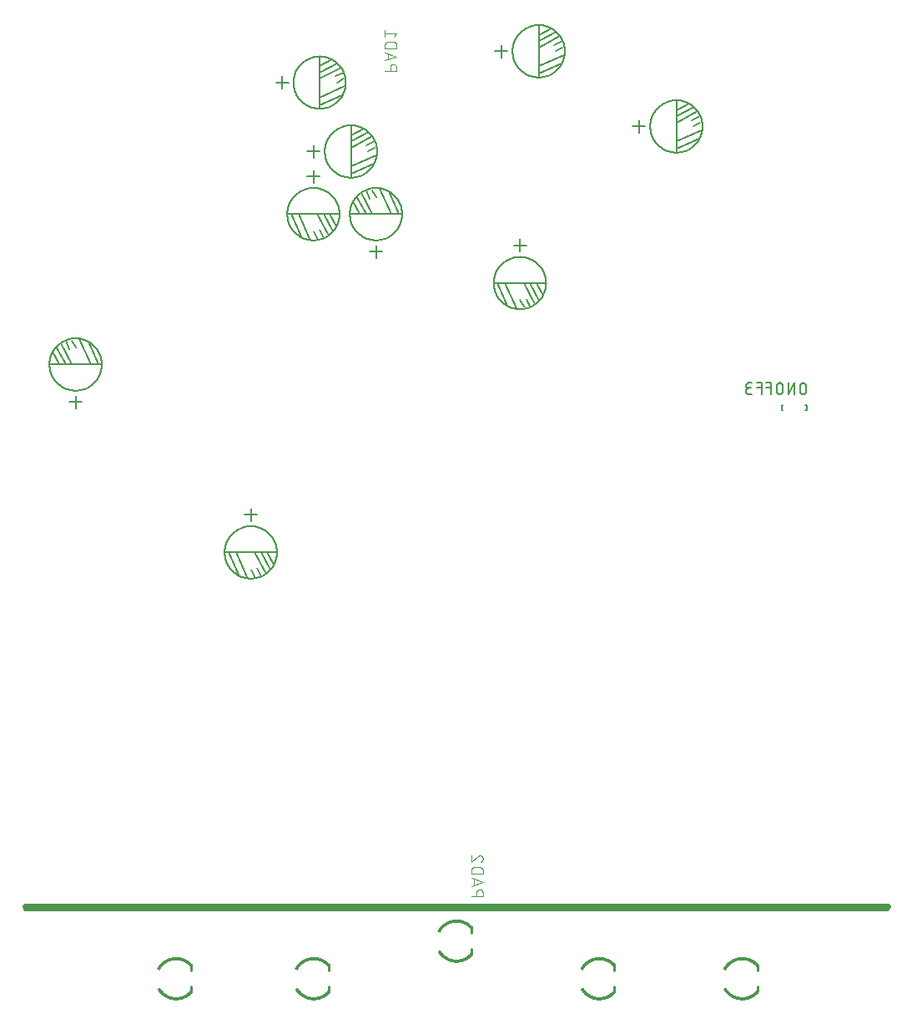
<source format=gbr>
G04 EAGLE Gerber X2 export*
%TF.Part,Single*%
%TF.FileFunction,Legend,Bot,1*%
%TF.FilePolarity,Positive*%
%TF.GenerationSoftware,Autodesk,EAGLE,9.2.2*%
%TF.CreationDate,2019-01-20T16:39:22Z*%
G75*
%MOMM*%
%FSLAX34Y34*%
%LPD*%
%INSilkscreen Bottom*%
%AMOC8*
5,1,8,0,0,1.08239X$1,22.5*%
G01*
%ADD10C,0.609600*%
%ADD11C,0.300000*%
%ADD12C,0.127000*%
%ADD13C,0.025400*%
%ADD14C,0.254000*%
%ADD15C,0.101600*%
%ADD16C,0.152400*%


D10*
X37300Y98650D02*
X912700Y98650D01*
D11*
X912700Y94700D02*
X37300Y94700D01*
D12*
X62400Y647700D02*
X62408Y648350D01*
X62432Y649000D01*
X62472Y649649D01*
X62528Y650297D01*
X62599Y650944D01*
X62687Y651588D01*
X62790Y652230D01*
X62909Y652870D01*
X63044Y653506D01*
X63194Y654139D01*
X63360Y654768D01*
X63541Y655393D01*
X63738Y656013D01*
X63949Y656628D01*
X64176Y657237D01*
X64417Y657841D01*
X64673Y658439D01*
X64944Y659030D01*
X65230Y659615D01*
X65529Y660192D01*
X65843Y660762D01*
X66170Y661324D01*
X66511Y661877D01*
X66866Y662423D01*
X67234Y662959D01*
X67615Y663486D01*
X68009Y664004D01*
X68415Y664511D01*
X68834Y665009D01*
X69265Y665496D01*
X69707Y665973D01*
X70162Y666438D01*
X70627Y666893D01*
X71104Y667335D01*
X71591Y667766D01*
X72089Y668185D01*
X72596Y668591D01*
X73114Y668985D01*
X73641Y669366D01*
X74177Y669734D01*
X74723Y670089D01*
X75276Y670430D01*
X75838Y670757D01*
X76408Y671071D01*
X76985Y671370D01*
X77570Y671656D01*
X78161Y671927D01*
X78759Y672183D01*
X79363Y672424D01*
X79972Y672651D01*
X80587Y672862D01*
X81207Y673059D01*
X81832Y673240D01*
X82461Y673406D01*
X83094Y673556D01*
X83730Y673691D01*
X84370Y673810D01*
X85012Y673913D01*
X85656Y674001D01*
X86303Y674072D01*
X86951Y674128D01*
X87600Y674168D01*
X88250Y674192D01*
X88900Y674200D01*
X89550Y674192D01*
X90200Y674168D01*
X90849Y674128D01*
X91497Y674072D01*
X92144Y674001D01*
X92788Y673913D01*
X93430Y673810D01*
X94070Y673691D01*
X94706Y673556D01*
X95339Y673406D01*
X95968Y673240D01*
X96593Y673059D01*
X97213Y672862D01*
X97828Y672651D01*
X98437Y672424D01*
X99041Y672183D01*
X99639Y671927D01*
X100230Y671656D01*
X100815Y671370D01*
X101392Y671071D01*
X101962Y670757D01*
X102524Y670430D01*
X103077Y670089D01*
X103623Y669734D01*
X104159Y669366D01*
X104686Y668985D01*
X105204Y668591D01*
X105711Y668185D01*
X106209Y667766D01*
X106696Y667335D01*
X107173Y666893D01*
X107638Y666438D01*
X108093Y665973D01*
X108535Y665496D01*
X108966Y665009D01*
X109385Y664511D01*
X109791Y664004D01*
X110185Y663486D01*
X110566Y662959D01*
X110934Y662423D01*
X111289Y661877D01*
X111630Y661324D01*
X111957Y660762D01*
X112271Y660192D01*
X112570Y659615D01*
X112856Y659030D01*
X113127Y658439D01*
X113383Y657841D01*
X113624Y657237D01*
X113851Y656628D01*
X114062Y656013D01*
X114259Y655393D01*
X114440Y654768D01*
X114606Y654139D01*
X114756Y653506D01*
X114891Y652870D01*
X115010Y652230D01*
X115113Y651588D01*
X115201Y650944D01*
X115272Y650297D01*
X115328Y649649D01*
X115368Y649000D01*
X115392Y648350D01*
X115400Y647700D01*
X115392Y647050D01*
X115368Y646400D01*
X115328Y645751D01*
X115272Y645103D01*
X115201Y644456D01*
X115113Y643812D01*
X115010Y643170D01*
X114891Y642530D01*
X114756Y641894D01*
X114606Y641261D01*
X114440Y640632D01*
X114259Y640007D01*
X114062Y639387D01*
X113851Y638772D01*
X113624Y638163D01*
X113383Y637559D01*
X113127Y636961D01*
X112856Y636370D01*
X112570Y635785D01*
X112271Y635208D01*
X111957Y634638D01*
X111630Y634076D01*
X111289Y633523D01*
X110934Y632977D01*
X110566Y632441D01*
X110185Y631914D01*
X109791Y631396D01*
X109385Y630889D01*
X108966Y630391D01*
X108535Y629904D01*
X108093Y629427D01*
X107638Y628962D01*
X107173Y628507D01*
X106696Y628065D01*
X106209Y627634D01*
X105711Y627215D01*
X105204Y626809D01*
X104686Y626415D01*
X104159Y626034D01*
X103623Y625666D01*
X103077Y625311D01*
X102524Y624970D01*
X101962Y624643D01*
X101392Y624329D01*
X100815Y624030D01*
X100230Y623744D01*
X99639Y623473D01*
X99041Y623217D01*
X98437Y622976D01*
X97828Y622749D01*
X97213Y622538D01*
X96593Y622341D01*
X95968Y622160D01*
X95339Y621994D01*
X94706Y621844D01*
X94070Y621709D01*
X93430Y621590D01*
X92788Y621487D01*
X92144Y621399D01*
X91497Y621328D01*
X90849Y621272D01*
X90200Y621232D01*
X89550Y621208D01*
X88900Y621200D01*
X88250Y621208D01*
X87600Y621232D01*
X86951Y621272D01*
X86303Y621328D01*
X85656Y621399D01*
X85012Y621487D01*
X84370Y621590D01*
X83730Y621709D01*
X83094Y621844D01*
X82461Y621994D01*
X81832Y622160D01*
X81207Y622341D01*
X80587Y622538D01*
X79972Y622749D01*
X79363Y622976D01*
X78759Y623217D01*
X78161Y623473D01*
X77570Y623744D01*
X76985Y624030D01*
X76408Y624329D01*
X75838Y624643D01*
X75276Y624970D01*
X74723Y625311D01*
X74177Y625666D01*
X73641Y626034D01*
X73114Y626415D01*
X72596Y626809D01*
X72089Y627215D01*
X71591Y627634D01*
X71104Y628065D01*
X70627Y628507D01*
X70162Y628962D01*
X69707Y629427D01*
X69265Y629904D01*
X68834Y630391D01*
X68415Y630889D01*
X68009Y631396D01*
X67615Y631914D01*
X67234Y632441D01*
X66866Y632977D01*
X66511Y633523D01*
X66170Y634076D01*
X65843Y634638D01*
X65529Y635208D01*
X65230Y635785D01*
X64944Y636370D01*
X64673Y636961D01*
X64417Y637559D01*
X64176Y638163D01*
X63949Y638772D01*
X63738Y639387D01*
X63541Y640007D01*
X63360Y640632D01*
X63194Y641261D01*
X63044Y641894D01*
X62909Y642530D01*
X62790Y643170D01*
X62687Y643812D01*
X62599Y644456D01*
X62528Y645103D01*
X62472Y645751D01*
X62432Y646400D01*
X62408Y647050D01*
X62400Y647700D01*
X88900Y609600D02*
X88900Y603250D01*
X88900Y609600D02*
X88900Y615950D01*
X88900Y609600D02*
X82550Y609600D01*
X88900Y609600D02*
X95250Y609600D01*
X72390Y647700D02*
X62230Y647700D01*
X72390Y647700D02*
X78740Y647700D01*
X85090Y647700D01*
X104140Y647700D01*
X111760Y647700D01*
X115570Y647700D01*
X111760Y647700D02*
X101600Y670560D01*
X92710Y673100D02*
X104140Y647700D01*
X82550Y663575D02*
X78740Y671830D01*
X73660Y669290D02*
X85090Y647700D01*
X78740Y647700D02*
X69215Y665480D01*
X65405Y660400D02*
X72390Y647700D01*
X88900Y665200D02*
X85090Y671830D01*
X367200Y800100D02*
X367208Y800750D01*
X367232Y801400D01*
X367272Y802049D01*
X367328Y802697D01*
X367399Y803344D01*
X367487Y803988D01*
X367590Y804630D01*
X367709Y805270D01*
X367844Y805906D01*
X367994Y806539D01*
X368160Y807168D01*
X368341Y807793D01*
X368538Y808413D01*
X368749Y809028D01*
X368976Y809637D01*
X369217Y810241D01*
X369473Y810839D01*
X369744Y811430D01*
X370030Y812015D01*
X370329Y812592D01*
X370643Y813162D01*
X370970Y813724D01*
X371311Y814277D01*
X371666Y814823D01*
X372034Y815359D01*
X372415Y815886D01*
X372809Y816404D01*
X373215Y816911D01*
X373634Y817409D01*
X374065Y817896D01*
X374507Y818373D01*
X374962Y818838D01*
X375427Y819293D01*
X375904Y819735D01*
X376391Y820166D01*
X376889Y820585D01*
X377396Y820991D01*
X377914Y821385D01*
X378441Y821766D01*
X378977Y822134D01*
X379523Y822489D01*
X380076Y822830D01*
X380638Y823157D01*
X381208Y823471D01*
X381785Y823770D01*
X382370Y824056D01*
X382961Y824327D01*
X383559Y824583D01*
X384163Y824824D01*
X384772Y825051D01*
X385387Y825262D01*
X386007Y825459D01*
X386632Y825640D01*
X387261Y825806D01*
X387894Y825956D01*
X388530Y826091D01*
X389170Y826210D01*
X389812Y826313D01*
X390456Y826401D01*
X391103Y826472D01*
X391751Y826528D01*
X392400Y826568D01*
X393050Y826592D01*
X393700Y826600D01*
X394350Y826592D01*
X395000Y826568D01*
X395649Y826528D01*
X396297Y826472D01*
X396944Y826401D01*
X397588Y826313D01*
X398230Y826210D01*
X398870Y826091D01*
X399506Y825956D01*
X400139Y825806D01*
X400768Y825640D01*
X401393Y825459D01*
X402013Y825262D01*
X402628Y825051D01*
X403237Y824824D01*
X403841Y824583D01*
X404439Y824327D01*
X405030Y824056D01*
X405615Y823770D01*
X406192Y823471D01*
X406762Y823157D01*
X407324Y822830D01*
X407877Y822489D01*
X408423Y822134D01*
X408959Y821766D01*
X409486Y821385D01*
X410004Y820991D01*
X410511Y820585D01*
X411009Y820166D01*
X411496Y819735D01*
X411973Y819293D01*
X412438Y818838D01*
X412893Y818373D01*
X413335Y817896D01*
X413766Y817409D01*
X414185Y816911D01*
X414591Y816404D01*
X414985Y815886D01*
X415366Y815359D01*
X415734Y814823D01*
X416089Y814277D01*
X416430Y813724D01*
X416757Y813162D01*
X417071Y812592D01*
X417370Y812015D01*
X417656Y811430D01*
X417927Y810839D01*
X418183Y810241D01*
X418424Y809637D01*
X418651Y809028D01*
X418862Y808413D01*
X419059Y807793D01*
X419240Y807168D01*
X419406Y806539D01*
X419556Y805906D01*
X419691Y805270D01*
X419810Y804630D01*
X419913Y803988D01*
X420001Y803344D01*
X420072Y802697D01*
X420128Y802049D01*
X420168Y801400D01*
X420192Y800750D01*
X420200Y800100D01*
X420192Y799450D01*
X420168Y798800D01*
X420128Y798151D01*
X420072Y797503D01*
X420001Y796856D01*
X419913Y796212D01*
X419810Y795570D01*
X419691Y794930D01*
X419556Y794294D01*
X419406Y793661D01*
X419240Y793032D01*
X419059Y792407D01*
X418862Y791787D01*
X418651Y791172D01*
X418424Y790563D01*
X418183Y789959D01*
X417927Y789361D01*
X417656Y788770D01*
X417370Y788185D01*
X417071Y787608D01*
X416757Y787038D01*
X416430Y786476D01*
X416089Y785923D01*
X415734Y785377D01*
X415366Y784841D01*
X414985Y784314D01*
X414591Y783796D01*
X414185Y783289D01*
X413766Y782791D01*
X413335Y782304D01*
X412893Y781827D01*
X412438Y781362D01*
X411973Y780907D01*
X411496Y780465D01*
X411009Y780034D01*
X410511Y779615D01*
X410004Y779209D01*
X409486Y778815D01*
X408959Y778434D01*
X408423Y778066D01*
X407877Y777711D01*
X407324Y777370D01*
X406762Y777043D01*
X406192Y776729D01*
X405615Y776430D01*
X405030Y776144D01*
X404439Y775873D01*
X403841Y775617D01*
X403237Y775376D01*
X402628Y775149D01*
X402013Y774938D01*
X401393Y774741D01*
X400768Y774560D01*
X400139Y774394D01*
X399506Y774244D01*
X398870Y774109D01*
X398230Y773990D01*
X397588Y773887D01*
X396944Y773799D01*
X396297Y773728D01*
X395649Y773672D01*
X395000Y773632D01*
X394350Y773608D01*
X393700Y773600D01*
X393050Y773608D01*
X392400Y773632D01*
X391751Y773672D01*
X391103Y773728D01*
X390456Y773799D01*
X389812Y773887D01*
X389170Y773990D01*
X388530Y774109D01*
X387894Y774244D01*
X387261Y774394D01*
X386632Y774560D01*
X386007Y774741D01*
X385387Y774938D01*
X384772Y775149D01*
X384163Y775376D01*
X383559Y775617D01*
X382961Y775873D01*
X382370Y776144D01*
X381785Y776430D01*
X381208Y776729D01*
X380638Y777043D01*
X380076Y777370D01*
X379523Y777711D01*
X378977Y778066D01*
X378441Y778434D01*
X377914Y778815D01*
X377396Y779209D01*
X376889Y779615D01*
X376391Y780034D01*
X375904Y780465D01*
X375427Y780907D01*
X374962Y781362D01*
X374507Y781827D01*
X374065Y782304D01*
X373634Y782791D01*
X373215Y783289D01*
X372809Y783796D01*
X372415Y784314D01*
X372034Y784841D01*
X371666Y785377D01*
X371311Y785923D01*
X370970Y786476D01*
X370643Y787038D01*
X370329Y787608D01*
X370030Y788185D01*
X369744Y788770D01*
X369473Y789361D01*
X369217Y789959D01*
X368976Y790563D01*
X368749Y791172D01*
X368538Y791787D01*
X368341Y792407D01*
X368160Y793032D01*
X367994Y793661D01*
X367844Y794294D01*
X367709Y794930D01*
X367590Y795570D01*
X367487Y796212D01*
X367399Y796856D01*
X367328Y797503D01*
X367272Y798151D01*
X367232Y798800D01*
X367208Y799450D01*
X367200Y800100D01*
X393700Y762000D02*
X393700Y755650D01*
X393700Y762000D02*
X393700Y768350D01*
X393700Y762000D02*
X387350Y762000D01*
X393700Y762000D02*
X400050Y762000D01*
X377190Y800100D02*
X367030Y800100D01*
X377190Y800100D02*
X383540Y800100D01*
X389890Y800100D01*
X408940Y800100D01*
X416560Y800100D01*
X420370Y800100D01*
X416560Y800100D02*
X406400Y822960D01*
X397510Y825500D02*
X408940Y800100D01*
X387350Y815975D02*
X383540Y824230D01*
X378460Y821690D02*
X389890Y800100D01*
X383540Y800100D02*
X374015Y817880D01*
X370205Y812800D02*
X377190Y800100D01*
X393700Y817600D02*
X389890Y824230D01*
X303700Y800100D02*
X303708Y800750D01*
X303732Y801400D01*
X303772Y802049D01*
X303828Y802697D01*
X303899Y803344D01*
X303987Y803988D01*
X304090Y804630D01*
X304209Y805270D01*
X304344Y805906D01*
X304494Y806539D01*
X304660Y807168D01*
X304841Y807793D01*
X305038Y808413D01*
X305249Y809028D01*
X305476Y809637D01*
X305717Y810241D01*
X305973Y810839D01*
X306244Y811430D01*
X306530Y812015D01*
X306829Y812592D01*
X307143Y813162D01*
X307470Y813724D01*
X307811Y814277D01*
X308166Y814823D01*
X308534Y815359D01*
X308915Y815886D01*
X309309Y816404D01*
X309715Y816911D01*
X310134Y817409D01*
X310565Y817896D01*
X311007Y818373D01*
X311462Y818838D01*
X311927Y819293D01*
X312404Y819735D01*
X312891Y820166D01*
X313389Y820585D01*
X313896Y820991D01*
X314414Y821385D01*
X314941Y821766D01*
X315477Y822134D01*
X316023Y822489D01*
X316576Y822830D01*
X317138Y823157D01*
X317708Y823471D01*
X318285Y823770D01*
X318870Y824056D01*
X319461Y824327D01*
X320059Y824583D01*
X320663Y824824D01*
X321272Y825051D01*
X321887Y825262D01*
X322507Y825459D01*
X323132Y825640D01*
X323761Y825806D01*
X324394Y825956D01*
X325030Y826091D01*
X325670Y826210D01*
X326312Y826313D01*
X326956Y826401D01*
X327603Y826472D01*
X328251Y826528D01*
X328900Y826568D01*
X329550Y826592D01*
X330200Y826600D01*
X330850Y826592D01*
X331500Y826568D01*
X332149Y826528D01*
X332797Y826472D01*
X333444Y826401D01*
X334088Y826313D01*
X334730Y826210D01*
X335370Y826091D01*
X336006Y825956D01*
X336639Y825806D01*
X337268Y825640D01*
X337893Y825459D01*
X338513Y825262D01*
X339128Y825051D01*
X339737Y824824D01*
X340341Y824583D01*
X340939Y824327D01*
X341530Y824056D01*
X342115Y823770D01*
X342692Y823471D01*
X343262Y823157D01*
X343824Y822830D01*
X344377Y822489D01*
X344923Y822134D01*
X345459Y821766D01*
X345986Y821385D01*
X346504Y820991D01*
X347011Y820585D01*
X347509Y820166D01*
X347996Y819735D01*
X348473Y819293D01*
X348938Y818838D01*
X349393Y818373D01*
X349835Y817896D01*
X350266Y817409D01*
X350685Y816911D01*
X351091Y816404D01*
X351485Y815886D01*
X351866Y815359D01*
X352234Y814823D01*
X352589Y814277D01*
X352930Y813724D01*
X353257Y813162D01*
X353571Y812592D01*
X353870Y812015D01*
X354156Y811430D01*
X354427Y810839D01*
X354683Y810241D01*
X354924Y809637D01*
X355151Y809028D01*
X355362Y808413D01*
X355559Y807793D01*
X355740Y807168D01*
X355906Y806539D01*
X356056Y805906D01*
X356191Y805270D01*
X356310Y804630D01*
X356413Y803988D01*
X356501Y803344D01*
X356572Y802697D01*
X356628Y802049D01*
X356668Y801400D01*
X356692Y800750D01*
X356700Y800100D01*
X356692Y799450D01*
X356668Y798800D01*
X356628Y798151D01*
X356572Y797503D01*
X356501Y796856D01*
X356413Y796212D01*
X356310Y795570D01*
X356191Y794930D01*
X356056Y794294D01*
X355906Y793661D01*
X355740Y793032D01*
X355559Y792407D01*
X355362Y791787D01*
X355151Y791172D01*
X354924Y790563D01*
X354683Y789959D01*
X354427Y789361D01*
X354156Y788770D01*
X353870Y788185D01*
X353571Y787608D01*
X353257Y787038D01*
X352930Y786476D01*
X352589Y785923D01*
X352234Y785377D01*
X351866Y784841D01*
X351485Y784314D01*
X351091Y783796D01*
X350685Y783289D01*
X350266Y782791D01*
X349835Y782304D01*
X349393Y781827D01*
X348938Y781362D01*
X348473Y780907D01*
X347996Y780465D01*
X347509Y780034D01*
X347011Y779615D01*
X346504Y779209D01*
X345986Y778815D01*
X345459Y778434D01*
X344923Y778066D01*
X344377Y777711D01*
X343824Y777370D01*
X343262Y777043D01*
X342692Y776729D01*
X342115Y776430D01*
X341530Y776144D01*
X340939Y775873D01*
X340341Y775617D01*
X339737Y775376D01*
X339128Y775149D01*
X338513Y774938D01*
X337893Y774741D01*
X337268Y774560D01*
X336639Y774394D01*
X336006Y774244D01*
X335370Y774109D01*
X334730Y773990D01*
X334088Y773887D01*
X333444Y773799D01*
X332797Y773728D01*
X332149Y773672D01*
X331500Y773632D01*
X330850Y773608D01*
X330200Y773600D01*
X329550Y773608D01*
X328900Y773632D01*
X328251Y773672D01*
X327603Y773728D01*
X326956Y773799D01*
X326312Y773887D01*
X325670Y773990D01*
X325030Y774109D01*
X324394Y774244D01*
X323761Y774394D01*
X323132Y774560D01*
X322507Y774741D01*
X321887Y774938D01*
X321272Y775149D01*
X320663Y775376D01*
X320059Y775617D01*
X319461Y775873D01*
X318870Y776144D01*
X318285Y776430D01*
X317708Y776729D01*
X317138Y777043D01*
X316576Y777370D01*
X316023Y777711D01*
X315477Y778066D01*
X314941Y778434D01*
X314414Y778815D01*
X313896Y779209D01*
X313389Y779615D01*
X312891Y780034D01*
X312404Y780465D01*
X311927Y780907D01*
X311462Y781362D01*
X311007Y781827D01*
X310565Y782304D01*
X310134Y782791D01*
X309715Y783289D01*
X309309Y783796D01*
X308915Y784314D01*
X308534Y784841D01*
X308166Y785377D01*
X307811Y785923D01*
X307470Y786476D01*
X307143Y787038D01*
X306829Y787608D01*
X306530Y788185D01*
X306244Y788770D01*
X305973Y789361D01*
X305717Y789959D01*
X305476Y790563D01*
X305249Y791172D01*
X305038Y791787D01*
X304841Y792407D01*
X304660Y793032D01*
X304494Y793661D01*
X304344Y794294D01*
X304209Y794930D01*
X304090Y795570D01*
X303987Y796212D01*
X303899Y796856D01*
X303828Y797503D01*
X303772Y798151D01*
X303732Y798800D01*
X303708Y799450D01*
X303700Y800100D01*
X330200Y838200D02*
X330200Y844550D01*
X330200Y838200D02*
X330200Y831850D01*
X330200Y838200D02*
X336550Y838200D01*
X330200Y838200D02*
X323850Y838200D01*
X346710Y800100D02*
X356870Y800100D01*
X346710Y800100D02*
X340360Y800100D01*
X334010Y800100D01*
X314960Y800100D01*
X307340Y800100D01*
X303530Y800100D01*
X307340Y800100D02*
X317500Y777240D01*
X326390Y774700D02*
X314960Y800100D01*
X336550Y784225D02*
X340360Y775970D01*
X345440Y778510D02*
X334010Y800100D01*
X340360Y800100D02*
X349885Y782320D01*
X353695Y787400D02*
X346710Y800100D01*
X330200Y782600D02*
X334010Y775970D01*
X341800Y863600D02*
X341808Y864250D01*
X341832Y864900D01*
X341872Y865549D01*
X341928Y866197D01*
X341999Y866844D01*
X342087Y867488D01*
X342190Y868130D01*
X342309Y868770D01*
X342444Y869406D01*
X342594Y870039D01*
X342760Y870668D01*
X342941Y871293D01*
X343138Y871913D01*
X343349Y872528D01*
X343576Y873137D01*
X343817Y873741D01*
X344073Y874339D01*
X344344Y874930D01*
X344630Y875515D01*
X344929Y876092D01*
X345243Y876662D01*
X345570Y877224D01*
X345911Y877777D01*
X346266Y878323D01*
X346634Y878859D01*
X347015Y879386D01*
X347409Y879904D01*
X347815Y880411D01*
X348234Y880909D01*
X348665Y881396D01*
X349107Y881873D01*
X349562Y882338D01*
X350027Y882793D01*
X350504Y883235D01*
X350991Y883666D01*
X351489Y884085D01*
X351996Y884491D01*
X352514Y884885D01*
X353041Y885266D01*
X353577Y885634D01*
X354123Y885989D01*
X354676Y886330D01*
X355238Y886657D01*
X355808Y886971D01*
X356385Y887270D01*
X356970Y887556D01*
X357561Y887827D01*
X358159Y888083D01*
X358763Y888324D01*
X359372Y888551D01*
X359987Y888762D01*
X360607Y888959D01*
X361232Y889140D01*
X361861Y889306D01*
X362494Y889456D01*
X363130Y889591D01*
X363770Y889710D01*
X364412Y889813D01*
X365056Y889901D01*
X365703Y889972D01*
X366351Y890028D01*
X367000Y890068D01*
X367650Y890092D01*
X368300Y890100D01*
X368950Y890092D01*
X369600Y890068D01*
X370249Y890028D01*
X370897Y889972D01*
X371544Y889901D01*
X372188Y889813D01*
X372830Y889710D01*
X373470Y889591D01*
X374106Y889456D01*
X374739Y889306D01*
X375368Y889140D01*
X375993Y888959D01*
X376613Y888762D01*
X377228Y888551D01*
X377837Y888324D01*
X378441Y888083D01*
X379039Y887827D01*
X379630Y887556D01*
X380215Y887270D01*
X380792Y886971D01*
X381362Y886657D01*
X381924Y886330D01*
X382477Y885989D01*
X383023Y885634D01*
X383559Y885266D01*
X384086Y884885D01*
X384604Y884491D01*
X385111Y884085D01*
X385609Y883666D01*
X386096Y883235D01*
X386573Y882793D01*
X387038Y882338D01*
X387493Y881873D01*
X387935Y881396D01*
X388366Y880909D01*
X388785Y880411D01*
X389191Y879904D01*
X389585Y879386D01*
X389966Y878859D01*
X390334Y878323D01*
X390689Y877777D01*
X391030Y877224D01*
X391357Y876662D01*
X391671Y876092D01*
X391970Y875515D01*
X392256Y874930D01*
X392527Y874339D01*
X392783Y873741D01*
X393024Y873137D01*
X393251Y872528D01*
X393462Y871913D01*
X393659Y871293D01*
X393840Y870668D01*
X394006Y870039D01*
X394156Y869406D01*
X394291Y868770D01*
X394410Y868130D01*
X394513Y867488D01*
X394601Y866844D01*
X394672Y866197D01*
X394728Y865549D01*
X394768Y864900D01*
X394792Y864250D01*
X394800Y863600D01*
X394792Y862950D01*
X394768Y862300D01*
X394728Y861651D01*
X394672Y861003D01*
X394601Y860356D01*
X394513Y859712D01*
X394410Y859070D01*
X394291Y858430D01*
X394156Y857794D01*
X394006Y857161D01*
X393840Y856532D01*
X393659Y855907D01*
X393462Y855287D01*
X393251Y854672D01*
X393024Y854063D01*
X392783Y853459D01*
X392527Y852861D01*
X392256Y852270D01*
X391970Y851685D01*
X391671Y851108D01*
X391357Y850538D01*
X391030Y849976D01*
X390689Y849423D01*
X390334Y848877D01*
X389966Y848341D01*
X389585Y847814D01*
X389191Y847296D01*
X388785Y846789D01*
X388366Y846291D01*
X387935Y845804D01*
X387493Y845327D01*
X387038Y844862D01*
X386573Y844407D01*
X386096Y843965D01*
X385609Y843534D01*
X385111Y843115D01*
X384604Y842709D01*
X384086Y842315D01*
X383559Y841934D01*
X383023Y841566D01*
X382477Y841211D01*
X381924Y840870D01*
X381362Y840543D01*
X380792Y840229D01*
X380215Y839930D01*
X379630Y839644D01*
X379039Y839373D01*
X378441Y839117D01*
X377837Y838876D01*
X377228Y838649D01*
X376613Y838438D01*
X375993Y838241D01*
X375368Y838060D01*
X374739Y837894D01*
X374106Y837744D01*
X373470Y837609D01*
X372830Y837490D01*
X372188Y837387D01*
X371544Y837299D01*
X370897Y837228D01*
X370249Y837172D01*
X369600Y837132D01*
X368950Y837108D01*
X368300Y837100D01*
X367650Y837108D01*
X367000Y837132D01*
X366351Y837172D01*
X365703Y837228D01*
X365056Y837299D01*
X364412Y837387D01*
X363770Y837490D01*
X363130Y837609D01*
X362494Y837744D01*
X361861Y837894D01*
X361232Y838060D01*
X360607Y838241D01*
X359987Y838438D01*
X359372Y838649D01*
X358763Y838876D01*
X358159Y839117D01*
X357561Y839373D01*
X356970Y839644D01*
X356385Y839930D01*
X355808Y840229D01*
X355238Y840543D01*
X354676Y840870D01*
X354123Y841211D01*
X353577Y841566D01*
X353041Y841934D01*
X352514Y842315D01*
X351996Y842709D01*
X351489Y843115D01*
X350991Y843534D01*
X350504Y843965D01*
X350027Y844407D01*
X349562Y844862D01*
X349107Y845327D01*
X348665Y845804D01*
X348234Y846291D01*
X347815Y846789D01*
X347409Y847296D01*
X347015Y847814D01*
X346634Y848341D01*
X346266Y848877D01*
X345911Y849423D01*
X345570Y849976D01*
X345243Y850538D01*
X344929Y851108D01*
X344630Y851685D01*
X344344Y852270D01*
X344073Y852861D01*
X343817Y853459D01*
X343576Y854063D01*
X343349Y854672D01*
X343138Y855287D01*
X342941Y855907D01*
X342760Y856532D01*
X342594Y857161D01*
X342444Y857794D01*
X342309Y858430D01*
X342190Y859070D01*
X342087Y859712D01*
X341999Y860356D01*
X341928Y861003D01*
X341872Y861651D01*
X341832Y862300D01*
X341808Y862950D01*
X341800Y863600D01*
X330200Y863600D02*
X323850Y863600D01*
X330200Y863600D02*
X336550Y863600D01*
X330200Y863600D02*
X330200Y869950D01*
X330200Y863600D02*
X330200Y857250D01*
X368300Y880110D02*
X368300Y890270D01*
X368300Y880110D02*
X368300Y873760D01*
X368300Y867410D01*
X368300Y848360D01*
X368300Y840740D01*
X368300Y836930D01*
X368300Y840740D02*
X391160Y850900D01*
X393700Y859790D02*
X368300Y848360D01*
X384175Y869950D02*
X392430Y873760D01*
X389890Y878840D02*
X368300Y867410D01*
X368300Y873760D02*
X386080Y883285D01*
X381000Y887095D02*
X368300Y880110D01*
X385800Y863600D02*
X392430Y867410D01*
X310050Y933450D02*
X310058Y934100D01*
X310082Y934750D01*
X310122Y935399D01*
X310178Y936047D01*
X310249Y936694D01*
X310337Y937338D01*
X310440Y937980D01*
X310559Y938620D01*
X310694Y939256D01*
X310844Y939889D01*
X311010Y940518D01*
X311191Y941143D01*
X311388Y941763D01*
X311599Y942378D01*
X311826Y942987D01*
X312067Y943591D01*
X312323Y944189D01*
X312594Y944780D01*
X312880Y945365D01*
X313179Y945942D01*
X313493Y946512D01*
X313820Y947074D01*
X314161Y947627D01*
X314516Y948173D01*
X314884Y948709D01*
X315265Y949236D01*
X315659Y949754D01*
X316065Y950261D01*
X316484Y950759D01*
X316915Y951246D01*
X317357Y951723D01*
X317812Y952188D01*
X318277Y952643D01*
X318754Y953085D01*
X319241Y953516D01*
X319739Y953935D01*
X320246Y954341D01*
X320764Y954735D01*
X321291Y955116D01*
X321827Y955484D01*
X322373Y955839D01*
X322926Y956180D01*
X323488Y956507D01*
X324058Y956821D01*
X324635Y957120D01*
X325220Y957406D01*
X325811Y957677D01*
X326409Y957933D01*
X327013Y958174D01*
X327622Y958401D01*
X328237Y958612D01*
X328857Y958809D01*
X329482Y958990D01*
X330111Y959156D01*
X330744Y959306D01*
X331380Y959441D01*
X332020Y959560D01*
X332662Y959663D01*
X333306Y959751D01*
X333953Y959822D01*
X334601Y959878D01*
X335250Y959918D01*
X335900Y959942D01*
X336550Y959950D01*
X337200Y959942D01*
X337850Y959918D01*
X338499Y959878D01*
X339147Y959822D01*
X339794Y959751D01*
X340438Y959663D01*
X341080Y959560D01*
X341720Y959441D01*
X342356Y959306D01*
X342989Y959156D01*
X343618Y958990D01*
X344243Y958809D01*
X344863Y958612D01*
X345478Y958401D01*
X346087Y958174D01*
X346691Y957933D01*
X347289Y957677D01*
X347880Y957406D01*
X348465Y957120D01*
X349042Y956821D01*
X349612Y956507D01*
X350174Y956180D01*
X350727Y955839D01*
X351273Y955484D01*
X351809Y955116D01*
X352336Y954735D01*
X352854Y954341D01*
X353361Y953935D01*
X353859Y953516D01*
X354346Y953085D01*
X354823Y952643D01*
X355288Y952188D01*
X355743Y951723D01*
X356185Y951246D01*
X356616Y950759D01*
X357035Y950261D01*
X357441Y949754D01*
X357835Y949236D01*
X358216Y948709D01*
X358584Y948173D01*
X358939Y947627D01*
X359280Y947074D01*
X359607Y946512D01*
X359921Y945942D01*
X360220Y945365D01*
X360506Y944780D01*
X360777Y944189D01*
X361033Y943591D01*
X361274Y942987D01*
X361501Y942378D01*
X361712Y941763D01*
X361909Y941143D01*
X362090Y940518D01*
X362256Y939889D01*
X362406Y939256D01*
X362541Y938620D01*
X362660Y937980D01*
X362763Y937338D01*
X362851Y936694D01*
X362922Y936047D01*
X362978Y935399D01*
X363018Y934750D01*
X363042Y934100D01*
X363050Y933450D01*
X363042Y932800D01*
X363018Y932150D01*
X362978Y931501D01*
X362922Y930853D01*
X362851Y930206D01*
X362763Y929562D01*
X362660Y928920D01*
X362541Y928280D01*
X362406Y927644D01*
X362256Y927011D01*
X362090Y926382D01*
X361909Y925757D01*
X361712Y925137D01*
X361501Y924522D01*
X361274Y923913D01*
X361033Y923309D01*
X360777Y922711D01*
X360506Y922120D01*
X360220Y921535D01*
X359921Y920958D01*
X359607Y920388D01*
X359280Y919826D01*
X358939Y919273D01*
X358584Y918727D01*
X358216Y918191D01*
X357835Y917664D01*
X357441Y917146D01*
X357035Y916639D01*
X356616Y916141D01*
X356185Y915654D01*
X355743Y915177D01*
X355288Y914712D01*
X354823Y914257D01*
X354346Y913815D01*
X353859Y913384D01*
X353361Y912965D01*
X352854Y912559D01*
X352336Y912165D01*
X351809Y911784D01*
X351273Y911416D01*
X350727Y911061D01*
X350174Y910720D01*
X349612Y910393D01*
X349042Y910079D01*
X348465Y909780D01*
X347880Y909494D01*
X347289Y909223D01*
X346691Y908967D01*
X346087Y908726D01*
X345478Y908499D01*
X344863Y908288D01*
X344243Y908091D01*
X343618Y907910D01*
X342989Y907744D01*
X342356Y907594D01*
X341720Y907459D01*
X341080Y907340D01*
X340438Y907237D01*
X339794Y907149D01*
X339147Y907078D01*
X338499Y907022D01*
X337850Y906982D01*
X337200Y906958D01*
X336550Y906950D01*
X335900Y906958D01*
X335250Y906982D01*
X334601Y907022D01*
X333953Y907078D01*
X333306Y907149D01*
X332662Y907237D01*
X332020Y907340D01*
X331380Y907459D01*
X330744Y907594D01*
X330111Y907744D01*
X329482Y907910D01*
X328857Y908091D01*
X328237Y908288D01*
X327622Y908499D01*
X327013Y908726D01*
X326409Y908967D01*
X325811Y909223D01*
X325220Y909494D01*
X324635Y909780D01*
X324058Y910079D01*
X323488Y910393D01*
X322926Y910720D01*
X322373Y911061D01*
X321827Y911416D01*
X321291Y911784D01*
X320764Y912165D01*
X320246Y912559D01*
X319739Y912965D01*
X319241Y913384D01*
X318754Y913815D01*
X318277Y914257D01*
X317812Y914712D01*
X317357Y915177D01*
X316915Y915654D01*
X316484Y916141D01*
X316065Y916639D01*
X315659Y917146D01*
X315265Y917664D01*
X314884Y918191D01*
X314516Y918727D01*
X314161Y919273D01*
X313820Y919826D01*
X313493Y920388D01*
X313179Y920958D01*
X312880Y921535D01*
X312594Y922120D01*
X312323Y922711D01*
X312067Y923309D01*
X311826Y923913D01*
X311599Y924522D01*
X311388Y925137D01*
X311191Y925757D01*
X311010Y926382D01*
X310844Y927011D01*
X310694Y927644D01*
X310559Y928280D01*
X310440Y928920D01*
X310337Y929562D01*
X310249Y930206D01*
X310178Y930853D01*
X310122Y931501D01*
X310082Y932150D01*
X310058Y932800D01*
X310050Y933450D01*
X298450Y933450D02*
X292100Y933450D01*
X298450Y933450D02*
X304800Y933450D01*
X298450Y933450D02*
X298450Y939800D01*
X298450Y933450D02*
X298450Y927100D01*
X336550Y949960D02*
X336550Y960120D01*
X336550Y949960D02*
X336550Y943610D01*
X336550Y937260D01*
X336550Y918210D01*
X336550Y910590D01*
X336550Y906780D01*
X336550Y910590D02*
X359410Y920750D01*
X361950Y929640D02*
X336550Y918210D01*
X352425Y939800D02*
X360680Y943610D01*
X358140Y948690D02*
X336550Y937260D01*
X336550Y943610D02*
X354330Y953135D01*
X349250Y956945D02*
X336550Y949960D01*
X354050Y933450D02*
X360680Y937260D01*
X672000Y889000D02*
X672008Y889650D01*
X672032Y890300D01*
X672072Y890949D01*
X672128Y891597D01*
X672199Y892244D01*
X672287Y892888D01*
X672390Y893530D01*
X672509Y894170D01*
X672644Y894806D01*
X672794Y895439D01*
X672960Y896068D01*
X673141Y896693D01*
X673338Y897313D01*
X673549Y897928D01*
X673776Y898537D01*
X674017Y899141D01*
X674273Y899739D01*
X674544Y900330D01*
X674830Y900915D01*
X675129Y901492D01*
X675443Y902062D01*
X675770Y902624D01*
X676111Y903177D01*
X676466Y903723D01*
X676834Y904259D01*
X677215Y904786D01*
X677609Y905304D01*
X678015Y905811D01*
X678434Y906309D01*
X678865Y906796D01*
X679307Y907273D01*
X679762Y907738D01*
X680227Y908193D01*
X680704Y908635D01*
X681191Y909066D01*
X681689Y909485D01*
X682196Y909891D01*
X682714Y910285D01*
X683241Y910666D01*
X683777Y911034D01*
X684323Y911389D01*
X684876Y911730D01*
X685438Y912057D01*
X686008Y912371D01*
X686585Y912670D01*
X687170Y912956D01*
X687761Y913227D01*
X688359Y913483D01*
X688963Y913724D01*
X689572Y913951D01*
X690187Y914162D01*
X690807Y914359D01*
X691432Y914540D01*
X692061Y914706D01*
X692694Y914856D01*
X693330Y914991D01*
X693970Y915110D01*
X694612Y915213D01*
X695256Y915301D01*
X695903Y915372D01*
X696551Y915428D01*
X697200Y915468D01*
X697850Y915492D01*
X698500Y915500D01*
X699150Y915492D01*
X699800Y915468D01*
X700449Y915428D01*
X701097Y915372D01*
X701744Y915301D01*
X702388Y915213D01*
X703030Y915110D01*
X703670Y914991D01*
X704306Y914856D01*
X704939Y914706D01*
X705568Y914540D01*
X706193Y914359D01*
X706813Y914162D01*
X707428Y913951D01*
X708037Y913724D01*
X708641Y913483D01*
X709239Y913227D01*
X709830Y912956D01*
X710415Y912670D01*
X710992Y912371D01*
X711562Y912057D01*
X712124Y911730D01*
X712677Y911389D01*
X713223Y911034D01*
X713759Y910666D01*
X714286Y910285D01*
X714804Y909891D01*
X715311Y909485D01*
X715809Y909066D01*
X716296Y908635D01*
X716773Y908193D01*
X717238Y907738D01*
X717693Y907273D01*
X718135Y906796D01*
X718566Y906309D01*
X718985Y905811D01*
X719391Y905304D01*
X719785Y904786D01*
X720166Y904259D01*
X720534Y903723D01*
X720889Y903177D01*
X721230Y902624D01*
X721557Y902062D01*
X721871Y901492D01*
X722170Y900915D01*
X722456Y900330D01*
X722727Y899739D01*
X722983Y899141D01*
X723224Y898537D01*
X723451Y897928D01*
X723662Y897313D01*
X723859Y896693D01*
X724040Y896068D01*
X724206Y895439D01*
X724356Y894806D01*
X724491Y894170D01*
X724610Y893530D01*
X724713Y892888D01*
X724801Y892244D01*
X724872Y891597D01*
X724928Y890949D01*
X724968Y890300D01*
X724992Y889650D01*
X725000Y889000D01*
X724992Y888350D01*
X724968Y887700D01*
X724928Y887051D01*
X724872Y886403D01*
X724801Y885756D01*
X724713Y885112D01*
X724610Y884470D01*
X724491Y883830D01*
X724356Y883194D01*
X724206Y882561D01*
X724040Y881932D01*
X723859Y881307D01*
X723662Y880687D01*
X723451Y880072D01*
X723224Y879463D01*
X722983Y878859D01*
X722727Y878261D01*
X722456Y877670D01*
X722170Y877085D01*
X721871Y876508D01*
X721557Y875938D01*
X721230Y875376D01*
X720889Y874823D01*
X720534Y874277D01*
X720166Y873741D01*
X719785Y873214D01*
X719391Y872696D01*
X718985Y872189D01*
X718566Y871691D01*
X718135Y871204D01*
X717693Y870727D01*
X717238Y870262D01*
X716773Y869807D01*
X716296Y869365D01*
X715809Y868934D01*
X715311Y868515D01*
X714804Y868109D01*
X714286Y867715D01*
X713759Y867334D01*
X713223Y866966D01*
X712677Y866611D01*
X712124Y866270D01*
X711562Y865943D01*
X710992Y865629D01*
X710415Y865330D01*
X709830Y865044D01*
X709239Y864773D01*
X708641Y864517D01*
X708037Y864276D01*
X707428Y864049D01*
X706813Y863838D01*
X706193Y863641D01*
X705568Y863460D01*
X704939Y863294D01*
X704306Y863144D01*
X703670Y863009D01*
X703030Y862890D01*
X702388Y862787D01*
X701744Y862699D01*
X701097Y862628D01*
X700449Y862572D01*
X699800Y862532D01*
X699150Y862508D01*
X698500Y862500D01*
X697850Y862508D01*
X697200Y862532D01*
X696551Y862572D01*
X695903Y862628D01*
X695256Y862699D01*
X694612Y862787D01*
X693970Y862890D01*
X693330Y863009D01*
X692694Y863144D01*
X692061Y863294D01*
X691432Y863460D01*
X690807Y863641D01*
X690187Y863838D01*
X689572Y864049D01*
X688963Y864276D01*
X688359Y864517D01*
X687761Y864773D01*
X687170Y865044D01*
X686585Y865330D01*
X686008Y865629D01*
X685438Y865943D01*
X684876Y866270D01*
X684323Y866611D01*
X683777Y866966D01*
X683241Y867334D01*
X682714Y867715D01*
X682196Y868109D01*
X681689Y868515D01*
X681191Y868934D01*
X680704Y869365D01*
X680227Y869807D01*
X679762Y870262D01*
X679307Y870727D01*
X678865Y871204D01*
X678434Y871691D01*
X678015Y872189D01*
X677609Y872696D01*
X677215Y873214D01*
X676834Y873741D01*
X676466Y874277D01*
X676111Y874823D01*
X675770Y875376D01*
X675443Y875938D01*
X675129Y876508D01*
X674830Y877085D01*
X674544Y877670D01*
X674273Y878261D01*
X674017Y878859D01*
X673776Y879463D01*
X673549Y880072D01*
X673338Y880687D01*
X673141Y881307D01*
X672960Y881932D01*
X672794Y882561D01*
X672644Y883194D01*
X672509Y883830D01*
X672390Y884470D01*
X672287Y885112D01*
X672199Y885756D01*
X672128Y886403D01*
X672072Y887051D01*
X672032Y887700D01*
X672008Y888350D01*
X672000Y889000D01*
X660400Y889000D02*
X654050Y889000D01*
X660400Y889000D02*
X666750Y889000D01*
X660400Y889000D02*
X660400Y895350D01*
X660400Y889000D02*
X660400Y882650D01*
X698500Y905510D02*
X698500Y915670D01*
X698500Y905510D02*
X698500Y899160D01*
X698500Y892810D01*
X698500Y873760D01*
X698500Y866140D01*
X698500Y862330D01*
X698500Y866140D02*
X721360Y876300D01*
X723900Y885190D02*
X698500Y873760D01*
X714375Y895350D02*
X722630Y899160D01*
X720090Y904240D02*
X698500Y892810D01*
X698500Y899160D02*
X716280Y908685D01*
X711200Y912495D02*
X698500Y905510D01*
X716000Y889000D02*
X722630Y892810D01*
X532300Y965200D02*
X532308Y965850D01*
X532332Y966500D01*
X532372Y967149D01*
X532428Y967797D01*
X532499Y968444D01*
X532587Y969088D01*
X532690Y969730D01*
X532809Y970370D01*
X532944Y971006D01*
X533094Y971639D01*
X533260Y972268D01*
X533441Y972893D01*
X533638Y973513D01*
X533849Y974128D01*
X534076Y974737D01*
X534317Y975341D01*
X534573Y975939D01*
X534844Y976530D01*
X535130Y977115D01*
X535429Y977692D01*
X535743Y978262D01*
X536070Y978824D01*
X536411Y979377D01*
X536766Y979923D01*
X537134Y980459D01*
X537515Y980986D01*
X537909Y981504D01*
X538315Y982011D01*
X538734Y982509D01*
X539165Y982996D01*
X539607Y983473D01*
X540062Y983938D01*
X540527Y984393D01*
X541004Y984835D01*
X541491Y985266D01*
X541989Y985685D01*
X542496Y986091D01*
X543014Y986485D01*
X543541Y986866D01*
X544077Y987234D01*
X544623Y987589D01*
X545176Y987930D01*
X545738Y988257D01*
X546308Y988571D01*
X546885Y988870D01*
X547470Y989156D01*
X548061Y989427D01*
X548659Y989683D01*
X549263Y989924D01*
X549872Y990151D01*
X550487Y990362D01*
X551107Y990559D01*
X551732Y990740D01*
X552361Y990906D01*
X552994Y991056D01*
X553630Y991191D01*
X554270Y991310D01*
X554912Y991413D01*
X555556Y991501D01*
X556203Y991572D01*
X556851Y991628D01*
X557500Y991668D01*
X558150Y991692D01*
X558800Y991700D01*
X559450Y991692D01*
X560100Y991668D01*
X560749Y991628D01*
X561397Y991572D01*
X562044Y991501D01*
X562688Y991413D01*
X563330Y991310D01*
X563970Y991191D01*
X564606Y991056D01*
X565239Y990906D01*
X565868Y990740D01*
X566493Y990559D01*
X567113Y990362D01*
X567728Y990151D01*
X568337Y989924D01*
X568941Y989683D01*
X569539Y989427D01*
X570130Y989156D01*
X570715Y988870D01*
X571292Y988571D01*
X571862Y988257D01*
X572424Y987930D01*
X572977Y987589D01*
X573523Y987234D01*
X574059Y986866D01*
X574586Y986485D01*
X575104Y986091D01*
X575611Y985685D01*
X576109Y985266D01*
X576596Y984835D01*
X577073Y984393D01*
X577538Y983938D01*
X577993Y983473D01*
X578435Y982996D01*
X578866Y982509D01*
X579285Y982011D01*
X579691Y981504D01*
X580085Y980986D01*
X580466Y980459D01*
X580834Y979923D01*
X581189Y979377D01*
X581530Y978824D01*
X581857Y978262D01*
X582171Y977692D01*
X582470Y977115D01*
X582756Y976530D01*
X583027Y975939D01*
X583283Y975341D01*
X583524Y974737D01*
X583751Y974128D01*
X583962Y973513D01*
X584159Y972893D01*
X584340Y972268D01*
X584506Y971639D01*
X584656Y971006D01*
X584791Y970370D01*
X584910Y969730D01*
X585013Y969088D01*
X585101Y968444D01*
X585172Y967797D01*
X585228Y967149D01*
X585268Y966500D01*
X585292Y965850D01*
X585300Y965200D01*
X585292Y964550D01*
X585268Y963900D01*
X585228Y963251D01*
X585172Y962603D01*
X585101Y961956D01*
X585013Y961312D01*
X584910Y960670D01*
X584791Y960030D01*
X584656Y959394D01*
X584506Y958761D01*
X584340Y958132D01*
X584159Y957507D01*
X583962Y956887D01*
X583751Y956272D01*
X583524Y955663D01*
X583283Y955059D01*
X583027Y954461D01*
X582756Y953870D01*
X582470Y953285D01*
X582171Y952708D01*
X581857Y952138D01*
X581530Y951576D01*
X581189Y951023D01*
X580834Y950477D01*
X580466Y949941D01*
X580085Y949414D01*
X579691Y948896D01*
X579285Y948389D01*
X578866Y947891D01*
X578435Y947404D01*
X577993Y946927D01*
X577538Y946462D01*
X577073Y946007D01*
X576596Y945565D01*
X576109Y945134D01*
X575611Y944715D01*
X575104Y944309D01*
X574586Y943915D01*
X574059Y943534D01*
X573523Y943166D01*
X572977Y942811D01*
X572424Y942470D01*
X571862Y942143D01*
X571292Y941829D01*
X570715Y941530D01*
X570130Y941244D01*
X569539Y940973D01*
X568941Y940717D01*
X568337Y940476D01*
X567728Y940249D01*
X567113Y940038D01*
X566493Y939841D01*
X565868Y939660D01*
X565239Y939494D01*
X564606Y939344D01*
X563970Y939209D01*
X563330Y939090D01*
X562688Y938987D01*
X562044Y938899D01*
X561397Y938828D01*
X560749Y938772D01*
X560100Y938732D01*
X559450Y938708D01*
X558800Y938700D01*
X558150Y938708D01*
X557500Y938732D01*
X556851Y938772D01*
X556203Y938828D01*
X555556Y938899D01*
X554912Y938987D01*
X554270Y939090D01*
X553630Y939209D01*
X552994Y939344D01*
X552361Y939494D01*
X551732Y939660D01*
X551107Y939841D01*
X550487Y940038D01*
X549872Y940249D01*
X549263Y940476D01*
X548659Y940717D01*
X548061Y940973D01*
X547470Y941244D01*
X546885Y941530D01*
X546308Y941829D01*
X545738Y942143D01*
X545176Y942470D01*
X544623Y942811D01*
X544077Y943166D01*
X543541Y943534D01*
X543014Y943915D01*
X542496Y944309D01*
X541989Y944715D01*
X541491Y945134D01*
X541004Y945565D01*
X540527Y946007D01*
X540062Y946462D01*
X539607Y946927D01*
X539165Y947404D01*
X538734Y947891D01*
X538315Y948389D01*
X537909Y948896D01*
X537515Y949414D01*
X537134Y949941D01*
X536766Y950477D01*
X536411Y951023D01*
X536070Y951576D01*
X535743Y952138D01*
X535429Y952708D01*
X535130Y953285D01*
X534844Y953870D01*
X534573Y954461D01*
X534317Y955059D01*
X534076Y955663D01*
X533849Y956272D01*
X533638Y956887D01*
X533441Y957507D01*
X533260Y958132D01*
X533094Y958761D01*
X532944Y959394D01*
X532809Y960030D01*
X532690Y960670D01*
X532587Y961312D01*
X532499Y961956D01*
X532428Y962603D01*
X532372Y963251D01*
X532332Y963900D01*
X532308Y964550D01*
X532300Y965200D01*
X520700Y965200D02*
X514350Y965200D01*
X520700Y965200D02*
X527050Y965200D01*
X520700Y965200D02*
X520700Y971550D01*
X520700Y965200D02*
X520700Y958850D01*
X558800Y981710D02*
X558800Y991870D01*
X558800Y981710D02*
X558800Y975360D01*
X558800Y969010D01*
X558800Y949960D01*
X558800Y942340D01*
X558800Y938530D01*
X558800Y942340D02*
X581660Y952500D01*
X584200Y961390D02*
X558800Y949960D01*
X574675Y971550D02*
X582930Y975360D01*
X580390Y980440D02*
X558800Y969010D01*
X558800Y975360D02*
X576580Y984885D01*
X571500Y988695D02*
X558800Y981710D01*
X576300Y965200D02*
X582930Y969010D01*
X240200Y457200D02*
X240208Y457850D01*
X240232Y458500D01*
X240272Y459149D01*
X240328Y459797D01*
X240399Y460444D01*
X240487Y461088D01*
X240590Y461730D01*
X240709Y462370D01*
X240844Y463006D01*
X240994Y463639D01*
X241160Y464268D01*
X241341Y464893D01*
X241538Y465513D01*
X241749Y466128D01*
X241976Y466737D01*
X242217Y467341D01*
X242473Y467939D01*
X242744Y468530D01*
X243030Y469115D01*
X243329Y469692D01*
X243643Y470262D01*
X243970Y470824D01*
X244311Y471377D01*
X244666Y471923D01*
X245034Y472459D01*
X245415Y472986D01*
X245809Y473504D01*
X246215Y474011D01*
X246634Y474509D01*
X247065Y474996D01*
X247507Y475473D01*
X247962Y475938D01*
X248427Y476393D01*
X248904Y476835D01*
X249391Y477266D01*
X249889Y477685D01*
X250396Y478091D01*
X250914Y478485D01*
X251441Y478866D01*
X251977Y479234D01*
X252523Y479589D01*
X253076Y479930D01*
X253638Y480257D01*
X254208Y480571D01*
X254785Y480870D01*
X255370Y481156D01*
X255961Y481427D01*
X256559Y481683D01*
X257163Y481924D01*
X257772Y482151D01*
X258387Y482362D01*
X259007Y482559D01*
X259632Y482740D01*
X260261Y482906D01*
X260894Y483056D01*
X261530Y483191D01*
X262170Y483310D01*
X262812Y483413D01*
X263456Y483501D01*
X264103Y483572D01*
X264751Y483628D01*
X265400Y483668D01*
X266050Y483692D01*
X266700Y483700D01*
X267350Y483692D01*
X268000Y483668D01*
X268649Y483628D01*
X269297Y483572D01*
X269944Y483501D01*
X270588Y483413D01*
X271230Y483310D01*
X271870Y483191D01*
X272506Y483056D01*
X273139Y482906D01*
X273768Y482740D01*
X274393Y482559D01*
X275013Y482362D01*
X275628Y482151D01*
X276237Y481924D01*
X276841Y481683D01*
X277439Y481427D01*
X278030Y481156D01*
X278615Y480870D01*
X279192Y480571D01*
X279762Y480257D01*
X280324Y479930D01*
X280877Y479589D01*
X281423Y479234D01*
X281959Y478866D01*
X282486Y478485D01*
X283004Y478091D01*
X283511Y477685D01*
X284009Y477266D01*
X284496Y476835D01*
X284973Y476393D01*
X285438Y475938D01*
X285893Y475473D01*
X286335Y474996D01*
X286766Y474509D01*
X287185Y474011D01*
X287591Y473504D01*
X287985Y472986D01*
X288366Y472459D01*
X288734Y471923D01*
X289089Y471377D01*
X289430Y470824D01*
X289757Y470262D01*
X290071Y469692D01*
X290370Y469115D01*
X290656Y468530D01*
X290927Y467939D01*
X291183Y467341D01*
X291424Y466737D01*
X291651Y466128D01*
X291862Y465513D01*
X292059Y464893D01*
X292240Y464268D01*
X292406Y463639D01*
X292556Y463006D01*
X292691Y462370D01*
X292810Y461730D01*
X292913Y461088D01*
X293001Y460444D01*
X293072Y459797D01*
X293128Y459149D01*
X293168Y458500D01*
X293192Y457850D01*
X293200Y457200D01*
X293192Y456550D01*
X293168Y455900D01*
X293128Y455251D01*
X293072Y454603D01*
X293001Y453956D01*
X292913Y453312D01*
X292810Y452670D01*
X292691Y452030D01*
X292556Y451394D01*
X292406Y450761D01*
X292240Y450132D01*
X292059Y449507D01*
X291862Y448887D01*
X291651Y448272D01*
X291424Y447663D01*
X291183Y447059D01*
X290927Y446461D01*
X290656Y445870D01*
X290370Y445285D01*
X290071Y444708D01*
X289757Y444138D01*
X289430Y443576D01*
X289089Y443023D01*
X288734Y442477D01*
X288366Y441941D01*
X287985Y441414D01*
X287591Y440896D01*
X287185Y440389D01*
X286766Y439891D01*
X286335Y439404D01*
X285893Y438927D01*
X285438Y438462D01*
X284973Y438007D01*
X284496Y437565D01*
X284009Y437134D01*
X283511Y436715D01*
X283004Y436309D01*
X282486Y435915D01*
X281959Y435534D01*
X281423Y435166D01*
X280877Y434811D01*
X280324Y434470D01*
X279762Y434143D01*
X279192Y433829D01*
X278615Y433530D01*
X278030Y433244D01*
X277439Y432973D01*
X276841Y432717D01*
X276237Y432476D01*
X275628Y432249D01*
X275013Y432038D01*
X274393Y431841D01*
X273768Y431660D01*
X273139Y431494D01*
X272506Y431344D01*
X271870Y431209D01*
X271230Y431090D01*
X270588Y430987D01*
X269944Y430899D01*
X269297Y430828D01*
X268649Y430772D01*
X268000Y430732D01*
X267350Y430708D01*
X266700Y430700D01*
X266050Y430708D01*
X265400Y430732D01*
X264751Y430772D01*
X264103Y430828D01*
X263456Y430899D01*
X262812Y430987D01*
X262170Y431090D01*
X261530Y431209D01*
X260894Y431344D01*
X260261Y431494D01*
X259632Y431660D01*
X259007Y431841D01*
X258387Y432038D01*
X257772Y432249D01*
X257163Y432476D01*
X256559Y432717D01*
X255961Y432973D01*
X255370Y433244D01*
X254785Y433530D01*
X254208Y433829D01*
X253638Y434143D01*
X253076Y434470D01*
X252523Y434811D01*
X251977Y435166D01*
X251441Y435534D01*
X250914Y435915D01*
X250396Y436309D01*
X249889Y436715D01*
X249391Y437134D01*
X248904Y437565D01*
X248427Y438007D01*
X247962Y438462D01*
X247507Y438927D01*
X247065Y439404D01*
X246634Y439891D01*
X246215Y440389D01*
X245809Y440896D01*
X245415Y441414D01*
X245034Y441941D01*
X244666Y442477D01*
X244311Y443023D01*
X243970Y443576D01*
X243643Y444138D01*
X243329Y444708D01*
X243030Y445285D01*
X242744Y445870D01*
X242473Y446461D01*
X242217Y447059D01*
X241976Y447663D01*
X241749Y448272D01*
X241538Y448887D01*
X241341Y449507D01*
X241160Y450132D01*
X240994Y450761D01*
X240844Y451394D01*
X240709Y452030D01*
X240590Y452670D01*
X240487Y453312D01*
X240399Y453956D01*
X240328Y454603D01*
X240272Y455251D01*
X240232Y455900D01*
X240208Y456550D01*
X240200Y457200D01*
X266700Y495300D02*
X266700Y501650D01*
X266700Y495300D02*
X266700Y488950D01*
X266700Y495300D02*
X273050Y495300D01*
X266700Y495300D02*
X260350Y495300D01*
X283210Y457200D02*
X293370Y457200D01*
X283210Y457200D02*
X276860Y457200D01*
X270510Y457200D01*
X251460Y457200D01*
X243840Y457200D01*
X240030Y457200D01*
X243840Y457200D02*
X254000Y434340D01*
X262890Y431800D02*
X251460Y457200D01*
X273050Y441325D02*
X276860Y433070D01*
X281940Y435610D02*
X270510Y457200D01*
X276860Y457200D02*
X286385Y439420D01*
X290195Y444500D02*
X283210Y457200D01*
X266700Y439700D02*
X270510Y433070D01*
D13*
X206906Y39238D02*
X205150Y37774D01*
X205150Y37775D02*
X204849Y38122D01*
X204540Y38462D01*
X204223Y38795D01*
X203898Y39120D01*
X203566Y39437D01*
X203226Y39746D01*
X202878Y40047D01*
X202524Y40340D01*
X202162Y40623D01*
X201794Y40898D01*
X201419Y41165D01*
X201038Y41422D01*
X200651Y41670D01*
X200259Y41908D01*
X199860Y42137D01*
X199456Y42357D01*
X199048Y42567D01*
X198634Y42767D01*
X198215Y42957D01*
X197792Y43136D01*
X197365Y43306D01*
X196934Y43465D01*
X196499Y43614D01*
X196061Y43753D01*
X195620Y43881D01*
X195175Y43998D01*
X194728Y44105D01*
X194279Y44201D01*
X193827Y44286D01*
X193374Y44360D01*
X192918Y44424D01*
X192462Y44476D01*
X192004Y44518D01*
X191546Y44548D01*
X191086Y44568D01*
X190627Y44577D01*
X190626Y46862D01*
X190627Y46863D01*
X191142Y46853D01*
X191657Y46832D01*
X192171Y46798D01*
X192684Y46752D01*
X193196Y46693D01*
X193706Y46622D01*
X194215Y46539D01*
X194721Y46444D01*
X195225Y46336D01*
X195726Y46217D01*
X196224Y46086D01*
X196719Y45942D01*
X197210Y45787D01*
X197698Y45620D01*
X198181Y45441D01*
X198660Y45251D01*
X199134Y45050D01*
X199603Y44837D01*
X200067Y44613D01*
X200526Y44378D01*
X200978Y44131D01*
X201425Y43875D01*
X201865Y43607D01*
X202299Y43329D01*
X202726Y43041D01*
X203146Y42742D01*
X203558Y42433D01*
X203964Y42115D01*
X204361Y41787D01*
X204750Y41450D01*
X205131Y41103D01*
X205504Y40747D01*
X205868Y40383D01*
X206223Y40010D01*
X206569Y39628D01*
X206906Y39238D01*
X206722Y39084D01*
X206389Y39470D01*
X206047Y39847D01*
X205695Y40216D01*
X205335Y40576D01*
X204967Y40928D01*
X204590Y41271D01*
X204205Y41604D01*
X203812Y41929D01*
X203412Y42243D01*
X203004Y42548D01*
X202589Y42844D01*
X202167Y43129D01*
X201738Y43404D01*
X201302Y43668D01*
X200861Y43922D01*
X200413Y44165D01*
X199960Y44398D01*
X199502Y44619D01*
X199038Y44830D01*
X198569Y45029D01*
X198095Y45217D01*
X197618Y45394D01*
X197136Y45559D01*
X196650Y45712D01*
X196161Y45854D01*
X195668Y45984D01*
X195173Y46102D01*
X194675Y46208D01*
X194174Y46303D01*
X193671Y46385D01*
X193167Y46455D01*
X192661Y46513D01*
X192153Y46558D01*
X191645Y46592D01*
X191136Y46613D01*
X190627Y46623D01*
X190627Y46383D01*
X191130Y46374D01*
X191633Y46352D01*
X192136Y46319D01*
X192637Y46274D01*
X193138Y46217D01*
X193636Y46147D01*
X194133Y46066D01*
X194628Y45973D01*
X195121Y45868D01*
X195610Y45751D01*
X196097Y45623D01*
X196581Y45483D01*
X197061Y45331D01*
X197537Y45168D01*
X198010Y44993D01*
X198478Y44807D01*
X198941Y44610D01*
X199400Y44402D01*
X199853Y44183D01*
X200301Y43953D01*
X200744Y43713D01*
X201180Y43462D01*
X201610Y43200D01*
X202034Y42928D01*
X202452Y42647D01*
X202862Y42355D01*
X203265Y42053D01*
X203661Y41742D01*
X204050Y41422D01*
X204430Y41092D01*
X204803Y40753D01*
X205167Y40406D01*
X205523Y40049D01*
X205870Y39685D01*
X206208Y39312D01*
X206538Y38931D01*
X206353Y38777D01*
X206028Y39154D01*
X205693Y39522D01*
X205350Y39883D01*
X204998Y40235D01*
X204638Y40578D01*
X204270Y40913D01*
X203894Y41239D01*
X203510Y41556D01*
X203119Y41863D01*
X202720Y42161D01*
X202314Y42450D01*
X201902Y42728D01*
X201483Y42997D01*
X201058Y43255D01*
X200626Y43503D01*
X200189Y43741D01*
X199746Y43968D01*
X199298Y44185D01*
X198845Y44390D01*
X198387Y44585D01*
X197924Y44769D01*
X197457Y44941D01*
X196986Y45103D01*
X196512Y45253D01*
X196034Y45391D01*
X195553Y45518D01*
X195069Y45634D01*
X194582Y45737D01*
X194093Y45830D01*
X193601Y45910D01*
X193109Y45978D01*
X192614Y46035D01*
X192118Y46080D01*
X191622Y46113D01*
X191124Y46134D01*
X190627Y46143D01*
X190627Y45903D01*
X191119Y45894D01*
X191610Y45873D01*
X192101Y45840D01*
X192591Y45796D01*
X193079Y45740D01*
X193567Y45672D01*
X194052Y45593D01*
X194535Y45502D01*
X195016Y45399D01*
X195495Y45285D01*
X195970Y45160D01*
X196443Y45023D01*
X196912Y44875D01*
X197377Y44715D01*
X197838Y44545D01*
X198296Y44363D01*
X198748Y44171D01*
X199196Y43967D01*
X199639Y43754D01*
X200077Y43529D01*
X200509Y43294D01*
X200935Y43049D01*
X201355Y42793D01*
X201770Y42528D01*
X202177Y42253D01*
X202578Y41968D01*
X202972Y41673D01*
X203359Y41369D01*
X203738Y41056D01*
X204110Y40734D01*
X204474Y40403D01*
X204830Y40064D01*
X205177Y39716D01*
X205517Y39360D01*
X205847Y38996D01*
X206169Y38623D01*
X205984Y38470D01*
X205667Y38837D01*
X205340Y39197D01*
X205005Y39549D01*
X204661Y39893D01*
X204310Y40229D01*
X203950Y40555D01*
X203583Y40874D01*
X203208Y41183D01*
X202825Y41483D01*
X202436Y41774D01*
X202040Y42056D01*
X201637Y42328D01*
X201228Y42590D01*
X200813Y42842D01*
X200391Y43085D01*
X199964Y43317D01*
X199532Y43539D01*
X199094Y43750D01*
X198652Y43951D01*
X198204Y44141D01*
X197753Y44321D01*
X197297Y44489D01*
X196837Y44647D01*
X196374Y44793D01*
X195907Y44928D01*
X195437Y45052D01*
X194964Y45165D01*
X194489Y45267D01*
X194011Y45356D01*
X193532Y45435D01*
X193050Y45502D01*
X192567Y45557D01*
X192083Y45601D01*
X191598Y45633D01*
X191113Y45654D01*
X190627Y45663D01*
X190627Y45423D01*
X191107Y45414D01*
X191587Y45393D01*
X192066Y45362D01*
X192544Y45318D01*
X193021Y45264D01*
X193497Y45197D01*
X193971Y45120D01*
X194442Y45031D01*
X194912Y44931D01*
X195379Y44819D01*
X195843Y44697D01*
X196305Y44563D01*
X196762Y44418D01*
X197217Y44263D01*
X197667Y44096D01*
X198113Y43919D01*
X198555Y43731D01*
X198993Y43533D01*
X199425Y43324D01*
X199852Y43105D01*
X200274Y42875D01*
X200690Y42636D01*
X201101Y42387D01*
X201505Y42128D01*
X201903Y41859D01*
X202294Y41581D01*
X202679Y41293D01*
X203057Y40997D01*
X203427Y40691D01*
X203790Y40377D01*
X204145Y40054D01*
X204493Y39722D01*
X204832Y39383D01*
X205163Y39035D01*
X205486Y38679D01*
X205800Y38316D01*
X205616Y38163D01*
X205305Y38521D01*
X204987Y38872D01*
X204659Y39216D01*
X204324Y39551D01*
X203981Y39879D01*
X203630Y40198D01*
X203271Y40508D01*
X202905Y40810D01*
X202532Y41103D01*
X202152Y41387D01*
X201766Y41662D01*
X201373Y41927D01*
X200973Y42183D01*
X200568Y42430D01*
X200157Y42666D01*
X199740Y42893D01*
X199318Y43109D01*
X198891Y43315D01*
X198459Y43511D01*
X198022Y43697D01*
X197581Y43872D01*
X197137Y44037D01*
X196688Y44190D01*
X196236Y44333D01*
X195780Y44465D01*
X195321Y44587D01*
X194860Y44697D01*
X194396Y44796D01*
X193930Y44883D01*
X193462Y44960D01*
X192992Y45025D01*
X192521Y45080D01*
X192048Y45122D01*
X191575Y45154D01*
X191101Y45174D01*
X190627Y45183D01*
X190627Y44943D01*
X191095Y44934D01*
X191563Y44914D01*
X192031Y44883D01*
X192497Y44841D01*
X192963Y44787D01*
X193427Y44723D01*
X193889Y44647D01*
X194350Y44560D01*
X194808Y44462D01*
X195264Y44354D01*
X195716Y44234D01*
X196166Y44103D01*
X196613Y43962D01*
X197056Y43810D01*
X197496Y43648D01*
X197931Y43475D01*
X198362Y43292D01*
X198789Y43098D01*
X199211Y42894D01*
X199628Y42680D01*
X200039Y42457D01*
X200445Y42223D01*
X200846Y41980D01*
X201240Y41727D01*
X201629Y41465D01*
X202010Y41194D01*
X202386Y40913D01*
X202754Y40624D01*
X203116Y40326D01*
X203470Y40019D01*
X203816Y39704D01*
X204156Y39381D01*
X204487Y39049D01*
X204810Y38710D01*
X205125Y38363D01*
X205431Y38009D01*
X205247Y37855D01*
X204944Y38205D01*
X204633Y38548D01*
X204314Y38883D01*
X203987Y39210D01*
X203652Y39529D01*
X203310Y39840D01*
X202960Y40143D01*
X202603Y40437D01*
X202239Y40723D01*
X201869Y41000D01*
X201491Y41268D01*
X201108Y41527D01*
X200718Y41777D01*
X200323Y42017D01*
X199922Y42247D01*
X199515Y42468D01*
X199104Y42679D01*
X198687Y42881D01*
X198266Y43072D01*
X197840Y43253D01*
X197410Y43424D01*
X196976Y43584D01*
X196538Y43734D01*
X196097Y43874D01*
X195653Y44002D01*
X195206Y44121D01*
X194756Y44228D01*
X194303Y44325D01*
X193849Y44410D01*
X193392Y44485D01*
X192934Y44549D01*
X192474Y44602D01*
X192013Y44644D01*
X191552Y44674D01*
X191089Y44694D01*
X190627Y44703D01*
X190374Y46862D02*
X190374Y44576D01*
X190373Y44577D02*
X189908Y44568D01*
X189443Y44548D01*
X188979Y44517D01*
X188516Y44474D01*
X188054Y44420D01*
X187593Y44355D01*
X187134Y44279D01*
X186677Y44192D01*
X186222Y44094D01*
X185770Y43984D01*
X185320Y43864D01*
X184874Y43733D01*
X184431Y43591D01*
X183991Y43438D01*
X183556Y43275D01*
X183124Y43101D01*
X182697Y42917D01*
X182274Y42723D01*
X181856Y42518D01*
X181443Y42303D01*
X181036Y42078D01*
X180634Y41844D01*
X180238Y41600D01*
X179848Y41346D01*
X179464Y41083D01*
X179087Y40810D01*
X178717Y40529D01*
X178353Y40239D01*
X177997Y39940D01*
X177648Y39632D01*
X177306Y39316D01*
X176972Y38992D01*
X176647Y38659D01*
X176329Y38319D01*
X176020Y37972D01*
X175719Y37617D01*
X175427Y37255D01*
X175144Y36885D01*
X174870Y36509D01*
X174605Y36127D01*
X174349Y35738D01*
X174103Y35343D01*
X173867Y34942D01*
X173640Y34536D01*
X171623Y35611D01*
X171623Y35612D01*
X171877Y36067D01*
X172141Y36517D01*
X172417Y36959D01*
X172703Y37395D01*
X173000Y37824D01*
X173306Y38246D01*
X173624Y38660D01*
X173951Y39066D01*
X174288Y39464D01*
X174634Y39853D01*
X174990Y40235D01*
X175355Y40607D01*
X175729Y40970D01*
X176111Y41325D01*
X176502Y41670D01*
X176902Y42005D01*
X177309Y42330D01*
X177724Y42646D01*
X178147Y42951D01*
X178577Y43246D01*
X179014Y43530D01*
X179458Y43804D01*
X179908Y44067D01*
X180365Y44319D01*
X180827Y44559D01*
X181296Y44789D01*
X181769Y45007D01*
X182248Y45213D01*
X182732Y45408D01*
X183220Y45590D01*
X183713Y45761D01*
X184210Y45920D01*
X184710Y46067D01*
X185214Y46202D01*
X185721Y46324D01*
X186230Y46434D01*
X186743Y46531D01*
X187257Y46616D01*
X187774Y46689D01*
X188291Y46749D01*
X188811Y46796D01*
X189331Y46831D01*
X189852Y46853D01*
X190373Y46863D01*
X190373Y46623D01*
X189858Y46613D01*
X189343Y46591D01*
X188828Y46557D01*
X188315Y46510D01*
X187803Y46451D01*
X187292Y46379D01*
X186784Y46295D01*
X186277Y46198D01*
X185773Y46090D01*
X185272Y45969D01*
X184774Y45836D01*
X184279Y45691D01*
X183788Y45533D01*
X183301Y45364D01*
X182819Y45184D01*
X182340Y44991D01*
X181867Y44787D01*
X181398Y44572D01*
X180935Y44345D01*
X180478Y44107D01*
X180027Y43858D01*
X179581Y43598D01*
X179143Y43328D01*
X178710Y43047D01*
X178285Y42755D01*
X177867Y42453D01*
X177457Y42141D01*
X177054Y41819D01*
X176659Y41488D01*
X176273Y41147D01*
X175894Y40797D01*
X175525Y40437D01*
X175164Y40069D01*
X174812Y39692D01*
X174469Y39307D01*
X174136Y38913D01*
X173813Y38512D01*
X173499Y38103D01*
X173196Y37686D01*
X172903Y37262D01*
X172620Y36831D01*
X172347Y36393D01*
X172086Y35949D01*
X171835Y35499D01*
X172046Y35386D01*
X172294Y35831D01*
X172553Y36270D01*
X172822Y36703D01*
X173102Y37129D01*
X173392Y37548D01*
X173692Y37960D01*
X174002Y38364D01*
X174322Y38761D01*
X174651Y39150D01*
X174990Y39531D01*
X175338Y39904D01*
X175694Y40268D01*
X176060Y40623D01*
X176434Y40969D01*
X176816Y41306D01*
X177206Y41634D01*
X177605Y41952D01*
X178010Y42260D01*
X178424Y42559D01*
X178844Y42847D01*
X179271Y43125D01*
X179705Y43393D01*
X180145Y43649D01*
X180591Y43896D01*
X181043Y44131D01*
X181501Y44355D01*
X181964Y44568D01*
X182432Y44770D01*
X182905Y44960D01*
X183382Y45139D01*
X183864Y45306D01*
X184349Y45461D01*
X184838Y45604D01*
X185331Y45736D01*
X185826Y45856D01*
X186324Y45963D01*
X186825Y46058D01*
X187328Y46142D01*
X187832Y46213D01*
X188339Y46271D01*
X188846Y46318D01*
X189355Y46352D01*
X189864Y46373D01*
X190373Y46383D01*
X190373Y46143D01*
X189870Y46133D01*
X189366Y46112D01*
X188864Y46078D01*
X188362Y46032D01*
X187862Y45974D01*
X187363Y45904D01*
X186866Y45822D01*
X186371Y45728D01*
X185879Y45621D01*
X185389Y45503D01*
X184902Y45373D01*
X184419Y45231D01*
X183939Y45078D01*
X183463Y44913D01*
X182991Y44736D01*
X182524Y44548D01*
X182062Y44349D01*
X181604Y44138D01*
X181151Y43916D01*
X180705Y43684D01*
X180263Y43441D01*
X179828Y43187D01*
X179400Y42922D01*
X178977Y42648D01*
X178562Y42363D01*
X178154Y42068D01*
X177752Y41763D01*
X177359Y41449D01*
X176973Y41125D01*
X176595Y40792D01*
X176225Y40449D01*
X175864Y40098D01*
X175512Y39738D01*
X175168Y39370D01*
X174833Y38994D01*
X174508Y38609D01*
X174192Y38217D01*
X173885Y37817D01*
X173589Y37410D01*
X173302Y36996D01*
X173025Y36575D01*
X172759Y36147D01*
X172503Y35713D01*
X172258Y35273D01*
X172470Y35160D01*
X172712Y35595D01*
X172965Y36024D01*
X173228Y36446D01*
X173502Y36863D01*
X173785Y37272D01*
X174078Y37674D01*
X174381Y38069D01*
X174693Y38457D01*
X175015Y38837D01*
X175346Y39209D01*
X175686Y39573D01*
X176034Y39929D01*
X176391Y40276D01*
X176756Y40614D01*
X177130Y40943D01*
X177511Y41263D01*
X177900Y41574D01*
X178297Y41875D01*
X178700Y42166D01*
X179111Y42448D01*
X179528Y42720D01*
X179952Y42981D01*
X180382Y43232D01*
X180818Y43472D01*
X181259Y43702D01*
X181707Y43921D01*
X182159Y44129D01*
X182616Y44326D01*
X183078Y44512D01*
X183544Y44687D01*
X184014Y44850D01*
X184489Y45002D01*
X184966Y45142D01*
X185447Y45270D01*
X185931Y45387D01*
X186418Y45492D01*
X186907Y45586D01*
X187398Y45667D01*
X187891Y45736D01*
X188386Y45794D01*
X188881Y45839D01*
X189378Y45872D01*
X189876Y45893D01*
X190373Y45903D01*
X190373Y45663D01*
X189882Y45654D01*
X189390Y45633D01*
X188899Y45600D01*
X188409Y45555D01*
X187921Y45498D01*
X187433Y45429D01*
X186948Y45349D01*
X186465Y45257D01*
X185984Y45153D01*
X185506Y45038D01*
X185030Y44911D01*
X184558Y44772D01*
X184090Y44622D01*
X183625Y44461D01*
X183164Y44288D01*
X182708Y44104D01*
X182256Y43910D01*
X181809Y43704D01*
X181367Y43488D01*
X180931Y43261D01*
X180500Y43023D01*
X180075Y42775D01*
X179657Y42517D01*
X179244Y42249D01*
X178839Y41970D01*
X178440Y41682D01*
X178048Y41385D01*
X177664Y41078D01*
X177287Y40761D01*
X176918Y40436D01*
X176557Y40102D01*
X176204Y39759D01*
X175859Y39408D01*
X175524Y39048D01*
X175197Y38680D01*
X174879Y38305D01*
X174570Y37922D01*
X174271Y37532D01*
X173981Y37134D01*
X173701Y36729D01*
X173431Y36318D01*
X173171Y35901D01*
X172921Y35477D01*
X172682Y35047D01*
X172894Y34934D01*
X173130Y35359D01*
X173377Y35777D01*
X173634Y36190D01*
X173901Y36596D01*
X174178Y36996D01*
X174464Y37389D01*
X174760Y37774D01*
X175065Y38153D01*
X175379Y38524D01*
X175702Y38887D01*
X176033Y39242D01*
X176374Y39589D01*
X176722Y39928D01*
X177079Y40258D01*
X177444Y40580D01*
X177816Y40892D01*
X178196Y41196D01*
X178583Y41490D01*
X178977Y41774D01*
X179378Y42049D01*
X179785Y42314D01*
X180199Y42569D01*
X180619Y42814D01*
X181044Y43049D01*
X181475Y43273D01*
X181912Y43487D01*
X182354Y43690D01*
X182800Y43883D01*
X183251Y44064D01*
X183706Y44235D01*
X184165Y44394D01*
X184628Y44542D01*
X185094Y44679D01*
X185564Y44805D01*
X186037Y44919D01*
X186512Y45022D01*
X186989Y45113D01*
X187469Y45192D01*
X187950Y45260D01*
X188433Y45316D01*
X188917Y45360D01*
X189402Y45393D01*
X189887Y45414D01*
X190373Y45423D01*
X190373Y45183D01*
X189893Y45174D01*
X189414Y45153D01*
X188935Y45121D01*
X188456Y45077D01*
X187979Y45022D01*
X187504Y44955D01*
X187030Y44876D01*
X186559Y44786D01*
X186089Y44685D01*
X185622Y44572D01*
X185159Y44448D01*
X184698Y44313D01*
X184241Y44166D01*
X183787Y44009D01*
X183337Y43840D01*
X182892Y43661D01*
X182451Y43471D01*
X182015Y43270D01*
X181583Y43059D01*
X181157Y42837D01*
X180737Y42606D01*
X180322Y42364D01*
X179914Y42111D01*
X179511Y41850D01*
X179115Y41578D01*
X178726Y41297D01*
X178343Y41006D01*
X177968Y40707D01*
X177600Y40398D01*
X177240Y40081D01*
X176888Y39754D01*
X176544Y39420D01*
X176207Y39077D01*
X175880Y38726D01*
X175561Y38367D01*
X175250Y38001D01*
X174949Y37627D01*
X174657Y37246D01*
X174374Y36858D01*
X174101Y36463D01*
X173837Y36062D01*
X173583Y35654D01*
X173339Y35241D01*
X173105Y34821D01*
X173317Y34708D01*
X173548Y35122D01*
X173789Y35531D01*
X174040Y35934D01*
X174300Y36330D01*
X174570Y36720D01*
X174850Y37103D01*
X175138Y37479D01*
X175436Y37849D01*
X175742Y38211D01*
X176058Y38565D01*
X176381Y38912D01*
X176713Y39250D01*
X177054Y39581D01*
X177402Y39903D01*
X177757Y40217D01*
X178121Y40521D01*
X178491Y40817D01*
X178869Y41104D01*
X179253Y41382D01*
X179645Y41650D01*
X180042Y41909D01*
X180446Y42158D01*
X180855Y42397D01*
X181271Y42626D01*
X181691Y42845D01*
X182117Y43053D01*
X182548Y43252D01*
X182984Y43439D01*
X183424Y43617D01*
X183868Y43783D01*
X184316Y43938D01*
X184768Y44083D01*
X185223Y44217D01*
X185681Y44339D01*
X186142Y44451D01*
X186605Y44551D01*
X187071Y44640D01*
X187539Y44717D01*
X188009Y44783D01*
X188480Y44838D01*
X188952Y44882D01*
X189425Y44913D01*
X189899Y44934D01*
X190373Y44943D01*
X190373Y44703D01*
X189905Y44694D01*
X189437Y44674D01*
X188970Y44642D01*
X188503Y44599D01*
X188038Y44545D01*
X187574Y44480D01*
X187112Y44403D01*
X186652Y44315D01*
X186194Y44216D01*
X185739Y44106D01*
X185287Y43985D01*
X184837Y43853D01*
X184391Y43711D01*
X183949Y43557D01*
X183510Y43393D01*
X183076Y43218D01*
X182646Y43032D01*
X182220Y42837D01*
X181799Y42630D01*
X181384Y42414D01*
X180974Y42188D01*
X180569Y41952D01*
X180171Y41706D01*
X179778Y41451D01*
X179392Y41186D01*
X179012Y40912D01*
X178639Y40628D01*
X178273Y40336D01*
X177914Y40035D01*
X177563Y39725D01*
X177219Y39407D01*
X176883Y39081D01*
X176555Y38746D01*
X176236Y38404D01*
X175924Y38054D01*
X175621Y37697D01*
X175328Y37332D01*
X175042Y36960D01*
X174767Y36582D01*
X174500Y36197D01*
X174243Y35805D01*
X173995Y35408D01*
X173757Y35004D01*
X173529Y34595D01*
X190626Y3938D02*
X190626Y6224D01*
X190627Y6223D02*
X191095Y6232D01*
X191563Y6253D01*
X192031Y6284D01*
X192498Y6327D01*
X192963Y6382D01*
X193427Y6448D01*
X193889Y6525D01*
X194349Y6613D01*
X194807Y6713D01*
X195263Y6824D01*
X195715Y6946D01*
X196164Y7079D01*
X196610Y7223D01*
X197053Y7377D01*
X197491Y7543D01*
X197925Y7719D01*
X198355Y7906D01*
X198780Y8103D01*
X199200Y8310D01*
X199615Y8528D01*
X200025Y8756D01*
X200429Y8993D01*
X200827Y9241D01*
X201218Y9498D01*
X201604Y9765D01*
X201983Y10041D01*
X202354Y10326D01*
X202719Y10620D01*
X203077Y10923D01*
X203427Y11235D01*
X203769Y11555D01*
X204103Y11883D01*
X204429Y12219D01*
X204747Y12564D01*
X205057Y12916D01*
X206801Y11439D01*
X206802Y11439D01*
X206455Y11044D01*
X206099Y10658D01*
X205734Y10281D01*
X205359Y9912D01*
X204976Y9553D01*
X204583Y9204D01*
X204183Y8864D01*
X203774Y8534D01*
X203357Y8214D01*
X202933Y7905D01*
X202501Y7606D01*
X202062Y7317D01*
X201616Y7040D01*
X201163Y6773D01*
X200704Y6518D01*
X200239Y6274D01*
X199768Y6041D01*
X199291Y5820D01*
X198809Y5611D01*
X198322Y5413D01*
X197831Y5228D01*
X197335Y5054D01*
X196835Y4893D01*
X196331Y4744D01*
X195824Y4608D01*
X195313Y4484D01*
X194800Y4372D01*
X194284Y4273D01*
X193766Y4187D01*
X193246Y4113D01*
X192724Y4053D01*
X192201Y4005D01*
X191677Y3969D01*
X191152Y3947D01*
X190627Y3937D01*
X190627Y4177D01*
X191146Y4187D01*
X191665Y4209D01*
X192183Y4244D01*
X192700Y4291D01*
X193216Y4352D01*
X193730Y4424D01*
X194243Y4510D01*
X194753Y4607D01*
X195260Y4718D01*
X195765Y4840D01*
X196267Y4975D01*
X196765Y5123D01*
X197259Y5282D01*
X197749Y5453D01*
X198235Y5637D01*
X198716Y5832D01*
X199193Y6039D01*
X199664Y6257D01*
X200130Y6487D01*
X200590Y6729D01*
X201043Y6981D01*
X201491Y7245D01*
X201932Y7519D01*
X202366Y7804D01*
X202793Y8100D01*
X203213Y8406D01*
X203625Y8722D01*
X204029Y9048D01*
X204425Y9384D01*
X204813Y9730D01*
X205192Y10085D01*
X205562Y10449D01*
X205924Y10822D01*
X206276Y11204D01*
X206619Y11594D01*
X206435Y11749D01*
X206097Y11363D01*
X205749Y10986D01*
X205391Y10617D01*
X205025Y10257D01*
X204650Y9906D01*
X204267Y9565D01*
X203875Y9233D01*
X203476Y8910D01*
X203069Y8598D01*
X202654Y8295D01*
X202232Y8003D01*
X201802Y7721D01*
X201366Y7450D01*
X200924Y7189D01*
X200475Y6940D01*
X200021Y6701D01*
X199560Y6474D01*
X199095Y6258D01*
X198624Y6053D01*
X198148Y5860D01*
X197667Y5679D01*
X197183Y5510D01*
X196694Y5352D01*
X196202Y5207D01*
X195706Y5073D01*
X195207Y4952D01*
X194705Y4843D01*
X194201Y4746D01*
X193695Y4662D01*
X193186Y4590D01*
X192676Y4530D01*
X192165Y4483D01*
X191653Y4449D01*
X191140Y4427D01*
X190627Y4417D01*
X190627Y4657D01*
X191134Y4667D01*
X191641Y4688D01*
X192147Y4723D01*
X192653Y4769D01*
X193157Y4828D01*
X193659Y4899D01*
X194160Y4982D01*
X194658Y5078D01*
X195154Y5186D01*
X195647Y5306D01*
X196137Y5438D01*
X196624Y5582D01*
X197107Y5737D01*
X197586Y5905D01*
X198061Y6084D01*
X198531Y6275D01*
X198996Y6477D01*
X199457Y6690D01*
X199912Y6915D01*
X200361Y7151D01*
X200805Y7398D01*
X201242Y7655D01*
X201673Y7923D01*
X202097Y8202D01*
X202514Y8490D01*
X202924Y8789D01*
X203327Y9098D01*
X203722Y9417D01*
X204109Y9745D01*
X204488Y10083D01*
X204858Y10430D01*
X205220Y10785D01*
X205573Y11150D01*
X205917Y11523D01*
X206252Y11904D01*
X206069Y12059D01*
X205738Y11682D01*
X205398Y11314D01*
X205049Y10954D01*
X204691Y10602D01*
X204325Y10259D01*
X203951Y9926D01*
X203568Y9601D01*
X203178Y9286D01*
X202780Y8981D01*
X202375Y8686D01*
X201962Y8400D01*
X201543Y8125D01*
X201117Y7860D01*
X200685Y7606D01*
X200247Y7362D01*
X199803Y7129D01*
X199353Y6907D01*
X198898Y6696D01*
X198438Y6496D01*
X197973Y6308D01*
X197504Y6130D01*
X197031Y5965D01*
X196553Y5811D01*
X196072Y5669D01*
X195588Y5538D01*
X195101Y5420D01*
X194611Y5313D01*
X194118Y5219D01*
X193624Y5136D01*
X193127Y5066D01*
X192629Y5008D01*
X192129Y4962D01*
X191629Y4928D01*
X191128Y4907D01*
X190627Y4897D01*
X190627Y5137D01*
X191122Y5147D01*
X191617Y5168D01*
X192112Y5201D01*
X192605Y5247D01*
X193097Y5304D01*
X193588Y5374D01*
X194077Y5455D01*
X194563Y5549D01*
X195048Y5654D01*
X195529Y5771D01*
X196008Y5900D01*
X196483Y6040D01*
X196955Y6193D01*
X197422Y6356D01*
X197886Y6531D01*
X198345Y6717D01*
X198800Y6915D01*
X199249Y7123D01*
X199694Y7343D01*
X200132Y7573D01*
X200566Y7814D01*
X200993Y8065D01*
X201413Y8327D01*
X201828Y8599D01*
X202235Y8881D01*
X202636Y9173D01*
X203029Y9475D01*
X203414Y9786D01*
X203792Y10106D01*
X204162Y10436D01*
X204524Y10774D01*
X204878Y11122D01*
X205223Y11478D01*
X205559Y11842D01*
X205886Y12214D01*
X205703Y12369D01*
X205379Y12001D01*
X205047Y11642D01*
X204707Y11290D01*
X204357Y10947D01*
X204000Y10612D01*
X203634Y10287D01*
X203261Y9970D01*
X202880Y9663D01*
X202491Y9365D01*
X202096Y9076D01*
X201693Y8798D01*
X201284Y8529D01*
X200868Y8270D01*
X200446Y8022D01*
X200018Y7784D01*
X199585Y7557D01*
X199146Y7340D01*
X198701Y7134D01*
X198252Y6939D01*
X197799Y6755D01*
X197341Y6582D01*
X196879Y6420D01*
X196413Y6270D01*
X195943Y6131D01*
X195470Y6004D01*
X194995Y5888D01*
X194516Y5784D01*
X194035Y5692D01*
X193552Y5611D01*
X193068Y5542D01*
X192581Y5485D01*
X192094Y5441D01*
X191605Y5408D01*
X191116Y5386D01*
X190627Y5377D01*
X190627Y5617D01*
X191110Y5626D01*
X191593Y5647D01*
X192076Y5680D01*
X192558Y5724D01*
X193038Y5780D01*
X193517Y5848D01*
X193994Y5928D01*
X194469Y6019D01*
X194941Y6122D01*
X195411Y6236D01*
X195878Y6362D01*
X196342Y6499D01*
X196802Y6648D01*
X197259Y6807D01*
X197711Y6978D01*
X198160Y7160D01*
X198603Y7353D01*
X199042Y7556D01*
X199476Y7770D01*
X199904Y7995D01*
X200327Y8230D01*
X200743Y8475D01*
X201154Y8731D01*
X201558Y8996D01*
X201956Y9272D01*
X202347Y9556D01*
X202731Y9851D01*
X203107Y10154D01*
X203476Y10467D01*
X203837Y10789D01*
X204190Y11119D01*
X204535Y11458D01*
X204872Y11805D01*
X205200Y12161D01*
X205519Y12524D01*
X205336Y12679D01*
X205021Y12320D01*
X204697Y11969D01*
X204364Y11626D01*
X204023Y11292D01*
X203675Y10965D01*
X203318Y10648D01*
X202953Y10339D01*
X202582Y10039D01*
X202203Y9748D01*
X201817Y9467D01*
X201424Y9195D01*
X201024Y8933D01*
X200619Y8681D01*
X200207Y8438D01*
X199790Y8206D01*
X199367Y7984D01*
X198938Y7773D01*
X198505Y7572D01*
X198067Y7381D01*
X197624Y7202D01*
X197177Y7033D01*
X196726Y6875D01*
X196272Y6729D01*
X195814Y6593D01*
X195352Y6469D01*
X194888Y6356D01*
X194421Y6254D01*
X193952Y6164D01*
X193481Y6086D01*
X193008Y6019D01*
X192534Y5963D01*
X192058Y5919D01*
X191581Y5887D01*
X191104Y5866D01*
X190627Y5857D01*
X190627Y6097D01*
X191098Y6106D01*
X191570Y6127D01*
X192040Y6159D01*
X192510Y6202D01*
X192979Y6257D01*
X193446Y6323D01*
X193911Y6401D01*
X194374Y6490D01*
X194835Y6590D01*
X195293Y6702D01*
X195749Y6824D01*
X196201Y6958D01*
X196650Y7103D01*
X197096Y7259D01*
X197537Y7425D01*
X197974Y7603D01*
X198407Y7791D01*
X198835Y7989D01*
X199258Y8198D01*
X199675Y8417D01*
X200088Y8646D01*
X200494Y8886D01*
X200895Y9135D01*
X201289Y9394D01*
X201677Y9662D01*
X202058Y9940D01*
X202433Y10227D01*
X202800Y10523D01*
X203160Y10828D01*
X203512Y11142D01*
X203857Y11464D01*
X204193Y11795D01*
X204521Y12133D01*
X204841Y12480D01*
X205153Y12834D01*
X171928Y14641D02*
X173913Y15776D01*
X173912Y15775D02*
X174150Y15377D01*
X174396Y14985D01*
X174653Y14600D01*
X174918Y14220D01*
X175192Y13847D01*
X175476Y13481D01*
X175768Y13122D01*
X176069Y12770D01*
X176378Y12425D01*
X176695Y12088D01*
X177021Y11758D01*
X177354Y11437D01*
X177695Y11123D01*
X178044Y10818D01*
X178399Y10522D01*
X178762Y10234D01*
X179132Y9955D01*
X179508Y9685D01*
X179891Y9424D01*
X180280Y9173D01*
X180674Y8931D01*
X181075Y8698D01*
X181481Y8476D01*
X181892Y8263D01*
X182309Y8060D01*
X182730Y7867D01*
X183155Y7685D01*
X183585Y7513D01*
X184019Y7351D01*
X184457Y7200D01*
X184898Y7059D01*
X185343Y6929D01*
X185790Y6810D01*
X186240Y6702D01*
X186693Y6604D01*
X187148Y6518D01*
X187605Y6443D01*
X188064Y6378D01*
X188524Y6325D01*
X188985Y6283D01*
X189447Y6252D01*
X189910Y6232D01*
X190373Y6223D01*
X190373Y3938D01*
X190373Y3937D01*
X189854Y3947D01*
X189335Y3969D01*
X188817Y4003D01*
X188300Y4050D01*
X187785Y4109D01*
X187271Y4181D01*
X186759Y4265D01*
X186249Y4362D01*
X185741Y4471D01*
X185237Y4592D01*
X184735Y4725D01*
X184237Y4871D01*
X183742Y5028D01*
X183252Y5198D01*
X182765Y5379D01*
X182283Y5572D01*
X181806Y5776D01*
X181335Y5992D01*
X180868Y6219D01*
X180407Y6458D01*
X179952Y6707D01*
X179503Y6968D01*
X179061Y7239D01*
X178625Y7521D01*
X178196Y7813D01*
X177774Y8116D01*
X177360Y8429D01*
X176954Y8751D01*
X176555Y9084D01*
X176164Y9426D01*
X175782Y9777D01*
X175409Y10137D01*
X175044Y10507D01*
X174689Y10885D01*
X174342Y11271D01*
X174005Y11666D01*
X173678Y12069D01*
X173361Y12479D01*
X173053Y12898D01*
X172756Y13323D01*
X172469Y13756D01*
X172193Y14195D01*
X171928Y14641D01*
X172136Y14760D01*
X172398Y14319D01*
X172672Y13885D01*
X172955Y13457D01*
X173249Y13036D01*
X173553Y12623D01*
X173867Y12217D01*
X174191Y11819D01*
X174524Y11428D01*
X174866Y11046D01*
X175218Y10673D01*
X175578Y10307D01*
X175947Y9951D01*
X176325Y9604D01*
X176711Y9266D01*
X177105Y8937D01*
X177507Y8618D01*
X177917Y8309D01*
X178334Y8010D01*
X178758Y7721D01*
X179189Y7442D01*
X179626Y7174D01*
X180070Y6916D01*
X180520Y6670D01*
X180975Y6434D01*
X181437Y6209D01*
X181903Y5996D01*
X182375Y5793D01*
X182851Y5603D01*
X183332Y5424D01*
X183817Y5256D01*
X184306Y5101D01*
X184799Y4957D01*
X185295Y4825D01*
X185794Y4705D01*
X186295Y4597D01*
X186800Y4502D01*
X187306Y4419D01*
X187814Y4348D01*
X188324Y4289D01*
X188835Y4242D01*
X189347Y4208D01*
X189860Y4187D01*
X190373Y4177D01*
X190373Y4417D01*
X189865Y4427D01*
X189359Y4448D01*
X188852Y4482D01*
X188347Y4528D01*
X187843Y4586D01*
X187341Y4656D01*
X186840Y4738D01*
X186342Y4833D01*
X185846Y4939D01*
X185353Y5058D01*
X184863Y5188D01*
X184376Y5330D01*
X183892Y5484D01*
X183413Y5650D01*
X182937Y5827D01*
X182467Y6015D01*
X182000Y6215D01*
X181539Y6426D01*
X181083Y6648D01*
X180632Y6881D01*
X180188Y7125D01*
X179749Y7380D01*
X179316Y7645D01*
X178891Y7921D01*
X178471Y8206D01*
X178059Y8502D01*
X177654Y8808D01*
X177257Y9123D01*
X176868Y9448D01*
X176486Y9782D01*
X176112Y10125D01*
X175747Y10478D01*
X175391Y10839D01*
X175043Y11208D01*
X174705Y11586D01*
X174376Y11972D01*
X174056Y12365D01*
X173745Y12767D01*
X173445Y13175D01*
X173154Y13591D01*
X172874Y14014D01*
X172604Y14443D01*
X172344Y14879D01*
X172553Y14998D01*
X172809Y14567D01*
X173076Y14143D01*
X173353Y13725D01*
X173641Y13314D01*
X173938Y12910D01*
X174244Y12514D01*
X174561Y12124D01*
X174886Y11743D01*
X175221Y11370D01*
X175564Y11005D01*
X175917Y10648D01*
X176277Y10300D01*
X176647Y9960D01*
X177024Y9630D01*
X177409Y9309D01*
X177802Y8997D01*
X178202Y8695D01*
X178609Y8403D01*
X179023Y8120D01*
X179444Y7848D01*
X179872Y7586D01*
X180306Y7334D01*
X180745Y7093D01*
X181191Y6863D01*
X181641Y6643D01*
X182097Y6435D01*
X182558Y6237D01*
X183024Y6051D01*
X183493Y5876D01*
X183967Y5712D01*
X184445Y5560D01*
X184926Y5420D01*
X185411Y5291D01*
X185899Y5174D01*
X186389Y5068D01*
X186881Y4975D01*
X187376Y4893D01*
X187873Y4824D01*
X188371Y4766D01*
X188870Y4721D01*
X189370Y4688D01*
X189871Y4667D01*
X190373Y4657D01*
X190373Y4897D01*
X189877Y4906D01*
X189382Y4927D01*
X188888Y4960D01*
X188394Y5005D01*
X187902Y5062D01*
X187411Y5131D01*
X186922Y5211D01*
X186435Y5304D01*
X185951Y5408D01*
X185469Y5524D01*
X184990Y5651D01*
X184515Y5790D01*
X184042Y5940D01*
X183574Y6102D01*
X183110Y6275D01*
X182650Y6459D01*
X182194Y6654D01*
X181744Y6860D01*
X181298Y7077D01*
X180858Y7305D01*
X180424Y7543D01*
X179995Y7792D01*
X179572Y8051D01*
X179156Y8320D01*
X178747Y8599D01*
X178344Y8888D01*
X177949Y9187D01*
X177561Y9495D01*
X177180Y9812D01*
X176807Y10139D01*
X176443Y10474D01*
X176086Y10818D01*
X175738Y11171D01*
X175398Y11531D01*
X175067Y11900D01*
X174746Y12277D01*
X174433Y12662D01*
X174130Y13054D01*
X173836Y13453D01*
X173553Y13859D01*
X173279Y14272D01*
X173015Y14691D01*
X172761Y15117D01*
X172969Y15236D01*
X173220Y14816D01*
X173481Y14401D01*
X173752Y13993D01*
X174032Y13592D01*
X174322Y13197D01*
X174622Y12810D01*
X174931Y12430D01*
X175249Y12058D01*
X175575Y11693D01*
X175911Y11337D01*
X176255Y10988D01*
X176608Y10648D01*
X176968Y10317D01*
X177336Y9994D01*
X177713Y9681D01*
X178096Y9376D01*
X178487Y9081D01*
X178885Y8796D01*
X179289Y8520D01*
X179700Y8254D01*
X180118Y7998D01*
X180541Y7752D01*
X180971Y7517D01*
X181406Y7292D01*
X181846Y7078D01*
X182291Y6874D01*
X182741Y6681D01*
X183196Y6499D01*
X183655Y6328D01*
X184117Y6168D01*
X184584Y6020D01*
X185054Y5882D01*
X185527Y5756D01*
X186003Y5642D01*
X186482Y5539D01*
X186963Y5448D01*
X187446Y5368D01*
X187931Y5300D01*
X188418Y5244D01*
X188905Y5200D01*
X189394Y5167D01*
X189883Y5146D01*
X190373Y5137D01*
X190373Y5377D01*
X189889Y5386D01*
X189406Y5407D01*
X188923Y5439D01*
X188441Y5483D01*
X187960Y5539D01*
X187481Y5606D01*
X187004Y5684D01*
X186529Y5775D01*
X186056Y5876D01*
X185585Y5989D01*
X185118Y6114D01*
X184653Y6249D01*
X184192Y6396D01*
X183735Y6554D01*
X183282Y6723D01*
X182833Y6903D01*
X182388Y7093D01*
X181948Y7295D01*
X181513Y7507D01*
X181084Y7729D01*
X180659Y7961D01*
X180241Y8204D01*
X179828Y8457D01*
X179422Y8720D01*
X179022Y8992D01*
X178629Y9274D01*
X178243Y9566D01*
X177864Y9867D01*
X177493Y10176D01*
X177129Y10495D01*
X176773Y10822D01*
X176424Y11158D01*
X176084Y11503D01*
X175753Y11855D01*
X175430Y12215D01*
X175116Y12583D01*
X174811Y12958D01*
X174515Y13341D01*
X174228Y13731D01*
X173951Y14127D01*
X173683Y14530D01*
X173426Y14940D01*
X173178Y15355D01*
X173386Y15474D01*
X173631Y15064D01*
X173886Y14659D01*
X174150Y14261D01*
X174424Y13870D01*
X174707Y13485D01*
X174999Y13107D01*
X175301Y12736D01*
X175611Y12372D01*
X175930Y12017D01*
X176258Y11669D01*
X176594Y11329D01*
X176938Y10997D01*
X177289Y10673D01*
X177649Y10359D01*
X178016Y10053D01*
X178391Y9755D01*
X178772Y9468D01*
X179160Y9189D01*
X179555Y8920D01*
X179956Y8660D01*
X180364Y8410D01*
X180777Y8171D01*
X181196Y7941D01*
X181621Y7721D01*
X182050Y7512D01*
X182485Y7313D01*
X182924Y7125D01*
X183368Y6947D01*
X183816Y6780D01*
X184267Y6624D01*
X184723Y6479D01*
X185182Y6345D01*
X185643Y6222D01*
X186108Y6110D01*
X186575Y6010D01*
X187045Y5921D01*
X187516Y5843D01*
X187990Y5777D01*
X188464Y5722D01*
X188940Y5678D01*
X189417Y5647D01*
X189895Y5626D01*
X190373Y5617D01*
X190373Y5857D01*
X189901Y5866D01*
X189429Y5886D01*
X188958Y5918D01*
X188488Y5961D01*
X188019Y6015D01*
X187551Y6081D01*
X187086Y6157D01*
X186622Y6245D01*
X186160Y6345D01*
X185702Y6455D01*
X185245Y6576D01*
X184792Y6709D01*
X184342Y6852D01*
X183896Y7006D01*
X183454Y7171D01*
X183016Y7346D01*
X182582Y7532D01*
X182153Y7729D01*
X181728Y7936D01*
X181309Y8153D01*
X180895Y8380D01*
X180487Y8616D01*
X180084Y8863D01*
X179688Y9120D01*
X179298Y9385D01*
X178914Y9661D01*
X178538Y9945D01*
X178168Y10238D01*
X177805Y10541D01*
X177450Y10852D01*
X177103Y11171D01*
X176763Y11499D01*
X176431Y11835D01*
X176108Y12178D01*
X175792Y12530D01*
X175486Y12889D01*
X175188Y13255D01*
X174899Y13628D01*
X174619Y14008D01*
X174349Y14395D01*
X174088Y14789D01*
X173836Y15188D01*
X173595Y15593D01*
X173803Y15713D01*
X174042Y15312D01*
X174290Y14918D01*
X174548Y14529D01*
X174815Y14147D01*
X175091Y13772D01*
X175377Y13403D01*
X175671Y13041D01*
X175974Y12687D01*
X176285Y12340D01*
X176604Y12001D01*
X176932Y11669D01*
X177268Y11345D01*
X177611Y11030D01*
X177962Y10723D01*
X178320Y10424D01*
X178685Y10135D01*
X179057Y9854D01*
X179436Y9582D01*
X179821Y9319D01*
X180212Y9066D01*
X180610Y8823D01*
X181013Y8589D01*
X181422Y8364D01*
X181836Y8150D01*
X182255Y7946D01*
X182679Y7752D01*
X183107Y7568D01*
X183540Y7395D01*
X183977Y7232D01*
X184417Y7080D01*
X184862Y6939D01*
X185309Y6808D01*
X185760Y6688D01*
X186213Y6579D01*
X186669Y6481D01*
X187127Y6394D01*
X187587Y6318D01*
X188048Y6253D01*
X188511Y6200D01*
X188976Y6157D01*
X189441Y6126D01*
X189906Y6106D01*
X190373Y6097D01*
D14*
X206248Y33274D02*
X206248Y38354D01*
X206248Y17018D02*
X206248Y12446D01*
D13*
X346606Y39238D02*
X344850Y37774D01*
X344850Y37775D02*
X344549Y38122D01*
X344240Y38462D01*
X343923Y38795D01*
X343598Y39120D01*
X343266Y39437D01*
X342926Y39746D01*
X342578Y40047D01*
X342224Y40340D01*
X341862Y40623D01*
X341494Y40898D01*
X341119Y41165D01*
X340738Y41422D01*
X340351Y41670D01*
X339959Y41908D01*
X339560Y42137D01*
X339156Y42357D01*
X338748Y42567D01*
X338334Y42767D01*
X337915Y42957D01*
X337492Y43136D01*
X337065Y43306D01*
X336634Y43465D01*
X336199Y43614D01*
X335761Y43753D01*
X335320Y43881D01*
X334875Y43998D01*
X334428Y44105D01*
X333979Y44201D01*
X333527Y44286D01*
X333074Y44360D01*
X332618Y44424D01*
X332162Y44476D01*
X331704Y44518D01*
X331246Y44548D01*
X330786Y44568D01*
X330327Y44577D01*
X330326Y46862D01*
X330327Y46863D01*
X330842Y46853D01*
X331357Y46832D01*
X331871Y46798D01*
X332384Y46752D01*
X332896Y46693D01*
X333406Y46622D01*
X333915Y46539D01*
X334421Y46444D01*
X334925Y46336D01*
X335426Y46217D01*
X335924Y46086D01*
X336419Y45942D01*
X336910Y45787D01*
X337398Y45620D01*
X337881Y45441D01*
X338360Y45251D01*
X338834Y45050D01*
X339303Y44837D01*
X339767Y44613D01*
X340226Y44378D01*
X340678Y44131D01*
X341125Y43875D01*
X341565Y43607D01*
X341999Y43329D01*
X342426Y43041D01*
X342846Y42742D01*
X343258Y42433D01*
X343664Y42115D01*
X344061Y41787D01*
X344450Y41450D01*
X344831Y41103D01*
X345204Y40747D01*
X345568Y40383D01*
X345923Y40010D01*
X346269Y39628D01*
X346606Y39238D01*
X346422Y39084D01*
X346089Y39470D01*
X345747Y39847D01*
X345395Y40216D01*
X345035Y40576D01*
X344667Y40928D01*
X344290Y41271D01*
X343905Y41604D01*
X343512Y41929D01*
X343112Y42243D01*
X342704Y42548D01*
X342289Y42844D01*
X341867Y43129D01*
X341438Y43404D01*
X341002Y43668D01*
X340561Y43922D01*
X340113Y44165D01*
X339660Y44398D01*
X339202Y44619D01*
X338738Y44830D01*
X338269Y45029D01*
X337795Y45217D01*
X337318Y45394D01*
X336836Y45559D01*
X336350Y45712D01*
X335861Y45854D01*
X335368Y45984D01*
X334873Y46102D01*
X334375Y46208D01*
X333874Y46303D01*
X333371Y46385D01*
X332867Y46455D01*
X332361Y46513D01*
X331853Y46558D01*
X331345Y46592D01*
X330836Y46613D01*
X330327Y46623D01*
X330327Y46383D01*
X330830Y46374D01*
X331333Y46352D01*
X331836Y46319D01*
X332337Y46274D01*
X332838Y46217D01*
X333336Y46147D01*
X333833Y46066D01*
X334328Y45973D01*
X334821Y45868D01*
X335310Y45751D01*
X335797Y45623D01*
X336281Y45483D01*
X336761Y45331D01*
X337237Y45168D01*
X337710Y44993D01*
X338178Y44807D01*
X338641Y44610D01*
X339100Y44402D01*
X339553Y44183D01*
X340001Y43953D01*
X340444Y43713D01*
X340880Y43462D01*
X341310Y43200D01*
X341734Y42928D01*
X342152Y42647D01*
X342562Y42355D01*
X342965Y42053D01*
X343361Y41742D01*
X343750Y41422D01*
X344130Y41092D01*
X344503Y40753D01*
X344867Y40406D01*
X345223Y40049D01*
X345570Y39685D01*
X345908Y39312D01*
X346238Y38931D01*
X346053Y38777D01*
X345728Y39154D01*
X345393Y39522D01*
X345050Y39883D01*
X344698Y40235D01*
X344338Y40578D01*
X343970Y40913D01*
X343594Y41239D01*
X343210Y41556D01*
X342819Y41863D01*
X342420Y42161D01*
X342014Y42450D01*
X341602Y42728D01*
X341183Y42997D01*
X340758Y43255D01*
X340326Y43503D01*
X339889Y43741D01*
X339446Y43968D01*
X338998Y44185D01*
X338545Y44390D01*
X338087Y44585D01*
X337624Y44769D01*
X337157Y44941D01*
X336686Y45103D01*
X336212Y45253D01*
X335734Y45391D01*
X335253Y45518D01*
X334769Y45634D01*
X334282Y45737D01*
X333793Y45830D01*
X333301Y45910D01*
X332809Y45978D01*
X332314Y46035D01*
X331818Y46080D01*
X331322Y46113D01*
X330824Y46134D01*
X330327Y46143D01*
X330327Y45903D01*
X330819Y45894D01*
X331310Y45873D01*
X331801Y45840D01*
X332291Y45796D01*
X332779Y45740D01*
X333267Y45672D01*
X333752Y45593D01*
X334235Y45502D01*
X334716Y45399D01*
X335195Y45285D01*
X335670Y45160D01*
X336143Y45023D01*
X336612Y44875D01*
X337077Y44715D01*
X337538Y44545D01*
X337996Y44363D01*
X338448Y44171D01*
X338896Y43967D01*
X339339Y43754D01*
X339777Y43529D01*
X340209Y43294D01*
X340635Y43049D01*
X341055Y42793D01*
X341470Y42528D01*
X341877Y42253D01*
X342278Y41968D01*
X342672Y41673D01*
X343059Y41369D01*
X343438Y41056D01*
X343810Y40734D01*
X344174Y40403D01*
X344530Y40064D01*
X344877Y39716D01*
X345217Y39360D01*
X345547Y38996D01*
X345869Y38623D01*
X345684Y38470D01*
X345367Y38837D01*
X345040Y39197D01*
X344705Y39549D01*
X344361Y39893D01*
X344010Y40229D01*
X343650Y40555D01*
X343283Y40874D01*
X342908Y41183D01*
X342525Y41483D01*
X342136Y41774D01*
X341740Y42056D01*
X341337Y42328D01*
X340928Y42590D01*
X340513Y42842D01*
X340091Y43085D01*
X339664Y43317D01*
X339232Y43539D01*
X338794Y43750D01*
X338352Y43951D01*
X337904Y44141D01*
X337453Y44321D01*
X336997Y44489D01*
X336537Y44647D01*
X336074Y44793D01*
X335607Y44928D01*
X335137Y45052D01*
X334664Y45165D01*
X334189Y45267D01*
X333711Y45356D01*
X333232Y45435D01*
X332750Y45502D01*
X332267Y45557D01*
X331783Y45601D01*
X331298Y45633D01*
X330813Y45654D01*
X330327Y45663D01*
X330327Y45423D01*
X330807Y45414D01*
X331287Y45393D01*
X331766Y45362D01*
X332244Y45318D01*
X332721Y45264D01*
X333197Y45197D01*
X333671Y45120D01*
X334142Y45031D01*
X334612Y44931D01*
X335079Y44819D01*
X335543Y44697D01*
X336005Y44563D01*
X336462Y44418D01*
X336917Y44263D01*
X337367Y44096D01*
X337813Y43919D01*
X338255Y43731D01*
X338693Y43533D01*
X339125Y43324D01*
X339552Y43105D01*
X339974Y42875D01*
X340390Y42636D01*
X340801Y42387D01*
X341205Y42128D01*
X341603Y41859D01*
X341994Y41581D01*
X342379Y41293D01*
X342757Y40997D01*
X343127Y40691D01*
X343490Y40377D01*
X343845Y40054D01*
X344193Y39722D01*
X344532Y39383D01*
X344863Y39035D01*
X345186Y38679D01*
X345500Y38316D01*
X345316Y38163D01*
X345005Y38521D01*
X344687Y38872D01*
X344359Y39216D01*
X344024Y39551D01*
X343681Y39879D01*
X343330Y40198D01*
X342971Y40508D01*
X342605Y40810D01*
X342232Y41103D01*
X341852Y41387D01*
X341466Y41662D01*
X341073Y41927D01*
X340673Y42183D01*
X340268Y42430D01*
X339857Y42666D01*
X339440Y42893D01*
X339018Y43109D01*
X338591Y43315D01*
X338159Y43511D01*
X337722Y43697D01*
X337281Y43872D01*
X336837Y44037D01*
X336388Y44190D01*
X335936Y44333D01*
X335480Y44465D01*
X335021Y44587D01*
X334560Y44697D01*
X334096Y44796D01*
X333630Y44883D01*
X333162Y44960D01*
X332692Y45025D01*
X332221Y45080D01*
X331748Y45122D01*
X331275Y45154D01*
X330801Y45174D01*
X330327Y45183D01*
X330327Y44943D01*
X330795Y44934D01*
X331263Y44914D01*
X331731Y44883D01*
X332197Y44841D01*
X332663Y44787D01*
X333127Y44723D01*
X333589Y44647D01*
X334050Y44560D01*
X334508Y44462D01*
X334964Y44354D01*
X335416Y44234D01*
X335866Y44103D01*
X336313Y43962D01*
X336756Y43810D01*
X337196Y43648D01*
X337631Y43475D01*
X338062Y43292D01*
X338489Y43098D01*
X338911Y42894D01*
X339328Y42680D01*
X339739Y42457D01*
X340145Y42223D01*
X340546Y41980D01*
X340940Y41727D01*
X341329Y41465D01*
X341710Y41194D01*
X342086Y40913D01*
X342454Y40624D01*
X342816Y40326D01*
X343170Y40019D01*
X343516Y39704D01*
X343856Y39381D01*
X344187Y39049D01*
X344510Y38710D01*
X344825Y38363D01*
X345131Y38009D01*
X344947Y37855D01*
X344644Y38205D01*
X344333Y38548D01*
X344014Y38883D01*
X343687Y39210D01*
X343352Y39529D01*
X343010Y39840D01*
X342660Y40143D01*
X342303Y40437D01*
X341939Y40723D01*
X341569Y41000D01*
X341191Y41268D01*
X340808Y41527D01*
X340418Y41777D01*
X340023Y42017D01*
X339622Y42247D01*
X339215Y42468D01*
X338804Y42679D01*
X338387Y42881D01*
X337966Y43072D01*
X337540Y43253D01*
X337110Y43424D01*
X336676Y43584D01*
X336238Y43734D01*
X335797Y43874D01*
X335353Y44002D01*
X334906Y44121D01*
X334456Y44228D01*
X334003Y44325D01*
X333549Y44410D01*
X333092Y44485D01*
X332634Y44549D01*
X332174Y44602D01*
X331713Y44644D01*
X331252Y44674D01*
X330789Y44694D01*
X330327Y44703D01*
X330074Y46862D02*
X330074Y44576D01*
X330073Y44577D02*
X329608Y44568D01*
X329143Y44548D01*
X328679Y44517D01*
X328216Y44474D01*
X327754Y44420D01*
X327293Y44355D01*
X326834Y44279D01*
X326377Y44192D01*
X325922Y44094D01*
X325470Y43984D01*
X325020Y43864D01*
X324574Y43733D01*
X324131Y43591D01*
X323691Y43438D01*
X323256Y43275D01*
X322824Y43101D01*
X322397Y42917D01*
X321974Y42723D01*
X321556Y42518D01*
X321143Y42303D01*
X320736Y42078D01*
X320334Y41844D01*
X319938Y41600D01*
X319548Y41346D01*
X319164Y41083D01*
X318787Y40810D01*
X318417Y40529D01*
X318053Y40239D01*
X317697Y39940D01*
X317348Y39632D01*
X317006Y39316D01*
X316672Y38992D01*
X316347Y38659D01*
X316029Y38319D01*
X315720Y37972D01*
X315419Y37617D01*
X315127Y37255D01*
X314844Y36885D01*
X314570Y36509D01*
X314305Y36127D01*
X314049Y35738D01*
X313803Y35343D01*
X313567Y34942D01*
X313340Y34536D01*
X311323Y35611D01*
X311323Y35612D01*
X311577Y36067D01*
X311841Y36517D01*
X312117Y36959D01*
X312403Y37395D01*
X312700Y37824D01*
X313006Y38246D01*
X313324Y38660D01*
X313651Y39066D01*
X313988Y39464D01*
X314334Y39853D01*
X314690Y40235D01*
X315055Y40607D01*
X315429Y40970D01*
X315811Y41325D01*
X316202Y41670D01*
X316602Y42005D01*
X317009Y42330D01*
X317424Y42646D01*
X317847Y42951D01*
X318277Y43246D01*
X318714Y43530D01*
X319158Y43804D01*
X319608Y44067D01*
X320065Y44319D01*
X320527Y44559D01*
X320996Y44789D01*
X321469Y45007D01*
X321948Y45213D01*
X322432Y45408D01*
X322920Y45590D01*
X323413Y45761D01*
X323910Y45920D01*
X324410Y46067D01*
X324914Y46202D01*
X325421Y46324D01*
X325930Y46434D01*
X326443Y46531D01*
X326957Y46616D01*
X327474Y46689D01*
X327991Y46749D01*
X328511Y46796D01*
X329031Y46831D01*
X329552Y46853D01*
X330073Y46863D01*
X330073Y46623D01*
X329558Y46613D01*
X329043Y46591D01*
X328528Y46557D01*
X328015Y46510D01*
X327503Y46451D01*
X326992Y46379D01*
X326484Y46295D01*
X325977Y46198D01*
X325473Y46090D01*
X324972Y45969D01*
X324474Y45836D01*
X323979Y45691D01*
X323488Y45533D01*
X323001Y45364D01*
X322519Y45184D01*
X322040Y44991D01*
X321567Y44787D01*
X321098Y44572D01*
X320635Y44345D01*
X320178Y44107D01*
X319727Y43858D01*
X319281Y43598D01*
X318843Y43328D01*
X318410Y43047D01*
X317985Y42755D01*
X317567Y42453D01*
X317157Y42141D01*
X316754Y41819D01*
X316359Y41488D01*
X315973Y41147D01*
X315594Y40797D01*
X315225Y40437D01*
X314864Y40069D01*
X314512Y39692D01*
X314169Y39307D01*
X313836Y38913D01*
X313513Y38512D01*
X313199Y38103D01*
X312896Y37686D01*
X312603Y37262D01*
X312320Y36831D01*
X312047Y36393D01*
X311786Y35949D01*
X311535Y35499D01*
X311746Y35386D01*
X311994Y35831D01*
X312253Y36270D01*
X312522Y36703D01*
X312802Y37129D01*
X313092Y37548D01*
X313392Y37960D01*
X313702Y38364D01*
X314022Y38761D01*
X314351Y39150D01*
X314690Y39531D01*
X315038Y39904D01*
X315394Y40268D01*
X315760Y40623D01*
X316134Y40969D01*
X316516Y41306D01*
X316906Y41634D01*
X317305Y41952D01*
X317710Y42260D01*
X318124Y42559D01*
X318544Y42847D01*
X318971Y43125D01*
X319405Y43393D01*
X319845Y43649D01*
X320291Y43896D01*
X320743Y44131D01*
X321201Y44355D01*
X321664Y44568D01*
X322132Y44770D01*
X322605Y44960D01*
X323082Y45139D01*
X323564Y45306D01*
X324049Y45461D01*
X324538Y45604D01*
X325031Y45736D01*
X325526Y45856D01*
X326024Y45963D01*
X326525Y46058D01*
X327028Y46142D01*
X327532Y46213D01*
X328039Y46271D01*
X328546Y46318D01*
X329055Y46352D01*
X329564Y46373D01*
X330073Y46383D01*
X330073Y46143D01*
X329570Y46133D01*
X329066Y46112D01*
X328564Y46078D01*
X328062Y46032D01*
X327562Y45974D01*
X327063Y45904D01*
X326566Y45822D01*
X326071Y45728D01*
X325579Y45621D01*
X325089Y45503D01*
X324602Y45373D01*
X324119Y45231D01*
X323639Y45078D01*
X323163Y44913D01*
X322691Y44736D01*
X322224Y44548D01*
X321762Y44349D01*
X321304Y44138D01*
X320851Y43916D01*
X320405Y43684D01*
X319963Y43441D01*
X319528Y43187D01*
X319100Y42922D01*
X318677Y42648D01*
X318262Y42363D01*
X317854Y42068D01*
X317452Y41763D01*
X317059Y41449D01*
X316673Y41125D01*
X316295Y40792D01*
X315925Y40449D01*
X315564Y40098D01*
X315212Y39738D01*
X314868Y39370D01*
X314533Y38994D01*
X314208Y38609D01*
X313892Y38217D01*
X313585Y37817D01*
X313289Y37410D01*
X313002Y36996D01*
X312725Y36575D01*
X312459Y36147D01*
X312203Y35713D01*
X311958Y35273D01*
X312170Y35160D01*
X312412Y35595D01*
X312665Y36024D01*
X312928Y36446D01*
X313202Y36863D01*
X313485Y37272D01*
X313778Y37674D01*
X314081Y38069D01*
X314393Y38457D01*
X314715Y38837D01*
X315046Y39209D01*
X315386Y39573D01*
X315734Y39929D01*
X316091Y40276D01*
X316456Y40614D01*
X316830Y40943D01*
X317211Y41263D01*
X317600Y41574D01*
X317997Y41875D01*
X318400Y42166D01*
X318811Y42448D01*
X319228Y42720D01*
X319652Y42981D01*
X320082Y43232D01*
X320518Y43472D01*
X320959Y43702D01*
X321407Y43921D01*
X321859Y44129D01*
X322316Y44326D01*
X322778Y44512D01*
X323244Y44687D01*
X323714Y44850D01*
X324189Y45002D01*
X324666Y45142D01*
X325147Y45270D01*
X325631Y45387D01*
X326118Y45492D01*
X326607Y45586D01*
X327098Y45667D01*
X327591Y45736D01*
X328086Y45794D01*
X328581Y45839D01*
X329078Y45872D01*
X329576Y45893D01*
X330073Y45903D01*
X330073Y45663D01*
X329582Y45654D01*
X329090Y45633D01*
X328599Y45600D01*
X328109Y45555D01*
X327621Y45498D01*
X327133Y45429D01*
X326648Y45349D01*
X326165Y45257D01*
X325684Y45153D01*
X325206Y45038D01*
X324730Y44911D01*
X324258Y44772D01*
X323790Y44622D01*
X323325Y44461D01*
X322864Y44288D01*
X322408Y44104D01*
X321956Y43910D01*
X321509Y43704D01*
X321067Y43488D01*
X320631Y43261D01*
X320200Y43023D01*
X319775Y42775D01*
X319357Y42517D01*
X318944Y42249D01*
X318539Y41970D01*
X318140Y41682D01*
X317748Y41385D01*
X317364Y41078D01*
X316987Y40761D01*
X316618Y40436D01*
X316257Y40102D01*
X315904Y39759D01*
X315559Y39408D01*
X315224Y39048D01*
X314897Y38680D01*
X314579Y38305D01*
X314270Y37922D01*
X313971Y37532D01*
X313681Y37134D01*
X313401Y36729D01*
X313131Y36318D01*
X312871Y35901D01*
X312621Y35477D01*
X312382Y35047D01*
X312594Y34934D01*
X312830Y35359D01*
X313077Y35777D01*
X313334Y36190D01*
X313601Y36596D01*
X313878Y36996D01*
X314164Y37389D01*
X314460Y37774D01*
X314765Y38153D01*
X315079Y38524D01*
X315402Y38887D01*
X315733Y39242D01*
X316074Y39589D01*
X316422Y39928D01*
X316779Y40258D01*
X317144Y40580D01*
X317516Y40892D01*
X317896Y41196D01*
X318283Y41490D01*
X318677Y41774D01*
X319078Y42049D01*
X319485Y42314D01*
X319899Y42569D01*
X320319Y42814D01*
X320744Y43049D01*
X321175Y43273D01*
X321612Y43487D01*
X322054Y43690D01*
X322500Y43883D01*
X322951Y44064D01*
X323406Y44235D01*
X323865Y44394D01*
X324328Y44542D01*
X324794Y44679D01*
X325264Y44805D01*
X325737Y44919D01*
X326212Y45022D01*
X326689Y45113D01*
X327169Y45192D01*
X327650Y45260D01*
X328133Y45316D01*
X328617Y45360D01*
X329102Y45393D01*
X329587Y45414D01*
X330073Y45423D01*
X330073Y45183D01*
X329593Y45174D01*
X329114Y45153D01*
X328635Y45121D01*
X328156Y45077D01*
X327679Y45022D01*
X327204Y44955D01*
X326730Y44876D01*
X326259Y44786D01*
X325789Y44685D01*
X325322Y44572D01*
X324859Y44448D01*
X324398Y44313D01*
X323941Y44166D01*
X323487Y44009D01*
X323037Y43840D01*
X322592Y43661D01*
X322151Y43471D01*
X321715Y43270D01*
X321283Y43059D01*
X320857Y42837D01*
X320437Y42606D01*
X320022Y42364D01*
X319614Y42111D01*
X319211Y41850D01*
X318815Y41578D01*
X318426Y41297D01*
X318043Y41006D01*
X317668Y40707D01*
X317300Y40398D01*
X316940Y40081D01*
X316588Y39754D01*
X316244Y39420D01*
X315907Y39077D01*
X315580Y38726D01*
X315261Y38367D01*
X314950Y38001D01*
X314649Y37627D01*
X314357Y37246D01*
X314074Y36858D01*
X313801Y36463D01*
X313537Y36062D01*
X313283Y35654D01*
X313039Y35241D01*
X312805Y34821D01*
X313017Y34708D01*
X313248Y35122D01*
X313489Y35531D01*
X313740Y35934D01*
X314000Y36330D01*
X314270Y36720D01*
X314550Y37103D01*
X314838Y37479D01*
X315136Y37849D01*
X315442Y38211D01*
X315758Y38565D01*
X316081Y38912D01*
X316413Y39250D01*
X316754Y39581D01*
X317102Y39903D01*
X317457Y40217D01*
X317821Y40521D01*
X318191Y40817D01*
X318569Y41104D01*
X318953Y41382D01*
X319345Y41650D01*
X319742Y41909D01*
X320146Y42158D01*
X320555Y42397D01*
X320971Y42626D01*
X321391Y42845D01*
X321817Y43053D01*
X322248Y43252D01*
X322684Y43439D01*
X323124Y43617D01*
X323568Y43783D01*
X324016Y43938D01*
X324468Y44083D01*
X324923Y44217D01*
X325381Y44339D01*
X325842Y44451D01*
X326305Y44551D01*
X326771Y44640D01*
X327239Y44717D01*
X327709Y44783D01*
X328180Y44838D01*
X328652Y44882D01*
X329125Y44913D01*
X329599Y44934D01*
X330073Y44943D01*
X330073Y44703D01*
X329605Y44694D01*
X329137Y44674D01*
X328670Y44642D01*
X328203Y44599D01*
X327738Y44545D01*
X327274Y44480D01*
X326812Y44403D01*
X326352Y44315D01*
X325894Y44216D01*
X325439Y44106D01*
X324987Y43985D01*
X324537Y43853D01*
X324091Y43711D01*
X323649Y43557D01*
X323210Y43393D01*
X322776Y43218D01*
X322346Y43032D01*
X321920Y42837D01*
X321499Y42630D01*
X321084Y42414D01*
X320674Y42188D01*
X320269Y41952D01*
X319871Y41706D01*
X319478Y41451D01*
X319092Y41186D01*
X318712Y40912D01*
X318339Y40628D01*
X317973Y40336D01*
X317614Y40035D01*
X317263Y39725D01*
X316919Y39407D01*
X316583Y39081D01*
X316255Y38746D01*
X315936Y38404D01*
X315624Y38054D01*
X315321Y37697D01*
X315028Y37332D01*
X314742Y36960D01*
X314467Y36582D01*
X314200Y36197D01*
X313943Y35805D01*
X313695Y35408D01*
X313457Y35004D01*
X313229Y34595D01*
X330326Y3938D02*
X330326Y6224D01*
X330327Y6223D02*
X330795Y6232D01*
X331263Y6253D01*
X331731Y6284D01*
X332198Y6327D01*
X332663Y6382D01*
X333127Y6448D01*
X333589Y6525D01*
X334049Y6613D01*
X334507Y6713D01*
X334963Y6824D01*
X335415Y6946D01*
X335864Y7079D01*
X336310Y7223D01*
X336753Y7377D01*
X337191Y7543D01*
X337625Y7719D01*
X338055Y7906D01*
X338480Y8103D01*
X338900Y8310D01*
X339315Y8528D01*
X339725Y8756D01*
X340129Y8993D01*
X340527Y9241D01*
X340918Y9498D01*
X341304Y9765D01*
X341683Y10041D01*
X342054Y10326D01*
X342419Y10620D01*
X342777Y10923D01*
X343127Y11235D01*
X343469Y11555D01*
X343803Y11883D01*
X344129Y12219D01*
X344447Y12564D01*
X344757Y12916D01*
X346501Y11439D01*
X346502Y11439D01*
X346155Y11044D01*
X345799Y10658D01*
X345434Y10281D01*
X345059Y9912D01*
X344676Y9553D01*
X344283Y9204D01*
X343883Y8864D01*
X343474Y8534D01*
X343057Y8214D01*
X342633Y7905D01*
X342201Y7606D01*
X341762Y7317D01*
X341316Y7040D01*
X340863Y6773D01*
X340404Y6518D01*
X339939Y6274D01*
X339468Y6041D01*
X338991Y5820D01*
X338509Y5611D01*
X338022Y5413D01*
X337531Y5228D01*
X337035Y5054D01*
X336535Y4893D01*
X336031Y4744D01*
X335524Y4608D01*
X335013Y4484D01*
X334500Y4372D01*
X333984Y4273D01*
X333466Y4187D01*
X332946Y4113D01*
X332424Y4053D01*
X331901Y4005D01*
X331377Y3969D01*
X330852Y3947D01*
X330327Y3937D01*
X330327Y4177D01*
X330846Y4187D01*
X331365Y4209D01*
X331883Y4244D01*
X332400Y4291D01*
X332916Y4352D01*
X333430Y4424D01*
X333943Y4510D01*
X334453Y4607D01*
X334960Y4718D01*
X335465Y4840D01*
X335967Y4975D01*
X336465Y5123D01*
X336959Y5282D01*
X337449Y5453D01*
X337935Y5637D01*
X338416Y5832D01*
X338893Y6039D01*
X339364Y6257D01*
X339830Y6487D01*
X340290Y6729D01*
X340743Y6981D01*
X341191Y7245D01*
X341632Y7519D01*
X342066Y7804D01*
X342493Y8100D01*
X342913Y8406D01*
X343325Y8722D01*
X343729Y9048D01*
X344125Y9384D01*
X344513Y9730D01*
X344892Y10085D01*
X345262Y10449D01*
X345624Y10822D01*
X345976Y11204D01*
X346319Y11594D01*
X346135Y11749D01*
X345797Y11363D01*
X345449Y10986D01*
X345091Y10617D01*
X344725Y10257D01*
X344350Y9906D01*
X343967Y9565D01*
X343575Y9233D01*
X343176Y8910D01*
X342769Y8598D01*
X342354Y8295D01*
X341932Y8003D01*
X341502Y7721D01*
X341066Y7450D01*
X340624Y7189D01*
X340175Y6940D01*
X339721Y6701D01*
X339260Y6474D01*
X338795Y6258D01*
X338324Y6053D01*
X337848Y5860D01*
X337367Y5679D01*
X336883Y5510D01*
X336394Y5352D01*
X335902Y5207D01*
X335406Y5073D01*
X334907Y4952D01*
X334405Y4843D01*
X333901Y4746D01*
X333395Y4662D01*
X332886Y4590D01*
X332376Y4530D01*
X331865Y4483D01*
X331353Y4449D01*
X330840Y4427D01*
X330327Y4417D01*
X330327Y4657D01*
X330834Y4667D01*
X331341Y4688D01*
X331847Y4723D01*
X332353Y4769D01*
X332857Y4828D01*
X333359Y4899D01*
X333860Y4982D01*
X334358Y5078D01*
X334854Y5186D01*
X335347Y5306D01*
X335837Y5438D01*
X336324Y5582D01*
X336807Y5737D01*
X337286Y5905D01*
X337761Y6084D01*
X338231Y6275D01*
X338696Y6477D01*
X339157Y6690D01*
X339612Y6915D01*
X340061Y7151D01*
X340505Y7398D01*
X340942Y7655D01*
X341373Y7923D01*
X341797Y8202D01*
X342214Y8490D01*
X342624Y8789D01*
X343027Y9098D01*
X343422Y9417D01*
X343809Y9745D01*
X344188Y10083D01*
X344558Y10430D01*
X344920Y10785D01*
X345273Y11150D01*
X345617Y11523D01*
X345952Y11904D01*
X345769Y12059D01*
X345438Y11682D01*
X345098Y11314D01*
X344749Y10954D01*
X344391Y10602D01*
X344025Y10259D01*
X343651Y9926D01*
X343268Y9601D01*
X342878Y9286D01*
X342480Y8981D01*
X342075Y8686D01*
X341662Y8400D01*
X341243Y8125D01*
X340817Y7860D01*
X340385Y7606D01*
X339947Y7362D01*
X339503Y7129D01*
X339053Y6907D01*
X338598Y6696D01*
X338138Y6496D01*
X337673Y6308D01*
X337204Y6130D01*
X336731Y5965D01*
X336253Y5811D01*
X335772Y5669D01*
X335288Y5538D01*
X334801Y5420D01*
X334311Y5313D01*
X333818Y5219D01*
X333324Y5136D01*
X332827Y5066D01*
X332329Y5008D01*
X331829Y4962D01*
X331329Y4928D01*
X330828Y4907D01*
X330327Y4897D01*
X330327Y5137D01*
X330822Y5147D01*
X331317Y5168D01*
X331812Y5201D01*
X332305Y5247D01*
X332797Y5304D01*
X333288Y5374D01*
X333777Y5455D01*
X334263Y5549D01*
X334748Y5654D01*
X335229Y5771D01*
X335708Y5900D01*
X336183Y6040D01*
X336655Y6193D01*
X337122Y6356D01*
X337586Y6531D01*
X338045Y6717D01*
X338500Y6915D01*
X338949Y7123D01*
X339394Y7343D01*
X339832Y7573D01*
X340266Y7814D01*
X340693Y8065D01*
X341113Y8327D01*
X341528Y8599D01*
X341935Y8881D01*
X342336Y9173D01*
X342729Y9475D01*
X343114Y9786D01*
X343492Y10106D01*
X343862Y10436D01*
X344224Y10774D01*
X344578Y11122D01*
X344923Y11478D01*
X345259Y11842D01*
X345586Y12214D01*
X345403Y12369D01*
X345079Y12001D01*
X344747Y11642D01*
X344407Y11290D01*
X344057Y10947D01*
X343700Y10612D01*
X343334Y10287D01*
X342961Y9970D01*
X342580Y9663D01*
X342191Y9365D01*
X341796Y9076D01*
X341393Y8798D01*
X340984Y8529D01*
X340568Y8270D01*
X340146Y8022D01*
X339718Y7784D01*
X339285Y7557D01*
X338846Y7340D01*
X338401Y7134D01*
X337952Y6939D01*
X337499Y6755D01*
X337041Y6582D01*
X336579Y6420D01*
X336113Y6270D01*
X335643Y6131D01*
X335170Y6004D01*
X334695Y5888D01*
X334216Y5784D01*
X333735Y5692D01*
X333252Y5611D01*
X332768Y5542D01*
X332281Y5485D01*
X331794Y5441D01*
X331305Y5408D01*
X330816Y5386D01*
X330327Y5377D01*
X330327Y5617D01*
X330810Y5626D01*
X331293Y5647D01*
X331776Y5680D01*
X332258Y5724D01*
X332738Y5780D01*
X333217Y5848D01*
X333694Y5928D01*
X334169Y6019D01*
X334641Y6122D01*
X335111Y6236D01*
X335578Y6362D01*
X336042Y6499D01*
X336502Y6648D01*
X336959Y6807D01*
X337411Y6978D01*
X337860Y7160D01*
X338303Y7353D01*
X338742Y7556D01*
X339176Y7770D01*
X339604Y7995D01*
X340027Y8230D01*
X340443Y8475D01*
X340854Y8731D01*
X341258Y8996D01*
X341656Y9272D01*
X342047Y9556D01*
X342431Y9851D01*
X342807Y10154D01*
X343176Y10467D01*
X343537Y10789D01*
X343890Y11119D01*
X344235Y11458D01*
X344572Y11805D01*
X344900Y12161D01*
X345219Y12524D01*
X345036Y12679D01*
X344721Y12320D01*
X344397Y11969D01*
X344064Y11626D01*
X343723Y11292D01*
X343375Y10965D01*
X343018Y10648D01*
X342653Y10339D01*
X342282Y10039D01*
X341903Y9748D01*
X341517Y9467D01*
X341124Y9195D01*
X340724Y8933D01*
X340319Y8681D01*
X339907Y8438D01*
X339490Y8206D01*
X339067Y7984D01*
X338638Y7773D01*
X338205Y7572D01*
X337767Y7381D01*
X337324Y7202D01*
X336877Y7033D01*
X336426Y6875D01*
X335972Y6729D01*
X335514Y6593D01*
X335052Y6469D01*
X334588Y6356D01*
X334121Y6254D01*
X333652Y6164D01*
X333181Y6086D01*
X332708Y6019D01*
X332234Y5963D01*
X331758Y5919D01*
X331281Y5887D01*
X330804Y5866D01*
X330327Y5857D01*
X330327Y6097D01*
X330798Y6106D01*
X331270Y6127D01*
X331740Y6159D01*
X332210Y6202D01*
X332679Y6257D01*
X333146Y6323D01*
X333611Y6401D01*
X334074Y6490D01*
X334535Y6590D01*
X334993Y6702D01*
X335449Y6824D01*
X335901Y6958D01*
X336350Y7103D01*
X336796Y7259D01*
X337237Y7425D01*
X337674Y7603D01*
X338107Y7791D01*
X338535Y7989D01*
X338958Y8198D01*
X339375Y8417D01*
X339788Y8646D01*
X340194Y8886D01*
X340595Y9135D01*
X340989Y9394D01*
X341377Y9662D01*
X341758Y9940D01*
X342133Y10227D01*
X342500Y10523D01*
X342860Y10828D01*
X343212Y11142D01*
X343557Y11464D01*
X343893Y11795D01*
X344221Y12133D01*
X344541Y12480D01*
X344853Y12834D01*
X311628Y14641D02*
X313613Y15776D01*
X313612Y15775D02*
X313850Y15377D01*
X314096Y14985D01*
X314353Y14600D01*
X314618Y14220D01*
X314892Y13847D01*
X315176Y13481D01*
X315468Y13122D01*
X315769Y12770D01*
X316078Y12425D01*
X316395Y12088D01*
X316721Y11758D01*
X317054Y11437D01*
X317395Y11123D01*
X317744Y10818D01*
X318099Y10522D01*
X318462Y10234D01*
X318832Y9955D01*
X319208Y9685D01*
X319591Y9424D01*
X319980Y9173D01*
X320374Y8931D01*
X320775Y8698D01*
X321181Y8476D01*
X321592Y8263D01*
X322009Y8060D01*
X322430Y7867D01*
X322855Y7685D01*
X323285Y7513D01*
X323719Y7351D01*
X324157Y7200D01*
X324598Y7059D01*
X325043Y6929D01*
X325490Y6810D01*
X325940Y6702D01*
X326393Y6604D01*
X326848Y6518D01*
X327305Y6443D01*
X327764Y6378D01*
X328224Y6325D01*
X328685Y6283D01*
X329147Y6252D01*
X329610Y6232D01*
X330073Y6223D01*
X330073Y3938D01*
X330073Y3937D01*
X329554Y3947D01*
X329035Y3969D01*
X328517Y4003D01*
X328000Y4050D01*
X327485Y4109D01*
X326971Y4181D01*
X326459Y4265D01*
X325949Y4362D01*
X325441Y4471D01*
X324937Y4592D01*
X324435Y4725D01*
X323937Y4871D01*
X323442Y5028D01*
X322952Y5198D01*
X322465Y5379D01*
X321983Y5572D01*
X321506Y5776D01*
X321035Y5992D01*
X320568Y6219D01*
X320107Y6458D01*
X319652Y6707D01*
X319203Y6968D01*
X318761Y7239D01*
X318325Y7521D01*
X317896Y7813D01*
X317474Y8116D01*
X317060Y8429D01*
X316654Y8751D01*
X316255Y9084D01*
X315864Y9426D01*
X315482Y9777D01*
X315109Y10137D01*
X314744Y10507D01*
X314389Y10885D01*
X314042Y11271D01*
X313705Y11666D01*
X313378Y12069D01*
X313061Y12479D01*
X312753Y12898D01*
X312456Y13323D01*
X312169Y13756D01*
X311893Y14195D01*
X311628Y14641D01*
X311836Y14760D01*
X312098Y14319D01*
X312372Y13885D01*
X312655Y13457D01*
X312949Y13036D01*
X313253Y12623D01*
X313567Y12217D01*
X313891Y11819D01*
X314224Y11428D01*
X314566Y11046D01*
X314918Y10673D01*
X315278Y10307D01*
X315647Y9951D01*
X316025Y9604D01*
X316411Y9266D01*
X316805Y8937D01*
X317207Y8618D01*
X317617Y8309D01*
X318034Y8010D01*
X318458Y7721D01*
X318889Y7442D01*
X319326Y7174D01*
X319770Y6916D01*
X320220Y6670D01*
X320675Y6434D01*
X321137Y6209D01*
X321603Y5996D01*
X322075Y5793D01*
X322551Y5603D01*
X323032Y5424D01*
X323517Y5256D01*
X324006Y5101D01*
X324499Y4957D01*
X324995Y4825D01*
X325494Y4705D01*
X325995Y4597D01*
X326500Y4502D01*
X327006Y4419D01*
X327514Y4348D01*
X328024Y4289D01*
X328535Y4242D01*
X329047Y4208D01*
X329560Y4187D01*
X330073Y4177D01*
X330073Y4417D01*
X329565Y4427D01*
X329059Y4448D01*
X328552Y4482D01*
X328047Y4528D01*
X327543Y4586D01*
X327041Y4656D01*
X326540Y4738D01*
X326042Y4833D01*
X325546Y4939D01*
X325053Y5058D01*
X324563Y5188D01*
X324076Y5330D01*
X323592Y5484D01*
X323113Y5650D01*
X322637Y5827D01*
X322167Y6015D01*
X321700Y6215D01*
X321239Y6426D01*
X320783Y6648D01*
X320332Y6881D01*
X319888Y7125D01*
X319449Y7380D01*
X319016Y7645D01*
X318591Y7921D01*
X318171Y8206D01*
X317759Y8502D01*
X317354Y8808D01*
X316957Y9123D01*
X316568Y9448D01*
X316186Y9782D01*
X315812Y10125D01*
X315447Y10478D01*
X315091Y10839D01*
X314743Y11208D01*
X314405Y11586D01*
X314076Y11972D01*
X313756Y12365D01*
X313445Y12767D01*
X313145Y13175D01*
X312854Y13591D01*
X312574Y14014D01*
X312304Y14443D01*
X312044Y14879D01*
X312253Y14998D01*
X312509Y14567D01*
X312776Y14143D01*
X313053Y13725D01*
X313341Y13314D01*
X313638Y12910D01*
X313944Y12514D01*
X314261Y12124D01*
X314586Y11743D01*
X314921Y11370D01*
X315264Y11005D01*
X315617Y10648D01*
X315977Y10300D01*
X316347Y9960D01*
X316724Y9630D01*
X317109Y9309D01*
X317502Y8997D01*
X317902Y8695D01*
X318309Y8403D01*
X318723Y8120D01*
X319144Y7848D01*
X319572Y7586D01*
X320006Y7334D01*
X320445Y7093D01*
X320891Y6863D01*
X321341Y6643D01*
X321797Y6435D01*
X322258Y6237D01*
X322724Y6051D01*
X323193Y5876D01*
X323667Y5712D01*
X324145Y5560D01*
X324626Y5420D01*
X325111Y5291D01*
X325599Y5174D01*
X326089Y5068D01*
X326581Y4975D01*
X327076Y4893D01*
X327573Y4824D01*
X328071Y4766D01*
X328570Y4721D01*
X329070Y4688D01*
X329571Y4667D01*
X330073Y4657D01*
X330073Y4897D01*
X329577Y4906D01*
X329082Y4927D01*
X328588Y4960D01*
X328094Y5005D01*
X327602Y5062D01*
X327111Y5131D01*
X326622Y5211D01*
X326135Y5304D01*
X325651Y5408D01*
X325169Y5524D01*
X324690Y5651D01*
X324215Y5790D01*
X323742Y5940D01*
X323274Y6102D01*
X322810Y6275D01*
X322350Y6459D01*
X321894Y6654D01*
X321444Y6860D01*
X320998Y7077D01*
X320558Y7305D01*
X320124Y7543D01*
X319695Y7792D01*
X319272Y8051D01*
X318856Y8320D01*
X318447Y8599D01*
X318044Y8888D01*
X317649Y9187D01*
X317261Y9495D01*
X316880Y9812D01*
X316507Y10139D01*
X316143Y10474D01*
X315786Y10818D01*
X315438Y11171D01*
X315098Y11531D01*
X314767Y11900D01*
X314446Y12277D01*
X314133Y12662D01*
X313830Y13054D01*
X313536Y13453D01*
X313253Y13859D01*
X312979Y14272D01*
X312715Y14691D01*
X312461Y15117D01*
X312669Y15236D01*
X312920Y14816D01*
X313181Y14401D01*
X313452Y13993D01*
X313732Y13592D01*
X314022Y13197D01*
X314322Y12810D01*
X314631Y12430D01*
X314949Y12058D01*
X315275Y11693D01*
X315611Y11337D01*
X315955Y10988D01*
X316308Y10648D01*
X316668Y10317D01*
X317036Y9994D01*
X317413Y9681D01*
X317796Y9376D01*
X318187Y9081D01*
X318585Y8796D01*
X318989Y8520D01*
X319400Y8254D01*
X319818Y7998D01*
X320241Y7752D01*
X320671Y7517D01*
X321106Y7292D01*
X321546Y7078D01*
X321991Y6874D01*
X322441Y6681D01*
X322896Y6499D01*
X323355Y6328D01*
X323817Y6168D01*
X324284Y6020D01*
X324754Y5882D01*
X325227Y5756D01*
X325703Y5642D01*
X326182Y5539D01*
X326663Y5448D01*
X327146Y5368D01*
X327631Y5300D01*
X328118Y5244D01*
X328605Y5200D01*
X329094Y5167D01*
X329583Y5146D01*
X330073Y5137D01*
X330073Y5377D01*
X329589Y5386D01*
X329106Y5407D01*
X328623Y5439D01*
X328141Y5483D01*
X327660Y5539D01*
X327181Y5606D01*
X326704Y5684D01*
X326229Y5775D01*
X325756Y5876D01*
X325285Y5989D01*
X324818Y6114D01*
X324353Y6249D01*
X323892Y6396D01*
X323435Y6554D01*
X322982Y6723D01*
X322533Y6903D01*
X322088Y7093D01*
X321648Y7295D01*
X321213Y7507D01*
X320784Y7729D01*
X320359Y7961D01*
X319941Y8204D01*
X319528Y8457D01*
X319122Y8720D01*
X318722Y8992D01*
X318329Y9274D01*
X317943Y9566D01*
X317564Y9867D01*
X317193Y10176D01*
X316829Y10495D01*
X316473Y10822D01*
X316124Y11158D01*
X315784Y11503D01*
X315453Y11855D01*
X315130Y12215D01*
X314816Y12583D01*
X314511Y12958D01*
X314215Y13341D01*
X313928Y13731D01*
X313651Y14127D01*
X313383Y14530D01*
X313126Y14940D01*
X312878Y15355D01*
X313086Y15474D01*
X313331Y15064D01*
X313586Y14659D01*
X313850Y14261D01*
X314124Y13870D01*
X314407Y13485D01*
X314699Y13107D01*
X315001Y12736D01*
X315311Y12372D01*
X315630Y12017D01*
X315958Y11669D01*
X316294Y11329D01*
X316638Y10997D01*
X316989Y10673D01*
X317349Y10359D01*
X317716Y10053D01*
X318091Y9755D01*
X318472Y9468D01*
X318860Y9189D01*
X319255Y8920D01*
X319656Y8660D01*
X320064Y8410D01*
X320477Y8171D01*
X320896Y7941D01*
X321321Y7721D01*
X321750Y7512D01*
X322185Y7313D01*
X322624Y7125D01*
X323068Y6947D01*
X323516Y6780D01*
X323967Y6624D01*
X324423Y6479D01*
X324882Y6345D01*
X325343Y6222D01*
X325808Y6110D01*
X326275Y6010D01*
X326745Y5921D01*
X327216Y5843D01*
X327690Y5777D01*
X328164Y5722D01*
X328640Y5678D01*
X329117Y5647D01*
X329595Y5626D01*
X330073Y5617D01*
X330073Y5857D01*
X329601Y5866D01*
X329129Y5886D01*
X328658Y5918D01*
X328188Y5961D01*
X327719Y6015D01*
X327251Y6081D01*
X326786Y6157D01*
X326322Y6245D01*
X325860Y6345D01*
X325402Y6455D01*
X324945Y6576D01*
X324492Y6709D01*
X324042Y6852D01*
X323596Y7006D01*
X323154Y7171D01*
X322716Y7346D01*
X322282Y7532D01*
X321853Y7729D01*
X321428Y7936D01*
X321009Y8153D01*
X320595Y8380D01*
X320187Y8616D01*
X319784Y8863D01*
X319388Y9120D01*
X318998Y9385D01*
X318614Y9661D01*
X318238Y9945D01*
X317868Y10238D01*
X317505Y10541D01*
X317150Y10852D01*
X316803Y11171D01*
X316463Y11499D01*
X316131Y11835D01*
X315808Y12178D01*
X315492Y12530D01*
X315186Y12889D01*
X314888Y13255D01*
X314599Y13628D01*
X314319Y14008D01*
X314049Y14395D01*
X313788Y14789D01*
X313536Y15188D01*
X313295Y15593D01*
X313503Y15713D01*
X313742Y15312D01*
X313990Y14918D01*
X314248Y14529D01*
X314515Y14147D01*
X314791Y13772D01*
X315077Y13403D01*
X315371Y13041D01*
X315674Y12687D01*
X315985Y12340D01*
X316304Y12001D01*
X316632Y11669D01*
X316968Y11345D01*
X317311Y11030D01*
X317662Y10723D01*
X318020Y10424D01*
X318385Y10135D01*
X318757Y9854D01*
X319136Y9582D01*
X319521Y9319D01*
X319912Y9066D01*
X320310Y8823D01*
X320713Y8589D01*
X321122Y8364D01*
X321536Y8150D01*
X321955Y7946D01*
X322379Y7752D01*
X322807Y7568D01*
X323240Y7395D01*
X323677Y7232D01*
X324117Y7080D01*
X324562Y6939D01*
X325009Y6808D01*
X325460Y6688D01*
X325913Y6579D01*
X326369Y6481D01*
X326827Y6394D01*
X327287Y6318D01*
X327748Y6253D01*
X328211Y6200D01*
X328676Y6157D01*
X329141Y6126D01*
X329606Y6106D01*
X330073Y6097D01*
D14*
X345948Y33274D02*
X345948Y38354D01*
X345948Y17018D02*
X345948Y12446D01*
D13*
X636406Y39238D02*
X634650Y37774D01*
X634650Y37775D02*
X634349Y38122D01*
X634040Y38462D01*
X633723Y38795D01*
X633398Y39120D01*
X633066Y39437D01*
X632726Y39746D01*
X632378Y40047D01*
X632024Y40340D01*
X631662Y40623D01*
X631294Y40898D01*
X630919Y41165D01*
X630538Y41422D01*
X630151Y41670D01*
X629759Y41908D01*
X629360Y42137D01*
X628956Y42357D01*
X628548Y42567D01*
X628134Y42767D01*
X627715Y42957D01*
X627292Y43136D01*
X626865Y43306D01*
X626434Y43465D01*
X625999Y43614D01*
X625561Y43753D01*
X625120Y43881D01*
X624675Y43998D01*
X624228Y44105D01*
X623779Y44201D01*
X623327Y44286D01*
X622874Y44360D01*
X622418Y44424D01*
X621962Y44476D01*
X621504Y44518D01*
X621046Y44548D01*
X620586Y44568D01*
X620127Y44577D01*
X620126Y46862D01*
X620127Y46863D01*
X620642Y46853D01*
X621157Y46832D01*
X621671Y46798D01*
X622184Y46752D01*
X622696Y46693D01*
X623206Y46622D01*
X623715Y46539D01*
X624221Y46444D01*
X624725Y46336D01*
X625226Y46217D01*
X625724Y46086D01*
X626219Y45942D01*
X626710Y45787D01*
X627198Y45620D01*
X627681Y45441D01*
X628160Y45251D01*
X628634Y45050D01*
X629103Y44837D01*
X629567Y44613D01*
X630026Y44378D01*
X630478Y44131D01*
X630925Y43875D01*
X631365Y43607D01*
X631799Y43329D01*
X632226Y43041D01*
X632646Y42742D01*
X633058Y42433D01*
X633464Y42115D01*
X633861Y41787D01*
X634250Y41450D01*
X634631Y41103D01*
X635004Y40747D01*
X635368Y40383D01*
X635723Y40010D01*
X636069Y39628D01*
X636406Y39238D01*
X636222Y39084D01*
X635889Y39470D01*
X635547Y39847D01*
X635195Y40216D01*
X634835Y40576D01*
X634467Y40928D01*
X634090Y41271D01*
X633705Y41604D01*
X633312Y41929D01*
X632912Y42243D01*
X632504Y42548D01*
X632089Y42844D01*
X631667Y43129D01*
X631238Y43404D01*
X630802Y43668D01*
X630361Y43922D01*
X629913Y44165D01*
X629460Y44398D01*
X629002Y44619D01*
X628538Y44830D01*
X628069Y45029D01*
X627595Y45217D01*
X627118Y45394D01*
X626636Y45559D01*
X626150Y45712D01*
X625661Y45854D01*
X625168Y45984D01*
X624673Y46102D01*
X624175Y46208D01*
X623674Y46303D01*
X623171Y46385D01*
X622667Y46455D01*
X622161Y46513D01*
X621653Y46558D01*
X621145Y46592D01*
X620636Y46613D01*
X620127Y46623D01*
X620127Y46383D01*
X620630Y46374D01*
X621133Y46352D01*
X621636Y46319D01*
X622137Y46274D01*
X622638Y46217D01*
X623136Y46147D01*
X623633Y46066D01*
X624128Y45973D01*
X624621Y45868D01*
X625110Y45751D01*
X625597Y45623D01*
X626081Y45483D01*
X626561Y45331D01*
X627037Y45168D01*
X627510Y44993D01*
X627978Y44807D01*
X628441Y44610D01*
X628900Y44402D01*
X629353Y44183D01*
X629801Y43953D01*
X630244Y43713D01*
X630680Y43462D01*
X631110Y43200D01*
X631534Y42928D01*
X631952Y42647D01*
X632362Y42355D01*
X632765Y42053D01*
X633161Y41742D01*
X633550Y41422D01*
X633930Y41092D01*
X634303Y40753D01*
X634667Y40406D01*
X635023Y40049D01*
X635370Y39685D01*
X635708Y39312D01*
X636038Y38931D01*
X635853Y38777D01*
X635528Y39154D01*
X635193Y39522D01*
X634850Y39883D01*
X634498Y40235D01*
X634138Y40578D01*
X633770Y40913D01*
X633394Y41239D01*
X633010Y41556D01*
X632619Y41863D01*
X632220Y42161D01*
X631814Y42450D01*
X631402Y42728D01*
X630983Y42997D01*
X630558Y43255D01*
X630126Y43503D01*
X629689Y43741D01*
X629246Y43968D01*
X628798Y44185D01*
X628345Y44390D01*
X627887Y44585D01*
X627424Y44769D01*
X626957Y44941D01*
X626486Y45103D01*
X626012Y45253D01*
X625534Y45391D01*
X625053Y45518D01*
X624569Y45634D01*
X624082Y45737D01*
X623593Y45830D01*
X623101Y45910D01*
X622609Y45978D01*
X622114Y46035D01*
X621618Y46080D01*
X621122Y46113D01*
X620624Y46134D01*
X620127Y46143D01*
X620127Y45903D01*
X620619Y45894D01*
X621110Y45873D01*
X621601Y45840D01*
X622091Y45796D01*
X622579Y45740D01*
X623067Y45672D01*
X623552Y45593D01*
X624035Y45502D01*
X624516Y45399D01*
X624995Y45285D01*
X625470Y45160D01*
X625943Y45023D01*
X626412Y44875D01*
X626877Y44715D01*
X627338Y44545D01*
X627796Y44363D01*
X628248Y44171D01*
X628696Y43967D01*
X629139Y43754D01*
X629577Y43529D01*
X630009Y43294D01*
X630435Y43049D01*
X630855Y42793D01*
X631270Y42528D01*
X631677Y42253D01*
X632078Y41968D01*
X632472Y41673D01*
X632859Y41369D01*
X633238Y41056D01*
X633610Y40734D01*
X633974Y40403D01*
X634330Y40064D01*
X634677Y39716D01*
X635017Y39360D01*
X635347Y38996D01*
X635669Y38623D01*
X635484Y38470D01*
X635167Y38837D01*
X634840Y39197D01*
X634505Y39549D01*
X634161Y39893D01*
X633810Y40229D01*
X633450Y40555D01*
X633083Y40874D01*
X632708Y41183D01*
X632325Y41483D01*
X631936Y41774D01*
X631540Y42056D01*
X631137Y42328D01*
X630728Y42590D01*
X630313Y42842D01*
X629891Y43085D01*
X629464Y43317D01*
X629032Y43539D01*
X628594Y43750D01*
X628152Y43951D01*
X627704Y44141D01*
X627253Y44321D01*
X626797Y44489D01*
X626337Y44647D01*
X625874Y44793D01*
X625407Y44928D01*
X624937Y45052D01*
X624464Y45165D01*
X623989Y45267D01*
X623511Y45356D01*
X623032Y45435D01*
X622550Y45502D01*
X622067Y45557D01*
X621583Y45601D01*
X621098Y45633D01*
X620613Y45654D01*
X620127Y45663D01*
X620127Y45423D01*
X620607Y45414D01*
X621087Y45393D01*
X621566Y45362D01*
X622044Y45318D01*
X622521Y45264D01*
X622997Y45197D01*
X623471Y45120D01*
X623942Y45031D01*
X624412Y44931D01*
X624879Y44819D01*
X625343Y44697D01*
X625805Y44563D01*
X626262Y44418D01*
X626717Y44263D01*
X627167Y44096D01*
X627613Y43919D01*
X628055Y43731D01*
X628493Y43533D01*
X628925Y43324D01*
X629352Y43105D01*
X629774Y42875D01*
X630190Y42636D01*
X630601Y42387D01*
X631005Y42128D01*
X631403Y41859D01*
X631794Y41581D01*
X632179Y41293D01*
X632557Y40997D01*
X632927Y40691D01*
X633290Y40377D01*
X633645Y40054D01*
X633993Y39722D01*
X634332Y39383D01*
X634663Y39035D01*
X634986Y38679D01*
X635300Y38316D01*
X635116Y38163D01*
X634805Y38521D01*
X634487Y38872D01*
X634159Y39216D01*
X633824Y39551D01*
X633481Y39879D01*
X633130Y40198D01*
X632771Y40508D01*
X632405Y40810D01*
X632032Y41103D01*
X631652Y41387D01*
X631266Y41662D01*
X630873Y41927D01*
X630473Y42183D01*
X630068Y42430D01*
X629657Y42666D01*
X629240Y42893D01*
X628818Y43109D01*
X628391Y43315D01*
X627959Y43511D01*
X627522Y43697D01*
X627081Y43872D01*
X626637Y44037D01*
X626188Y44190D01*
X625736Y44333D01*
X625280Y44465D01*
X624821Y44587D01*
X624360Y44697D01*
X623896Y44796D01*
X623430Y44883D01*
X622962Y44960D01*
X622492Y45025D01*
X622021Y45080D01*
X621548Y45122D01*
X621075Y45154D01*
X620601Y45174D01*
X620127Y45183D01*
X620127Y44943D01*
X620595Y44934D01*
X621063Y44914D01*
X621531Y44883D01*
X621997Y44841D01*
X622463Y44787D01*
X622927Y44723D01*
X623389Y44647D01*
X623850Y44560D01*
X624308Y44462D01*
X624764Y44354D01*
X625216Y44234D01*
X625666Y44103D01*
X626113Y43962D01*
X626556Y43810D01*
X626996Y43648D01*
X627431Y43475D01*
X627862Y43292D01*
X628289Y43098D01*
X628711Y42894D01*
X629128Y42680D01*
X629539Y42457D01*
X629945Y42223D01*
X630346Y41980D01*
X630740Y41727D01*
X631129Y41465D01*
X631510Y41194D01*
X631886Y40913D01*
X632254Y40624D01*
X632616Y40326D01*
X632970Y40019D01*
X633316Y39704D01*
X633656Y39381D01*
X633987Y39049D01*
X634310Y38710D01*
X634625Y38363D01*
X634931Y38009D01*
X634747Y37855D01*
X634444Y38205D01*
X634133Y38548D01*
X633814Y38883D01*
X633487Y39210D01*
X633152Y39529D01*
X632810Y39840D01*
X632460Y40143D01*
X632103Y40437D01*
X631739Y40723D01*
X631369Y41000D01*
X630991Y41268D01*
X630608Y41527D01*
X630218Y41777D01*
X629823Y42017D01*
X629422Y42247D01*
X629015Y42468D01*
X628604Y42679D01*
X628187Y42881D01*
X627766Y43072D01*
X627340Y43253D01*
X626910Y43424D01*
X626476Y43584D01*
X626038Y43734D01*
X625597Y43874D01*
X625153Y44002D01*
X624706Y44121D01*
X624256Y44228D01*
X623803Y44325D01*
X623349Y44410D01*
X622892Y44485D01*
X622434Y44549D01*
X621974Y44602D01*
X621513Y44644D01*
X621052Y44674D01*
X620589Y44694D01*
X620127Y44703D01*
X619874Y46862D02*
X619874Y44576D01*
X619873Y44577D02*
X619408Y44568D01*
X618943Y44548D01*
X618479Y44517D01*
X618016Y44474D01*
X617554Y44420D01*
X617093Y44355D01*
X616634Y44279D01*
X616177Y44192D01*
X615722Y44094D01*
X615270Y43984D01*
X614820Y43864D01*
X614374Y43733D01*
X613931Y43591D01*
X613491Y43438D01*
X613056Y43275D01*
X612624Y43101D01*
X612197Y42917D01*
X611774Y42723D01*
X611356Y42518D01*
X610943Y42303D01*
X610536Y42078D01*
X610134Y41844D01*
X609738Y41600D01*
X609348Y41346D01*
X608964Y41083D01*
X608587Y40810D01*
X608217Y40529D01*
X607853Y40239D01*
X607497Y39940D01*
X607148Y39632D01*
X606806Y39316D01*
X606472Y38992D01*
X606147Y38659D01*
X605829Y38319D01*
X605520Y37972D01*
X605219Y37617D01*
X604927Y37255D01*
X604644Y36885D01*
X604370Y36509D01*
X604105Y36127D01*
X603849Y35738D01*
X603603Y35343D01*
X603367Y34942D01*
X603140Y34536D01*
X601123Y35611D01*
X601123Y35612D01*
X601377Y36067D01*
X601641Y36517D01*
X601917Y36959D01*
X602203Y37395D01*
X602500Y37824D01*
X602806Y38246D01*
X603124Y38660D01*
X603451Y39066D01*
X603788Y39464D01*
X604134Y39853D01*
X604490Y40235D01*
X604855Y40607D01*
X605229Y40970D01*
X605611Y41325D01*
X606002Y41670D01*
X606402Y42005D01*
X606809Y42330D01*
X607224Y42646D01*
X607647Y42951D01*
X608077Y43246D01*
X608514Y43530D01*
X608958Y43804D01*
X609408Y44067D01*
X609865Y44319D01*
X610327Y44559D01*
X610796Y44789D01*
X611269Y45007D01*
X611748Y45213D01*
X612232Y45408D01*
X612720Y45590D01*
X613213Y45761D01*
X613710Y45920D01*
X614210Y46067D01*
X614714Y46202D01*
X615221Y46324D01*
X615730Y46434D01*
X616243Y46531D01*
X616757Y46616D01*
X617274Y46689D01*
X617791Y46749D01*
X618311Y46796D01*
X618831Y46831D01*
X619352Y46853D01*
X619873Y46863D01*
X619873Y46623D01*
X619358Y46613D01*
X618843Y46591D01*
X618328Y46557D01*
X617815Y46510D01*
X617303Y46451D01*
X616792Y46379D01*
X616284Y46295D01*
X615777Y46198D01*
X615273Y46090D01*
X614772Y45969D01*
X614274Y45836D01*
X613779Y45691D01*
X613288Y45533D01*
X612801Y45364D01*
X612319Y45184D01*
X611840Y44991D01*
X611367Y44787D01*
X610898Y44572D01*
X610435Y44345D01*
X609978Y44107D01*
X609527Y43858D01*
X609081Y43598D01*
X608643Y43328D01*
X608210Y43047D01*
X607785Y42755D01*
X607367Y42453D01*
X606957Y42141D01*
X606554Y41819D01*
X606159Y41488D01*
X605773Y41147D01*
X605394Y40797D01*
X605025Y40437D01*
X604664Y40069D01*
X604312Y39692D01*
X603969Y39307D01*
X603636Y38913D01*
X603313Y38512D01*
X602999Y38103D01*
X602696Y37686D01*
X602403Y37262D01*
X602120Y36831D01*
X601847Y36393D01*
X601586Y35949D01*
X601335Y35499D01*
X601546Y35386D01*
X601794Y35831D01*
X602053Y36270D01*
X602322Y36703D01*
X602602Y37129D01*
X602892Y37548D01*
X603192Y37960D01*
X603502Y38364D01*
X603822Y38761D01*
X604151Y39150D01*
X604490Y39531D01*
X604838Y39904D01*
X605194Y40268D01*
X605560Y40623D01*
X605934Y40969D01*
X606316Y41306D01*
X606706Y41634D01*
X607105Y41952D01*
X607510Y42260D01*
X607924Y42559D01*
X608344Y42847D01*
X608771Y43125D01*
X609205Y43393D01*
X609645Y43649D01*
X610091Y43896D01*
X610543Y44131D01*
X611001Y44355D01*
X611464Y44568D01*
X611932Y44770D01*
X612405Y44960D01*
X612882Y45139D01*
X613364Y45306D01*
X613849Y45461D01*
X614338Y45604D01*
X614831Y45736D01*
X615326Y45856D01*
X615824Y45963D01*
X616325Y46058D01*
X616828Y46142D01*
X617332Y46213D01*
X617839Y46271D01*
X618346Y46318D01*
X618855Y46352D01*
X619364Y46373D01*
X619873Y46383D01*
X619873Y46143D01*
X619370Y46133D01*
X618866Y46112D01*
X618364Y46078D01*
X617862Y46032D01*
X617362Y45974D01*
X616863Y45904D01*
X616366Y45822D01*
X615871Y45728D01*
X615379Y45621D01*
X614889Y45503D01*
X614402Y45373D01*
X613919Y45231D01*
X613439Y45078D01*
X612963Y44913D01*
X612491Y44736D01*
X612024Y44548D01*
X611562Y44349D01*
X611104Y44138D01*
X610651Y43916D01*
X610205Y43684D01*
X609763Y43441D01*
X609328Y43187D01*
X608900Y42922D01*
X608477Y42648D01*
X608062Y42363D01*
X607654Y42068D01*
X607252Y41763D01*
X606859Y41449D01*
X606473Y41125D01*
X606095Y40792D01*
X605725Y40449D01*
X605364Y40098D01*
X605012Y39738D01*
X604668Y39370D01*
X604333Y38994D01*
X604008Y38609D01*
X603692Y38217D01*
X603385Y37817D01*
X603089Y37410D01*
X602802Y36996D01*
X602525Y36575D01*
X602259Y36147D01*
X602003Y35713D01*
X601758Y35273D01*
X601970Y35160D01*
X602212Y35595D01*
X602465Y36024D01*
X602728Y36446D01*
X603002Y36863D01*
X603285Y37272D01*
X603578Y37674D01*
X603881Y38069D01*
X604193Y38457D01*
X604515Y38837D01*
X604846Y39209D01*
X605186Y39573D01*
X605534Y39929D01*
X605891Y40276D01*
X606256Y40614D01*
X606630Y40943D01*
X607011Y41263D01*
X607400Y41574D01*
X607797Y41875D01*
X608200Y42166D01*
X608611Y42448D01*
X609028Y42720D01*
X609452Y42981D01*
X609882Y43232D01*
X610318Y43472D01*
X610759Y43702D01*
X611207Y43921D01*
X611659Y44129D01*
X612116Y44326D01*
X612578Y44512D01*
X613044Y44687D01*
X613514Y44850D01*
X613989Y45002D01*
X614466Y45142D01*
X614947Y45270D01*
X615431Y45387D01*
X615918Y45492D01*
X616407Y45586D01*
X616898Y45667D01*
X617391Y45736D01*
X617886Y45794D01*
X618381Y45839D01*
X618878Y45872D01*
X619376Y45893D01*
X619873Y45903D01*
X619873Y45663D01*
X619382Y45654D01*
X618890Y45633D01*
X618399Y45600D01*
X617909Y45555D01*
X617421Y45498D01*
X616933Y45429D01*
X616448Y45349D01*
X615965Y45257D01*
X615484Y45153D01*
X615006Y45038D01*
X614530Y44911D01*
X614058Y44772D01*
X613590Y44622D01*
X613125Y44461D01*
X612664Y44288D01*
X612208Y44104D01*
X611756Y43910D01*
X611309Y43704D01*
X610867Y43488D01*
X610431Y43261D01*
X610000Y43023D01*
X609575Y42775D01*
X609157Y42517D01*
X608744Y42249D01*
X608339Y41970D01*
X607940Y41682D01*
X607548Y41385D01*
X607164Y41078D01*
X606787Y40761D01*
X606418Y40436D01*
X606057Y40102D01*
X605704Y39759D01*
X605359Y39408D01*
X605024Y39048D01*
X604697Y38680D01*
X604379Y38305D01*
X604070Y37922D01*
X603771Y37532D01*
X603481Y37134D01*
X603201Y36729D01*
X602931Y36318D01*
X602671Y35901D01*
X602421Y35477D01*
X602182Y35047D01*
X602394Y34934D01*
X602630Y35359D01*
X602877Y35777D01*
X603134Y36190D01*
X603401Y36596D01*
X603678Y36996D01*
X603964Y37389D01*
X604260Y37774D01*
X604565Y38153D01*
X604879Y38524D01*
X605202Y38887D01*
X605533Y39242D01*
X605874Y39589D01*
X606222Y39928D01*
X606579Y40258D01*
X606944Y40580D01*
X607316Y40892D01*
X607696Y41196D01*
X608083Y41490D01*
X608477Y41774D01*
X608878Y42049D01*
X609285Y42314D01*
X609699Y42569D01*
X610119Y42814D01*
X610544Y43049D01*
X610975Y43273D01*
X611412Y43487D01*
X611854Y43690D01*
X612300Y43883D01*
X612751Y44064D01*
X613206Y44235D01*
X613665Y44394D01*
X614128Y44542D01*
X614594Y44679D01*
X615064Y44805D01*
X615537Y44919D01*
X616012Y45022D01*
X616489Y45113D01*
X616969Y45192D01*
X617450Y45260D01*
X617933Y45316D01*
X618417Y45360D01*
X618902Y45393D01*
X619387Y45414D01*
X619873Y45423D01*
X619873Y45183D01*
X619393Y45174D01*
X618914Y45153D01*
X618435Y45121D01*
X617956Y45077D01*
X617479Y45022D01*
X617004Y44955D01*
X616530Y44876D01*
X616059Y44786D01*
X615589Y44685D01*
X615122Y44572D01*
X614659Y44448D01*
X614198Y44313D01*
X613741Y44166D01*
X613287Y44009D01*
X612837Y43840D01*
X612392Y43661D01*
X611951Y43471D01*
X611515Y43270D01*
X611083Y43059D01*
X610657Y42837D01*
X610237Y42606D01*
X609822Y42364D01*
X609414Y42111D01*
X609011Y41850D01*
X608615Y41578D01*
X608226Y41297D01*
X607843Y41006D01*
X607468Y40707D01*
X607100Y40398D01*
X606740Y40081D01*
X606388Y39754D01*
X606044Y39420D01*
X605707Y39077D01*
X605380Y38726D01*
X605061Y38367D01*
X604750Y38001D01*
X604449Y37627D01*
X604157Y37246D01*
X603874Y36858D01*
X603601Y36463D01*
X603337Y36062D01*
X603083Y35654D01*
X602839Y35241D01*
X602605Y34821D01*
X602817Y34708D01*
X603048Y35122D01*
X603289Y35531D01*
X603540Y35934D01*
X603800Y36330D01*
X604070Y36720D01*
X604350Y37103D01*
X604638Y37479D01*
X604936Y37849D01*
X605242Y38211D01*
X605558Y38565D01*
X605881Y38912D01*
X606213Y39250D01*
X606554Y39581D01*
X606902Y39903D01*
X607257Y40217D01*
X607621Y40521D01*
X607991Y40817D01*
X608369Y41104D01*
X608753Y41382D01*
X609145Y41650D01*
X609542Y41909D01*
X609946Y42158D01*
X610355Y42397D01*
X610771Y42626D01*
X611191Y42845D01*
X611617Y43053D01*
X612048Y43252D01*
X612484Y43439D01*
X612924Y43617D01*
X613368Y43783D01*
X613816Y43938D01*
X614268Y44083D01*
X614723Y44217D01*
X615181Y44339D01*
X615642Y44451D01*
X616105Y44551D01*
X616571Y44640D01*
X617039Y44717D01*
X617509Y44783D01*
X617980Y44838D01*
X618452Y44882D01*
X618925Y44913D01*
X619399Y44934D01*
X619873Y44943D01*
X619873Y44703D01*
X619405Y44694D01*
X618937Y44674D01*
X618470Y44642D01*
X618003Y44599D01*
X617538Y44545D01*
X617074Y44480D01*
X616612Y44403D01*
X616152Y44315D01*
X615694Y44216D01*
X615239Y44106D01*
X614787Y43985D01*
X614337Y43853D01*
X613891Y43711D01*
X613449Y43557D01*
X613010Y43393D01*
X612576Y43218D01*
X612146Y43032D01*
X611720Y42837D01*
X611299Y42630D01*
X610884Y42414D01*
X610474Y42188D01*
X610069Y41952D01*
X609671Y41706D01*
X609278Y41451D01*
X608892Y41186D01*
X608512Y40912D01*
X608139Y40628D01*
X607773Y40336D01*
X607414Y40035D01*
X607063Y39725D01*
X606719Y39407D01*
X606383Y39081D01*
X606055Y38746D01*
X605736Y38404D01*
X605424Y38054D01*
X605121Y37697D01*
X604828Y37332D01*
X604542Y36960D01*
X604267Y36582D01*
X604000Y36197D01*
X603743Y35805D01*
X603495Y35408D01*
X603257Y35004D01*
X603029Y34595D01*
X620126Y3938D02*
X620126Y6224D01*
X620127Y6223D02*
X620595Y6232D01*
X621063Y6253D01*
X621531Y6284D01*
X621998Y6327D01*
X622463Y6382D01*
X622927Y6448D01*
X623389Y6525D01*
X623849Y6613D01*
X624307Y6713D01*
X624763Y6824D01*
X625215Y6946D01*
X625664Y7079D01*
X626110Y7223D01*
X626553Y7377D01*
X626991Y7543D01*
X627425Y7719D01*
X627855Y7906D01*
X628280Y8103D01*
X628700Y8310D01*
X629115Y8528D01*
X629525Y8756D01*
X629929Y8993D01*
X630327Y9241D01*
X630718Y9498D01*
X631104Y9765D01*
X631483Y10041D01*
X631854Y10326D01*
X632219Y10620D01*
X632577Y10923D01*
X632927Y11235D01*
X633269Y11555D01*
X633603Y11883D01*
X633929Y12219D01*
X634247Y12564D01*
X634557Y12916D01*
X636301Y11439D01*
X636302Y11439D01*
X635955Y11044D01*
X635599Y10658D01*
X635234Y10281D01*
X634859Y9912D01*
X634476Y9553D01*
X634083Y9204D01*
X633683Y8864D01*
X633274Y8534D01*
X632857Y8214D01*
X632433Y7905D01*
X632001Y7606D01*
X631562Y7317D01*
X631116Y7040D01*
X630663Y6773D01*
X630204Y6518D01*
X629739Y6274D01*
X629268Y6041D01*
X628791Y5820D01*
X628309Y5611D01*
X627822Y5413D01*
X627331Y5228D01*
X626835Y5054D01*
X626335Y4893D01*
X625831Y4744D01*
X625324Y4608D01*
X624813Y4484D01*
X624300Y4372D01*
X623784Y4273D01*
X623266Y4187D01*
X622746Y4113D01*
X622224Y4053D01*
X621701Y4005D01*
X621177Y3969D01*
X620652Y3947D01*
X620127Y3937D01*
X620127Y4177D01*
X620646Y4187D01*
X621165Y4209D01*
X621683Y4244D01*
X622200Y4291D01*
X622716Y4352D01*
X623230Y4424D01*
X623743Y4510D01*
X624253Y4607D01*
X624760Y4718D01*
X625265Y4840D01*
X625767Y4975D01*
X626265Y5123D01*
X626759Y5282D01*
X627249Y5453D01*
X627735Y5637D01*
X628216Y5832D01*
X628693Y6039D01*
X629164Y6257D01*
X629630Y6487D01*
X630090Y6729D01*
X630543Y6981D01*
X630991Y7245D01*
X631432Y7519D01*
X631866Y7804D01*
X632293Y8100D01*
X632713Y8406D01*
X633125Y8722D01*
X633529Y9048D01*
X633925Y9384D01*
X634313Y9730D01*
X634692Y10085D01*
X635062Y10449D01*
X635424Y10822D01*
X635776Y11204D01*
X636119Y11594D01*
X635935Y11749D01*
X635597Y11363D01*
X635249Y10986D01*
X634891Y10617D01*
X634525Y10257D01*
X634150Y9906D01*
X633767Y9565D01*
X633375Y9233D01*
X632976Y8910D01*
X632569Y8598D01*
X632154Y8295D01*
X631732Y8003D01*
X631302Y7721D01*
X630866Y7450D01*
X630424Y7189D01*
X629975Y6940D01*
X629521Y6701D01*
X629060Y6474D01*
X628595Y6258D01*
X628124Y6053D01*
X627648Y5860D01*
X627167Y5679D01*
X626683Y5510D01*
X626194Y5352D01*
X625702Y5207D01*
X625206Y5073D01*
X624707Y4952D01*
X624205Y4843D01*
X623701Y4746D01*
X623195Y4662D01*
X622686Y4590D01*
X622176Y4530D01*
X621665Y4483D01*
X621153Y4449D01*
X620640Y4427D01*
X620127Y4417D01*
X620127Y4657D01*
X620634Y4667D01*
X621141Y4688D01*
X621647Y4723D01*
X622153Y4769D01*
X622657Y4828D01*
X623159Y4899D01*
X623660Y4982D01*
X624158Y5078D01*
X624654Y5186D01*
X625147Y5306D01*
X625637Y5438D01*
X626124Y5582D01*
X626607Y5737D01*
X627086Y5905D01*
X627561Y6084D01*
X628031Y6275D01*
X628496Y6477D01*
X628957Y6690D01*
X629412Y6915D01*
X629861Y7151D01*
X630305Y7398D01*
X630742Y7655D01*
X631173Y7923D01*
X631597Y8202D01*
X632014Y8490D01*
X632424Y8789D01*
X632827Y9098D01*
X633222Y9417D01*
X633609Y9745D01*
X633988Y10083D01*
X634358Y10430D01*
X634720Y10785D01*
X635073Y11150D01*
X635417Y11523D01*
X635752Y11904D01*
X635569Y12059D01*
X635238Y11682D01*
X634898Y11314D01*
X634549Y10954D01*
X634191Y10602D01*
X633825Y10259D01*
X633451Y9926D01*
X633068Y9601D01*
X632678Y9286D01*
X632280Y8981D01*
X631875Y8686D01*
X631462Y8400D01*
X631043Y8125D01*
X630617Y7860D01*
X630185Y7606D01*
X629747Y7362D01*
X629303Y7129D01*
X628853Y6907D01*
X628398Y6696D01*
X627938Y6496D01*
X627473Y6308D01*
X627004Y6130D01*
X626531Y5965D01*
X626053Y5811D01*
X625572Y5669D01*
X625088Y5538D01*
X624601Y5420D01*
X624111Y5313D01*
X623618Y5219D01*
X623124Y5136D01*
X622627Y5066D01*
X622129Y5008D01*
X621629Y4962D01*
X621129Y4928D01*
X620628Y4907D01*
X620127Y4897D01*
X620127Y5137D01*
X620622Y5147D01*
X621117Y5168D01*
X621612Y5201D01*
X622105Y5247D01*
X622597Y5304D01*
X623088Y5374D01*
X623577Y5455D01*
X624063Y5549D01*
X624548Y5654D01*
X625029Y5771D01*
X625508Y5900D01*
X625983Y6040D01*
X626455Y6193D01*
X626922Y6356D01*
X627386Y6531D01*
X627845Y6717D01*
X628300Y6915D01*
X628749Y7123D01*
X629194Y7343D01*
X629632Y7573D01*
X630066Y7814D01*
X630493Y8065D01*
X630913Y8327D01*
X631328Y8599D01*
X631735Y8881D01*
X632136Y9173D01*
X632529Y9475D01*
X632914Y9786D01*
X633292Y10106D01*
X633662Y10436D01*
X634024Y10774D01*
X634378Y11122D01*
X634723Y11478D01*
X635059Y11842D01*
X635386Y12214D01*
X635203Y12369D01*
X634879Y12001D01*
X634547Y11642D01*
X634207Y11290D01*
X633857Y10947D01*
X633500Y10612D01*
X633134Y10287D01*
X632761Y9970D01*
X632380Y9663D01*
X631991Y9365D01*
X631596Y9076D01*
X631193Y8798D01*
X630784Y8529D01*
X630368Y8270D01*
X629946Y8022D01*
X629518Y7784D01*
X629085Y7557D01*
X628646Y7340D01*
X628201Y7134D01*
X627752Y6939D01*
X627299Y6755D01*
X626841Y6582D01*
X626379Y6420D01*
X625913Y6270D01*
X625443Y6131D01*
X624970Y6004D01*
X624495Y5888D01*
X624016Y5784D01*
X623535Y5692D01*
X623052Y5611D01*
X622568Y5542D01*
X622081Y5485D01*
X621594Y5441D01*
X621105Y5408D01*
X620616Y5386D01*
X620127Y5377D01*
X620127Y5617D01*
X620610Y5626D01*
X621093Y5647D01*
X621576Y5680D01*
X622058Y5724D01*
X622538Y5780D01*
X623017Y5848D01*
X623494Y5928D01*
X623969Y6019D01*
X624441Y6122D01*
X624911Y6236D01*
X625378Y6362D01*
X625842Y6499D01*
X626302Y6648D01*
X626759Y6807D01*
X627211Y6978D01*
X627660Y7160D01*
X628103Y7353D01*
X628542Y7556D01*
X628976Y7770D01*
X629404Y7995D01*
X629827Y8230D01*
X630243Y8475D01*
X630654Y8731D01*
X631058Y8996D01*
X631456Y9272D01*
X631847Y9556D01*
X632231Y9851D01*
X632607Y10154D01*
X632976Y10467D01*
X633337Y10789D01*
X633690Y11119D01*
X634035Y11458D01*
X634372Y11805D01*
X634700Y12161D01*
X635019Y12524D01*
X634836Y12679D01*
X634521Y12320D01*
X634197Y11969D01*
X633864Y11626D01*
X633523Y11292D01*
X633175Y10965D01*
X632818Y10648D01*
X632453Y10339D01*
X632082Y10039D01*
X631703Y9748D01*
X631317Y9467D01*
X630924Y9195D01*
X630524Y8933D01*
X630119Y8681D01*
X629707Y8438D01*
X629290Y8206D01*
X628867Y7984D01*
X628438Y7773D01*
X628005Y7572D01*
X627567Y7381D01*
X627124Y7202D01*
X626677Y7033D01*
X626226Y6875D01*
X625772Y6729D01*
X625314Y6593D01*
X624852Y6469D01*
X624388Y6356D01*
X623921Y6254D01*
X623452Y6164D01*
X622981Y6086D01*
X622508Y6019D01*
X622034Y5963D01*
X621558Y5919D01*
X621081Y5887D01*
X620604Y5866D01*
X620127Y5857D01*
X620127Y6097D01*
X620598Y6106D01*
X621070Y6127D01*
X621540Y6159D01*
X622010Y6202D01*
X622479Y6257D01*
X622946Y6323D01*
X623411Y6401D01*
X623874Y6490D01*
X624335Y6590D01*
X624793Y6702D01*
X625249Y6824D01*
X625701Y6958D01*
X626150Y7103D01*
X626596Y7259D01*
X627037Y7425D01*
X627474Y7603D01*
X627907Y7791D01*
X628335Y7989D01*
X628758Y8198D01*
X629175Y8417D01*
X629588Y8646D01*
X629994Y8886D01*
X630395Y9135D01*
X630789Y9394D01*
X631177Y9662D01*
X631558Y9940D01*
X631933Y10227D01*
X632300Y10523D01*
X632660Y10828D01*
X633012Y11142D01*
X633357Y11464D01*
X633693Y11795D01*
X634021Y12133D01*
X634341Y12480D01*
X634653Y12834D01*
X601428Y14641D02*
X603413Y15776D01*
X603412Y15775D02*
X603650Y15377D01*
X603896Y14985D01*
X604153Y14600D01*
X604418Y14220D01*
X604692Y13847D01*
X604976Y13481D01*
X605268Y13122D01*
X605569Y12770D01*
X605878Y12425D01*
X606195Y12088D01*
X606521Y11758D01*
X606854Y11437D01*
X607195Y11123D01*
X607544Y10818D01*
X607899Y10522D01*
X608262Y10234D01*
X608632Y9955D01*
X609008Y9685D01*
X609391Y9424D01*
X609780Y9173D01*
X610174Y8931D01*
X610575Y8698D01*
X610981Y8476D01*
X611392Y8263D01*
X611809Y8060D01*
X612230Y7867D01*
X612655Y7685D01*
X613085Y7513D01*
X613519Y7351D01*
X613957Y7200D01*
X614398Y7059D01*
X614843Y6929D01*
X615290Y6810D01*
X615740Y6702D01*
X616193Y6604D01*
X616648Y6518D01*
X617105Y6443D01*
X617564Y6378D01*
X618024Y6325D01*
X618485Y6283D01*
X618947Y6252D01*
X619410Y6232D01*
X619873Y6223D01*
X619873Y3938D01*
X619873Y3937D01*
X619354Y3947D01*
X618835Y3969D01*
X618317Y4003D01*
X617800Y4050D01*
X617285Y4109D01*
X616771Y4181D01*
X616259Y4265D01*
X615749Y4362D01*
X615241Y4471D01*
X614737Y4592D01*
X614235Y4725D01*
X613737Y4871D01*
X613242Y5028D01*
X612752Y5198D01*
X612265Y5379D01*
X611783Y5572D01*
X611306Y5776D01*
X610835Y5992D01*
X610368Y6219D01*
X609907Y6458D01*
X609452Y6707D01*
X609003Y6968D01*
X608561Y7239D01*
X608125Y7521D01*
X607696Y7813D01*
X607274Y8116D01*
X606860Y8429D01*
X606454Y8751D01*
X606055Y9084D01*
X605664Y9426D01*
X605282Y9777D01*
X604909Y10137D01*
X604544Y10507D01*
X604189Y10885D01*
X603842Y11271D01*
X603505Y11666D01*
X603178Y12069D01*
X602861Y12479D01*
X602553Y12898D01*
X602256Y13323D01*
X601969Y13756D01*
X601693Y14195D01*
X601428Y14641D01*
X601636Y14760D01*
X601898Y14319D01*
X602172Y13885D01*
X602455Y13457D01*
X602749Y13036D01*
X603053Y12623D01*
X603367Y12217D01*
X603691Y11819D01*
X604024Y11428D01*
X604366Y11046D01*
X604718Y10673D01*
X605078Y10307D01*
X605447Y9951D01*
X605825Y9604D01*
X606211Y9266D01*
X606605Y8937D01*
X607007Y8618D01*
X607417Y8309D01*
X607834Y8010D01*
X608258Y7721D01*
X608689Y7442D01*
X609126Y7174D01*
X609570Y6916D01*
X610020Y6670D01*
X610475Y6434D01*
X610937Y6209D01*
X611403Y5996D01*
X611875Y5793D01*
X612351Y5603D01*
X612832Y5424D01*
X613317Y5256D01*
X613806Y5101D01*
X614299Y4957D01*
X614795Y4825D01*
X615294Y4705D01*
X615795Y4597D01*
X616300Y4502D01*
X616806Y4419D01*
X617314Y4348D01*
X617824Y4289D01*
X618335Y4242D01*
X618847Y4208D01*
X619360Y4187D01*
X619873Y4177D01*
X619873Y4417D01*
X619365Y4427D01*
X618859Y4448D01*
X618352Y4482D01*
X617847Y4528D01*
X617343Y4586D01*
X616841Y4656D01*
X616340Y4738D01*
X615842Y4833D01*
X615346Y4939D01*
X614853Y5058D01*
X614363Y5188D01*
X613876Y5330D01*
X613392Y5484D01*
X612913Y5650D01*
X612437Y5827D01*
X611967Y6015D01*
X611500Y6215D01*
X611039Y6426D01*
X610583Y6648D01*
X610132Y6881D01*
X609688Y7125D01*
X609249Y7380D01*
X608816Y7645D01*
X608391Y7921D01*
X607971Y8206D01*
X607559Y8502D01*
X607154Y8808D01*
X606757Y9123D01*
X606368Y9448D01*
X605986Y9782D01*
X605612Y10125D01*
X605247Y10478D01*
X604891Y10839D01*
X604543Y11208D01*
X604205Y11586D01*
X603876Y11972D01*
X603556Y12365D01*
X603245Y12767D01*
X602945Y13175D01*
X602654Y13591D01*
X602374Y14014D01*
X602104Y14443D01*
X601844Y14879D01*
X602053Y14998D01*
X602309Y14567D01*
X602576Y14143D01*
X602853Y13725D01*
X603141Y13314D01*
X603438Y12910D01*
X603744Y12514D01*
X604061Y12124D01*
X604386Y11743D01*
X604721Y11370D01*
X605064Y11005D01*
X605417Y10648D01*
X605777Y10300D01*
X606147Y9960D01*
X606524Y9630D01*
X606909Y9309D01*
X607302Y8997D01*
X607702Y8695D01*
X608109Y8403D01*
X608523Y8120D01*
X608944Y7848D01*
X609372Y7586D01*
X609806Y7334D01*
X610245Y7093D01*
X610691Y6863D01*
X611141Y6643D01*
X611597Y6435D01*
X612058Y6237D01*
X612524Y6051D01*
X612993Y5876D01*
X613467Y5712D01*
X613945Y5560D01*
X614426Y5420D01*
X614911Y5291D01*
X615399Y5174D01*
X615889Y5068D01*
X616381Y4975D01*
X616876Y4893D01*
X617373Y4824D01*
X617871Y4766D01*
X618370Y4721D01*
X618870Y4688D01*
X619371Y4667D01*
X619873Y4657D01*
X619873Y4897D01*
X619377Y4906D01*
X618882Y4927D01*
X618388Y4960D01*
X617894Y5005D01*
X617402Y5062D01*
X616911Y5131D01*
X616422Y5211D01*
X615935Y5304D01*
X615451Y5408D01*
X614969Y5524D01*
X614490Y5651D01*
X614015Y5790D01*
X613542Y5940D01*
X613074Y6102D01*
X612610Y6275D01*
X612150Y6459D01*
X611694Y6654D01*
X611244Y6860D01*
X610798Y7077D01*
X610358Y7305D01*
X609924Y7543D01*
X609495Y7792D01*
X609072Y8051D01*
X608656Y8320D01*
X608247Y8599D01*
X607844Y8888D01*
X607449Y9187D01*
X607061Y9495D01*
X606680Y9812D01*
X606307Y10139D01*
X605943Y10474D01*
X605586Y10818D01*
X605238Y11171D01*
X604898Y11531D01*
X604567Y11900D01*
X604246Y12277D01*
X603933Y12662D01*
X603630Y13054D01*
X603336Y13453D01*
X603053Y13859D01*
X602779Y14272D01*
X602515Y14691D01*
X602261Y15117D01*
X602469Y15236D01*
X602720Y14816D01*
X602981Y14401D01*
X603252Y13993D01*
X603532Y13592D01*
X603822Y13197D01*
X604122Y12810D01*
X604431Y12430D01*
X604749Y12058D01*
X605075Y11693D01*
X605411Y11337D01*
X605755Y10988D01*
X606108Y10648D01*
X606468Y10317D01*
X606836Y9994D01*
X607213Y9681D01*
X607596Y9376D01*
X607987Y9081D01*
X608385Y8796D01*
X608789Y8520D01*
X609200Y8254D01*
X609618Y7998D01*
X610041Y7752D01*
X610471Y7517D01*
X610906Y7292D01*
X611346Y7078D01*
X611791Y6874D01*
X612241Y6681D01*
X612696Y6499D01*
X613155Y6328D01*
X613617Y6168D01*
X614084Y6020D01*
X614554Y5882D01*
X615027Y5756D01*
X615503Y5642D01*
X615982Y5539D01*
X616463Y5448D01*
X616946Y5368D01*
X617431Y5300D01*
X617918Y5244D01*
X618405Y5200D01*
X618894Y5167D01*
X619383Y5146D01*
X619873Y5137D01*
X619873Y5377D01*
X619389Y5386D01*
X618906Y5407D01*
X618423Y5439D01*
X617941Y5483D01*
X617460Y5539D01*
X616981Y5606D01*
X616504Y5684D01*
X616029Y5775D01*
X615556Y5876D01*
X615085Y5989D01*
X614618Y6114D01*
X614153Y6249D01*
X613692Y6396D01*
X613235Y6554D01*
X612782Y6723D01*
X612333Y6903D01*
X611888Y7093D01*
X611448Y7295D01*
X611013Y7507D01*
X610584Y7729D01*
X610159Y7961D01*
X609741Y8204D01*
X609328Y8457D01*
X608922Y8720D01*
X608522Y8992D01*
X608129Y9274D01*
X607743Y9566D01*
X607364Y9867D01*
X606993Y10176D01*
X606629Y10495D01*
X606273Y10822D01*
X605924Y11158D01*
X605584Y11503D01*
X605253Y11855D01*
X604930Y12215D01*
X604616Y12583D01*
X604311Y12958D01*
X604015Y13341D01*
X603728Y13731D01*
X603451Y14127D01*
X603183Y14530D01*
X602926Y14940D01*
X602678Y15355D01*
X602886Y15474D01*
X603131Y15064D01*
X603386Y14659D01*
X603650Y14261D01*
X603924Y13870D01*
X604207Y13485D01*
X604499Y13107D01*
X604801Y12736D01*
X605111Y12372D01*
X605430Y12017D01*
X605758Y11669D01*
X606094Y11329D01*
X606438Y10997D01*
X606789Y10673D01*
X607149Y10359D01*
X607516Y10053D01*
X607891Y9755D01*
X608272Y9468D01*
X608660Y9189D01*
X609055Y8920D01*
X609456Y8660D01*
X609864Y8410D01*
X610277Y8171D01*
X610696Y7941D01*
X611121Y7721D01*
X611550Y7512D01*
X611985Y7313D01*
X612424Y7125D01*
X612868Y6947D01*
X613316Y6780D01*
X613767Y6624D01*
X614223Y6479D01*
X614682Y6345D01*
X615143Y6222D01*
X615608Y6110D01*
X616075Y6010D01*
X616545Y5921D01*
X617016Y5843D01*
X617490Y5777D01*
X617964Y5722D01*
X618440Y5678D01*
X618917Y5647D01*
X619395Y5626D01*
X619873Y5617D01*
X619873Y5857D01*
X619401Y5866D01*
X618929Y5886D01*
X618458Y5918D01*
X617988Y5961D01*
X617519Y6015D01*
X617051Y6081D01*
X616586Y6157D01*
X616122Y6245D01*
X615660Y6345D01*
X615202Y6455D01*
X614745Y6576D01*
X614292Y6709D01*
X613842Y6852D01*
X613396Y7006D01*
X612954Y7171D01*
X612516Y7346D01*
X612082Y7532D01*
X611653Y7729D01*
X611228Y7936D01*
X610809Y8153D01*
X610395Y8380D01*
X609987Y8616D01*
X609584Y8863D01*
X609188Y9120D01*
X608798Y9385D01*
X608414Y9661D01*
X608038Y9945D01*
X607668Y10238D01*
X607305Y10541D01*
X606950Y10852D01*
X606603Y11171D01*
X606263Y11499D01*
X605931Y11835D01*
X605608Y12178D01*
X605292Y12530D01*
X604986Y12889D01*
X604688Y13255D01*
X604399Y13628D01*
X604119Y14008D01*
X603849Y14395D01*
X603588Y14789D01*
X603336Y15188D01*
X603095Y15593D01*
X603303Y15713D01*
X603542Y15312D01*
X603790Y14918D01*
X604048Y14529D01*
X604315Y14147D01*
X604591Y13772D01*
X604877Y13403D01*
X605171Y13041D01*
X605474Y12687D01*
X605785Y12340D01*
X606104Y12001D01*
X606432Y11669D01*
X606768Y11345D01*
X607111Y11030D01*
X607462Y10723D01*
X607820Y10424D01*
X608185Y10135D01*
X608557Y9854D01*
X608936Y9582D01*
X609321Y9319D01*
X609712Y9066D01*
X610110Y8823D01*
X610513Y8589D01*
X610922Y8364D01*
X611336Y8150D01*
X611755Y7946D01*
X612179Y7752D01*
X612607Y7568D01*
X613040Y7395D01*
X613477Y7232D01*
X613917Y7080D01*
X614362Y6939D01*
X614809Y6808D01*
X615260Y6688D01*
X615713Y6579D01*
X616169Y6481D01*
X616627Y6394D01*
X617087Y6318D01*
X617548Y6253D01*
X618011Y6200D01*
X618476Y6157D01*
X618941Y6126D01*
X619406Y6106D01*
X619873Y6097D01*
D14*
X635748Y33274D02*
X635748Y38354D01*
X635748Y17018D02*
X635748Y12446D01*
D13*
X781406Y39238D02*
X779650Y37774D01*
X779650Y37775D02*
X779349Y38122D01*
X779040Y38462D01*
X778723Y38795D01*
X778398Y39120D01*
X778066Y39437D01*
X777726Y39746D01*
X777378Y40047D01*
X777024Y40340D01*
X776662Y40623D01*
X776294Y40898D01*
X775919Y41165D01*
X775538Y41422D01*
X775151Y41670D01*
X774759Y41908D01*
X774360Y42137D01*
X773956Y42357D01*
X773548Y42567D01*
X773134Y42767D01*
X772715Y42957D01*
X772292Y43136D01*
X771865Y43306D01*
X771434Y43465D01*
X770999Y43614D01*
X770561Y43753D01*
X770120Y43881D01*
X769675Y43998D01*
X769228Y44105D01*
X768779Y44201D01*
X768327Y44286D01*
X767874Y44360D01*
X767418Y44424D01*
X766962Y44476D01*
X766504Y44518D01*
X766046Y44548D01*
X765586Y44568D01*
X765127Y44577D01*
X765126Y46862D01*
X765127Y46863D01*
X765642Y46853D01*
X766157Y46832D01*
X766671Y46798D01*
X767184Y46752D01*
X767696Y46693D01*
X768206Y46622D01*
X768715Y46539D01*
X769221Y46444D01*
X769725Y46336D01*
X770226Y46217D01*
X770724Y46086D01*
X771219Y45942D01*
X771710Y45787D01*
X772198Y45620D01*
X772681Y45441D01*
X773160Y45251D01*
X773634Y45050D01*
X774103Y44837D01*
X774567Y44613D01*
X775026Y44378D01*
X775478Y44131D01*
X775925Y43875D01*
X776365Y43607D01*
X776799Y43329D01*
X777226Y43041D01*
X777646Y42742D01*
X778058Y42433D01*
X778464Y42115D01*
X778861Y41787D01*
X779250Y41450D01*
X779631Y41103D01*
X780004Y40747D01*
X780368Y40383D01*
X780723Y40010D01*
X781069Y39628D01*
X781406Y39238D01*
X781222Y39084D01*
X780889Y39470D01*
X780547Y39847D01*
X780195Y40216D01*
X779835Y40576D01*
X779467Y40928D01*
X779090Y41271D01*
X778705Y41604D01*
X778312Y41929D01*
X777912Y42243D01*
X777504Y42548D01*
X777089Y42844D01*
X776667Y43129D01*
X776238Y43404D01*
X775802Y43668D01*
X775361Y43922D01*
X774913Y44165D01*
X774460Y44398D01*
X774002Y44619D01*
X773538Y44830D01*
X773069Y45029D01*
X772595Y45217D01*
X772118Y45394D01*
X771636Y45559D01*
X771150Y45712D01*
X770661Y45854D01*
X770168Y45984D01*
X769673Y46102D01*
X769175Y46208D01*
X768674Y46303D01*
X768171Y46385D01*
X767667Y46455D01*
X767161Y46513D01*
X766653Y46558D01*
X766145Y46592D01*
X765636Y46613D01*
X765127Y46623D01*
X765127Y46383D01*
X765630Y46374D01*
X766133Y46352D01*
X766636Y46319D01*
X767137Y46274D01*
X767638Y46217D01*
X768136Y46147D01*
X768633Y46066D01*
X769128Y45973D01*
X769621Y45868D01*
X770110Y45751D01*
X770597Y45623D01*
X771081Y45483D01*
X771561Y45331D01*
X772037Y45168D01*
X772510Y44993D01*
X772978Y44807D01*
X773441Y44610D01*
X773900Y44402D01*
X774353Y44183D01*
X774801Y43953D01*
X775244Y43713D01*
X775680Y43462D01*
X776110Y43200D01*
X776534Y42928D01*
X776952Y42647D01*
X777362Y42355D01*
X777765Y42053D01*
X778161Y41742D01*
X778550Y41422D01*
X778930Y41092D01*
X779303Y40753D01*
X779667Y40406D01*
X780023Y40049D01*
X780370Y39685D01*
X780708Y39312D01*
X781038Y38931D01*
X780853Y38777D01*
X780528Y39154D01*
X780193Y39522D01*
X779850Y39883D01*
X779498Y40235D01*
X779138Y40578D01*
X778770Y40913D01*
X778394Y41239D01*
X778010Y41556D01*
X777619Y41863D01*
X777220Y42161D01*
X776814Y42450D01*
X776402Y42728D01*
X775983Y42997D01*
X775558Y43255D01*
X775126Y43503D01*
X774689Y43741D01*
X774246Y43968D01*
X773798Y44185D01*
X773345Y44390D01*
X772887Y44585D01*
X772424Y44769D01*
X771957Y44941D01*
X771486Y45103D01*
X771012Y45253D01*
X770534Y45391D01*
X770053Y45518D01*
X769569Y45634D01*
X769082Y45737D01*
X768593Y45830D01*
X768101Y45910D01*
X767609Y45978D01*
X767114Y46035D01*
X766618Y46080D01*
X766122Y46113D01*
X765624Y46134D01*
X765127Y46143D01*
X765127Y45903D01*
X765619Y45894D01*
X766110Y45873D01*
X766601Y45840D01*
X767091Y45796D01*
X767579Y45740D01*
X768067Y45672D01*
X768552Y45593D01*
X769035Y45502D01*
X769516Y45399D01*
X769995Y45285D01*
X770470Y45160D01*
X770943Y45023D01*
X771412Y44875D01*
X771877Y44715D01*
X772338Y44545D01*
X772796Y44363D01*
X773248Y44171D01*
X773696Y43967D01*
X774139Y43754D01*
X774577Y43529D01*
X775009Y43294D01*
X775435Y43049D01*
X775855Y42793D01*
X776270Y42528D01*
X776677Y42253D01*
X777078Y41968D01*
X777472Y41673D01*
X777859Y41369D01*
X778238Y41056D01*
X778610Y40734D01*
X778974Y40403D01*
X779330Y40064D01*
X779677Y39716D01*
X780017Y39360D01*
X780347Y38996D01*
X780669Y38623D01*
X780484Y38470D01*
X780167Y38837D01*
X779840Y39197D01*
X779505Y39549D01*
X779161Y39893D01*
X778810Y40229D01*
X778450Y40555D01*
X778083Y40874D01*
X777708Y41183D01*
X777325Y41483D01*
X776936Y41774D01*
X776540Y42056D01*
X776137Y42328D01*
X775728Y42590D01*
X775313Y42842D01*
X774891Y43085D01*
X774464Y43317D01*
X774032Y43539D01*
X773594Y43750D01*
X773152Y43951D01*
X772704Y44141D01*
X772253Y44321D01*
X771797Y44489D01*
X771337Y44647D01*
X770874Y44793D01*
X770407Y44928D01*
X769937Y45052D01*
X769464Y45165D01*
X768989Y45267D01*
X768511Y45356D01*
X768032Y45435D01*
X767550Y45502D01*
X767067Y45557D01*
X766583Y45601D01*
X766098Y45633D01*
X765613Y45654D01*
X765127Y45663D01*
X765127Y45423D01*
X765607Y45414D01*
X766087Y45393D01*
X766566Y45362D01*
X767044Y45318D01*
X767521Y45264D01*
X767997Y45197D01*
X768471Y45120D01*
X768942Y45031D01*
X769412Y44931D01*
X769879Y44819D01*
X770343Y44697D01*
X770805Y44563D01*
X771262Y44418D01*
X771717Y44263D01*
X772167Y44096D01*
X772613Y43919D01*
X773055Y43731D01*
X773493Y43533D01*
X773925Y43324D01*
X774352Y43105D01*
X774774Y42875D01*
X775190Y42636D01*
X775601Y42387D01*
X776005Y42128D01*
X776403Y41859D01*
X776794Y41581D01*
X777179Y41293D01*
X777557Y40997D01*
X777927Y40691D01*
X778290Y40377D01*
X778645Y40054D01*
X778993Y39722D01*
X779332Y39383D01*
X779663Y39035D01*
X779986Y38679D01*
X780300Y38316D01*
X780116Y38163D01*
X779805Y38521D01*
X779487Y38872D01*
X779159Y39216D01*
X778824Y39551D01*
X778481Y39879D01*
X778130Y40198D01*
X777771Y40508D01*
X777405Y40810D01*
X777032Y41103D01*
X776652Y41387D01*
X776266Y41662D01*
X775873Y41927D01*
X775473Y42183D01*
X775068Y42430D01*
X774657Y42666D01*
X774240Y42893D01*
X773818Y43109D01*
X773391Y43315D01*
X772959Y43511D01*
X772522Y43697D01*
X772081Y43872D01*
X771637Y44037D01*
X771188Y44190D01*
X770736Y44333D01*
X770280Y44465D01*
X769821Y44587D01*
X769360Y44697D01*
X768896Y44796D01*
X768430Y44883D01*
X767962Y44960D01*
X767492Y45025D01*
X767021Y45080D01*
X766548Y45122D01*
X766075Y45154D01*
X765601Y45174D01*
X765127Y45183D01*
X765127Y44943D01*
X765595Y44934D01*
X766063Y44914D01*
X766531Y44883D01*
X766997Y44841D01*
X767463Y44787D01*
X767927Y44723D01*
X768389Y44647D01*
X768850Y44560D01*
X769308Y44462D01*
X769764Y44354D01*
X770216Y44234D01*
X770666Y44103D01*
X771113Y43962D01*
X771556Y43810D01*
X771996Y43648D01*
X772431Y43475D01*
X772862Y43292D01*
X773289Y43098D01*
X773711Y42894D01*
X774128Y42680D01*
X774539Y42457D01*
X774945Y42223D01*
X775346Y41980D01*
X775740Y41727D01*
X776129Y41465D01*
X776510Y41194D01*
X776886Y40913D01*
X777254Y40624D01*
X777616Y40326D01*
X777970Y40019D01*
X778316Y39704D01*
X778656Y39381D01*
X778987Y39049D01*
X779310Y38710D01*
X779625Y38363D01*
X779931Y38009D01*
X779747Y37855D01*
X779444Y38205D01*
X779133Y38548D01*
X778814Y38883D01*
X778487Y39210D01*
X778152Y39529D01*
X777810Y39840D01*
X777460Y40143D01*
X777103Y40437D01*
X776739Y40723D01*
X776369Y41000D01*
X775991Y41268D01*
X775608Y41527D01*
X775218Y41777D01*
X774823Y42017D01*
X774422Y42247D01*
X774015Y42468D01*
X773604Y42679D01*
X773187Y42881D01*
X772766Y43072D01*
X772340Y43253D01*
X771910Y43424D01*
X771476Y43584D01*
X771038Y43734D01*
X770597Y43874D01*
X770153Y44002D01*
X769706Y44121D01*
X769256Y44228D01*
X768803Y44325D01*
X768349Y44410D01*
X767892Y44485D01*
X767434Y44549D01*
X766974Y44602D01*
X766513Y44644D01*
X766052Y44674D01*
X765589Y44694D01*
X765127Y44703D01*
X764874Y46862D02*
X764874Y44576D01*
X764873Y44577D02*
X764408Y44568D01*
X763943Y44548D01*
X763479Y44517D01*
X763016Y44474D01*
X762554Y44420D01*
X762093Y44355D01*
X761634Y44279D01*
X761177Y44192D01*
X760722Y44094D01*
X760270Y43984D01*
X759820Y43864D01*
X759374Y43733D01*
X758931Y43591D01*
X758491Y43438D01*
X758056Y43275D01*
X757624Y43101D01*
X757197Y42917D01*
X756774Y42723D01*
X756356Y42518D01*
X755943Y42303D01*
X755536Y42078D01*
X755134Y41844D01*
X754738Y41600D01*
X754348Y41346D01*
X753964Y41083D01*
X753587Y40810D01*
X753217Y40529D01*
X752853Y40239D01*
X752497Y39940D01*
X752148Y39632D01*
X751806Y39316D01*
X751472Y38992D01*
X751147Y38659D01*
X750829Y38319D01*
X750520Y37972D01*
X750219Y37617D01*
X749927Y37255D01*
X749644Y36885D01*
X749370Y36509D01*
X749105Y36127D01*
X748849Y35738D01*
X748603Y35343D01*
X748367Y34942D01*
X748140Y34536D01*
X746123Y35611D01*
X746123Y35612D01*
X746377Y36067D01*
X746641Y36517D01*
X746917Y36959D01*
X747203Y37395D01*
X747500Y37824D01*
X747806Y38246D01*
X748124Y38660D01*
X748451Y39066D01*
X748788Y39464D01*
X749134Y39853D01*
X749490Y40235D01*
X749855Y40607D01*
X750229Y40970D01*
X750611Y41325D01*
X751002Y41670D01*
X751402Y42005D01*
X751809Y42330D01*
X752224Y42646D01*
X752647Y42951D01*
X753077Y43246D01*
X753514Y43530D01*
X753958Y43804D01*
X754408Y44067D01*
X754865Y44319D01*
X755327Y44559D01*
X755796Y44789D01*
X756269Y45007D01*
X756748Y45213D01*
X757232Y45408D01*
X757720Y45590D01*
X758213Y45761D01*
X758710Y45920D01*
X759210Y46067D01*
X759714Y46202D01*
X760221Y46324D01*
X760730Y46434D01*
X761243Y46531D01*
X761757Y46616D01*
X762274Y46689D01*
X762791Y46749D01*
X763311Y46796D01*
X763831Y46831D01*
X764352Y46853D01*
X764873Y46863D01*
X764873Y46623D01*
X764358Y46613D01*
X763843Y46591D01*
X763328Y46557D01*
X762815Y46510D01*
X762303Y46451D01*
X761792Y46379D01*
X761284Y46295D01*
X760777Y46198D01*
X760273Y46090D01*
X759772Y45969D01*
X759274Y45836D01*
X758779Y45691D01*
X758288Y45533D01*
X757801Y45364D01*
X757319Y45184D01*
X756840Y44991D01*
X756367Y44787D01*
X755898Y44572D01*
X755435Y44345D01*
X754978Y44107D01*
X754527Y43858D01*
X754081Y43598D01*
X753643Y43328D01*
X753210Y43047D01*
X752785Y42755D01*
X752367Y42453D01*
X751957Y42141D01*
X751554Y41819D01*
X751159Y41488D01*
X750773Y41147D01*
X750394Y40797D01*
X750025Y40437D01*
X749664Y40069D01*
X749312Y39692D01*
X748969Y39307D01*
X748636Y38913D01*
X748313Y38512D01*
X747999Y38103D01*
X747696Y37686D01*
X747403Y37262D01*
X747120Y36831D01*
X746847Y36393D01*
X746586Y35949D01*
X746335Y35499D01*
X746546Y35386D01*
X746794Y35831D01*
X747053Y36270D01*
X747322Y36703D01*
X747602Y37129D01*
X747892Y37548D01*
X748192Y37960D01*
X748502Y38364D01*
X748822Y38761D01*
X749151Y39150D01*
X749490Y39531D01*
X749838Y39904D01*
X750194Y40268D01*
X750560Y40623D01*
X750934Y40969D01*
X751316Y41306D01*
X751706Y41634D01*
X752105Y41952D01*
X752510Y42260D01*
X752924Y42559D01*
X753344Y42847D01*
X753771Y43125D01*
X754205Y43393D01*
X754645Y43649D01*
X755091Y43896D01*
X755543Y44131D01*
X756001Y44355D01*
X756464Y44568D01*
X756932Y44770D01*
X757405Y44960D01*
X757882Y45139D01*
X758364Y45306D01*
X758849Y45461D01*
X759338Y45604D01*
X759831Y45736D01*
X760326Y45856D01*
X760824Y45963D01*
X761325Y46058D01*
X761828Y46142D01*
X762332Y46213D01*
X762839Y46271D01*
X763346Y46318D01*
X763855Y46352D01*
X764364Y46373D01*
X764873Y46383D01*
X764873Y46143D01*
X764370Y46133D01*
X763866Y46112D01*
X763364Y46078D01*
X762862Y46032D01*
X762362Y45974D01*
X761863Y45904D01*
X761366Y45822D01*
X760871Y45728D01*
X760379Y45621D01*
X759889Y45503D01*
X759402Y45373D01*
X758919Y45231D01*
X758439Y45078D01*
X757963Y44913D01*
X757491Y44736D01*
X757024Y44548D01*
X756562Y44349D01*
X756104Y44138D01*
X755651Y43916D01*
X755205Y43684D01*
X754763Y43441D01*
X754328Y43187D01*
X753900Y42922D01*
X753477Y42648D01*
X753062Y42363D01*
X752654Y42068D01*
X752252Y41763D01*
X751859Y41449D01*
X751473Y41125D01*
X751095Y40792D01*
X750725Y40449D01*
X750364Y40098D01*
X750012Y39738D01*
X749668Y39370D01*
X749333Y38994D01*
X749008Y38609D01*
X748692Y38217D01*
X748385Y37817D01*
X748089Y37410D01*
X747802Y36996D01*
X747525Y36575D01*
X747259Y36147D01*
X747003Y35713D01*
X746758Y35273D01*
X746970Y35160D01*
X747212Y35595D01*
X747465Y36024D01*
X747728Y36446D01*
X748002Y36863D01*
X748285Y37272D01*
X748578Y37674D01*
X748881Y38069D01*
X749193Y38457D01*
X749515Y38837D01*
X749846Y39209D01*
X750186Y39573D01*
X750534Y39929D01*
X750891Y40276D01*
X751256Y40614D01*
X751630Y40943D01*
X752011Y41263D01*
X752400Y41574D01*
X752797Y41875D01*
X753200Y42166D01*
X753611Y42448D01*
X754028Y42720D01*
X754452Y42981D01*
X754882Y43232D01*
X755318Y43472D01*
X755759Y43702D01*
X756207Y43921D01*
X756659Y44129D01*
X757116Y44326D01*
X757578Y44512D01*
X758044Y44687D01*
X758514Y44850D01*
X758989Y45002D01*
X759466Y45142D01*
X759947Y45270D01*
X760431Y45387D01*
X760918Y45492D01*
X761407Y45586D01*
X761898Y45667D01*
X762391Y45736D01*
X762886Y45794D01*
X763381Y45839D01*
X763878Y45872D01*
X764376Y45893D01*
X764873Y45903D01*
X764873Y45663D01*
X764382Y45654D01*
X763890Y45633D01*
X763399Y45600D01*
X762909Y45555D01*
X762421Y45498D01*
X761933Y45429D01*
X761448Y45349D01*
X760965Y45257D01*
X760484Y45153D01*
X760006Y45038D01*
X759530Y44911D01*
X759058Y44772D01*
X758590Y44622D01*
X758125Y44461D01*
X757664Y44288D01*
X757208Y44104D01*
X756756Y43910D01*
X756309Y43704D01*
X755867Y43488D01*
X755431Y43261D01*
X755000Y43023D01*
X754575Y42775D01*
X754157Y42517D01*
X753744Y42249D01*
X753339Y41970D01*
X752940Y41682D01*
X752548Y41385D01*
X752164Y41078D01*
X751787Y40761D01*
X751418Y40436D01*
X751057Y40102D01*
X750704Y39759D01*
X750359Y39408D01*
X750024Y39048D01*
X749697Y38680D01*
X749379Y38305D01*
X749070Y37922D01*
X748771Y37532D01*
X748481Y37134D01*
X748201Y36729D01*
X747931Y36318D01*
X747671Y35901D01*
X747421Y35477D01*
X747182Y35047D01*
X747394Y34934D01*
X747630Y35359D01*
X747877Y35777D01*
X748134Y36190D01*
X748401Y36596D01*
X748678Y36996D01*
X748964Y37389D01*
X749260Y37774D01*
X749565Y38153D01*
X749879Y38524D01*
X750202Y38887D01*
X750533Y39242D01*
X750874Y39589D01*
X751222Y39928D01*
X751579Y40258D01*
X751944Y40580D01*
X752316Y40892D01*
X752696Y41196D01*
X753083Y41490D01*
X753477Y41774D01*
X753878Y42049D01*
X754285Y42314D01*
X754699Y42569D01*
X755119Y42814D01*
X755544Y43049D01*
X755975Y43273D01*
X756412Y43487D01*
X756854Y43690D01*
X757300Y43883D01*
X757751Y44064D01*
X758206Y44235D01*
X758665Y44394D01*
X759128Y44542D01*
X759594Y44679D01*
X760064Y44805D01*
X760537Y44919D01*
X761012Y45022D01*
X761489Y45113D01*
X761969Y45192D01*
X762450Y45260D01*
X762933Y45316D01*
X763417Y45360D01*
X763902Y45393D01*
X764387Y45414D01*
X764873Y45423D01*
X764873Y45183D01*
X764393Y45174D01*
X763914Y45153D01*
X763435Y45121D01*
X762956Y45077D01*
X762479Y45022D01*
X762004Y44955D01*
X761530Y44876D01*
X761059Y44786D01*
X760589Y44685D01*
X760122Y44572D01*
X759659Y44448D01*
X759198Y44313D01*
X758741Y44166D01*
X758287Y44009D01*
X757837Y43840D01*
X757392Y43661D01*
X756951Y43471D01*
X756515Y43270D01*
X756083Y43059D01*
X755657Y42837D01*
X755237Y42606D01*
X754822Y42364D01*
X754414Y42111D01*
X754011Y41850D01*
X753615Y41578D01*
X753226Y41297D01*
X752843Y41006D01*
X752468Y40707D01*
X752100Y40398D01*
X751740Y40081D01*
X751388Y39754D01*
X751044Y39420D01*
X750707Y39077D01*
X750380Y38726D01*
X750061Y38367D01*
X749750Y38001D01*
X749449Y37627D01*
X749157Y37246D01*
X748874Y36858D01*
X748601Y36463D01*
X748337Y36062D01*
X748083Y35654D01*
X747839Y35241D01*
X747605Y34821D01*
X747817Y34708D01*
X748048Y35122D01*
X748289Y35531D01*
X748540Y35934D01*
X748800Y36330D01*
X749070Y36720D01*
X749350Y37103D01*
X749638Y37479D01*
X749936Y37849D01*
X750242Y38211D01*
X750558Y38565D01*
X750881Y38912D01*
X751213Y39250D01*
X751554Y39581D01*
X751902Y39903D01*
X752257Y40217D01*
X752621Y40521D01*
X752991Y40817D01*
X753369Y41104D01*
X753753Y41382D01*
X754145Y41650D01*
X754542Y41909D01*
X754946Y42158D01*
X755355Y42397D01*
X755771Y42626D01*
X756191Y42845D01*
X756617Y43053D01*
X757048Y43252D01*
X757484Y43439D01*
X757924Y43617D01*
X758368Y43783D01*
X758816Y43938D01*
X759268Y44083D01*
X759723Y44217D01*
X760181Y44339D01*
X760642Y44451D01*
X761105Y44551D01*
X761571Y44640D01*
X762039Y44717D01*
X762509Y44783D01*
X762980Y44838D01*
X763452Y44882D01*
X763925Y44913D01*
X764399Y44934D01*
X764873Y44943D01*
X764873Y44703D01*
X764405Y44694D01*
X763937Y44674D01*
X763470Y44642D01*
X763003Y44599D01*
X762538Y44545D01*
X762074Y44480D01*
X761612Y44403D01*
X761152Y44315D01*
X760694Y44216D01*
X760239Y44106D01*
X759787Y43985D01*
X759337Y43853D01*
X758891Y43711D01*
X758449Y43557D01*
X758010Y43393D01*
X757576Y43218D01*
X757146Y43032D01*
X756720Y42837D01*
X756299Y42630D01*
X755884Y42414D01*
X755474Y42188D01*
X755069Y41952D01*
X754671Y41706D01*
X754278Y41451D01*
X753892Y41186D01*
X753512Y40912D01*
X753139Y40628D01*
X752773Y40336D01*
X752414Y40035D01*
X752063Y39725D01*
X751719Y39407D01*
X751383Y39081D01*
X751055Y38746D01*
X750736Y38404D01*
X750424Y38054D01*
X750121Y37697D01*
X749828Y37332D01*
X749542Y36960D01*
X749267Y36582D01*
X749000Y36197D01*
X748743Y35805D01*
X748495Y35408D01*
X748257Y35004D01*
X748029Y34595D01*
X765126Y3938D02*
X765126Y6224D01*
X765127Y6223D02*
X765595Y6232D01*
X766063Y6253D01*
X766531Y6284D01*
X766998Y6327D01*
X767463Y6382D01*
X767927Y6448D01*
X768389Y6525D01*
X768849Y6613D01*
X769307Y6713D01*
X769763Y6824D01*
X770215Y6946D01*
X770664Y7079D01*
X771110Y7223D01*
X771553Y7377D01*
X771991Y7543D01*
X772425Y7719D01*
X772855Y7906D01*
X773280Y8103D01*
X773700Y8310D01*
X774115Y8528D01*
X774525Y8756D01*
X774929Y8993D01*
X775327Y9241D01*
X775718Y9498D01*
X776104Y9765D01*
X776483Y10041D01*
X776854Y10326D01*
X777219Y10620D01*
X777577Y10923D01*
X777927Y11235D01*
X778269Y11555D01*
X778603Y11883D01*
X778929Y12219D01*
X779247Y12564D01*
X779557Y12916D01*
X781301Y11439D01*
X781302Y11439D01*
X780955Y11044D01*
X780599Y10658D01*
X780234Y10281D01*
X779859Y9912D01*
X779476Y9553D01*
X779083Y9204D01*
X778683Y8864D01*
X778274Y8534D01*
X777857Y8214D01*
X777433Y7905D01*
X777001Y7606D01*
X776562Y7317D01*
X776116Y7040D01*
X775663Y6773D01*
X775204Y6518D01*
X774739Y6274D01*
X774268Y6041D01*
X773791Y5820D01*
X773309Y5611D01*
X772822Y5413D01*
X772331Y5228D01*
X771835Y5054D01*
X771335Y4893D01*
X770831Y4744D01*
X770324Y4608D01*
X769813Y4484D01*
X769300Y4372D01*
X768784Y4273D01*
X768266Y4187D01*
X767746Y4113D01*
X767224Y4053D01*
X766701Y4005D01*
X766177Y3969D01*
X765652Y3947D01*
X765127Y3937D01*
X765127Y4177D01*
X765646Y4187D01*
X766165Y4209D01*
X766683Y4244D01*
X767200Y4291D01*
X767716Y4352D01*
X768230Y4424D01*
X768743Y4510D01*
X769253Y4607D01*
X769760Y4718D01*
X770265Y4840D01*
X770767Y4975D01*
X771265Y5123D01*
X771759Y5282D01*
X772249Y5453D01*
X772735Y5637D01*
X773216Y5832D01*
X773693Y6039D01*
X774164Y6257D01*
X774630Y6487D01*
X775090Y6729D01*
X775543Y6981D01*
X775991Y7245D01*
X776432Y7519D01*
X776866Y7804D01*
X777293Y8100D01*
X777713Y8406D01*
X778125Y8722D01*
X778529Y9048D01*
X778925Y9384D01*
X779313Y9730D01*
X779692Y10085D01*
X780062Y10449D01*
X780424Y10822D01*
X780776Y11204D01*
X781119Y11594D01*
X780935Y11749D01*
X780597Y11363D01*
X780249Y10986D01*
X779891Y10617D01*
X779525Y10257D01*
X779150Y9906D01*
X778767Y9565D01*
X778375Y9233D01*
X777976Y8910D01*
X777569Y8598D01*
X777154Y8295D01*
X776732Y8003D01*
X776302Y7721D01*
X775866Y7450D01*
X775424Y7189D01*
X774975Y6940D01*
X774521Y6701D01*
X774060Y6474D01*
X773595Y6258D01*
X773124Y6053D01*
X772648Y5860D01*
X772167Y5679D01*
X771683Y5510D01*
X771194Y5352D01*
X770702Y5207D01*
X770206Y5073D01*
X769707Y4952D01*
X769205Y4843D01*
X768701Y4746D01*
X768195Y4662D01*
X767686Y4590D01*
X767176Y4530D01*
X766665Y4483D01*
X766153Y4449D01*
X765640Y4427D01*
X765127Y4417D01*
X765127Y4657D01*
X765634Y4667D01*
X766141Y4688D01*
X766647Y4723D01*
X767153Y4769D01*
X767657Y4828D01*
X768159Y4899D01*
X768660Y4982D01*
X769158Y5078D01*
X769654Y5186D01*
X770147Y5306D01*
X770637Y5438D01*
X771124Y5582D01*
X771607Y5737D01*
X772086Y5905D01*
X772561Y6084D01*
X773031Y6275D01*
X773496Y6477D01*
X773957Y6690D01*
X774412Y6915D01*
X774861Y7151D01*
X775305Y7398D01*
X775742Y7655D01*
X776173Y7923D01*
X776597Y8202D01*
X777014Y8490D01*
X777424Y8789D01*
X777827Y9098D01*
X778222Y9417D01*
X778609Y9745D01*
X778988Y10083D01*
X779358Y10430D01*
X779720Y10785D01*
X780073Y11150D01*
X780417Y11523D01*
X780752Y11904D01*
X780569Y12059D01*
X780238Y11682D01*
X779898Y11314D01*
X779549Y10954D01*
X779191Y10602D01*
X778825Y10259D01*
X778451Y9926D01*
X778068Y9601D01*
X777678Y9286D01*
X777280Y8981D01*
X776875Y8686D01*
X776462Y8400D01*
X776043Y8125D01*
X775617Y7860D01*
X775185Y7606D01*
X774747Y7362D01*
X774303Y7129D01*
X773853Y6907D01*
X773398Y6696D01*
X772938Y6496D01*
X772473Y6308D01*
X772004Y6130D01*
X771531Y5965D01*
X771053Y5811D01*
X770572Y5669D01*
X770088Y5538D01*
X769601Y5420D01*
X769111Y5313D01*
X768618Y5219D01*
X768124Y5136D01*
X767627Y5066D01*
X767129Y5008D01*
X766629Y4962D01*
X766129Y4928D01*
X765628Y4907D01*
X765127Y4897D01*
X765127Y5137D01*
X765622Y5147D01*
X766117Y5168D01*
X766612Y5201D01*
X767105Y5247D01*
X767597Y5304D01*
X768088Y5374D01*
X768577Y5455D01*
X769063Y5549D01*
X769548Y5654D01*
X770029Y5771D01*
X770508Y5900D01*
X770983Y6040D01*
X771455Y6193D01*
X771922Y6356D01*
X772386Y6531D01*
X772845Y6717D01*
X773300Y6915D01*
X773749Y7123D01*
X774194Y7343D01*
X774632Y7573D01*
X775066Y7814D01*
X775493Y8065D01*
X775913Y8327D01*
X776328Y8599D01*
X776735Y8881D01*
X777136Y9173D01*
X777529Y9475D01*
X777914Y9786D01*
X778292Y10106D01*
X778662Y10436D01*
X779024Y10774D01*
X779378Y11122D01*
X779723Y11478D01*
X780059Y11842D01*
X780386Y12214D01*
X780203Y12369D01*
X779879Y12001D01*
X779547Y11642D01*
X779207Y11290D01*
X778857Y10947D01*
X778500Y10612D01*
X778134Y10287D01*
X777761Y9970D01*
X777380Y9663D01*
X776991Y9365D01*
X776596Y9076D01*
X776193Y8798D01*
X775784Y8529D01*
X775368Y8270D01*
X774946Y8022D01*
X774518Y7784D01*
X774085Y7557D01*
X773646Y7340D01*
X773201Y7134D01*
X772752Y6939D01*
X772299Y6755D01*
X771841Y6582D01*
X771379Y6420D01*
X770913Y6270D01*
X770443Y6131D01*
X769970Y6004D01*
X769495Y5888D01*
X769016Y5784D01*
X768535Y5692D01*
X768052Y5611D01*
X767568Y5542D01*
X767081Y5485D01*
X766594Y5441D01*
X766105Y5408D01*
X765616Y5386D01*
X765127Y5377D01*
X765127Y5617D01*
X765610Y5626D01*
X766093Y5647D01*
X766576Y5680D01*
X767058Y5724D01*
X767538Y5780D01*
X768017Y5848D01*
X768494Y5928D01*
X768969Y6019D01*
X769441Y6122D01*
X769911Y6236D01*
X770378Y6362D01*
X770842Y6499D01*
X771302Y6648D01*
X771759Y6807D01*
X772211Y6978D01*
X772660Y7160D01*
X773103Y7353D01*
X773542Y7556D01*
X773976Y7770D01*
X774404Y7995D01*
X774827Y8230D01*
X775243Y8475D01*
X775654Y8731D01*
X776058Y8996D01*
X776456Y9272D01*
X776847Y9556D01*
X777231Y9851D01*
X777607Y10154D01*
X777976Y10467D01*
X778337Y10789D01*
X778690Y11119D01*
X779035Y11458D01*
X779372Y11805D01*
X779700Y12161D01*
X780019Y12524D01*
X779836Y12679D01*
X779521Y12320D01*
X779197Y11969D01*
X778864Y11626D01*
X778523Y11292D01*
X778175Y10965D01*
X777818Y10648D01*
X777453Y10339D01*
X777082Y10039D01*
X776703Y9748D01*
X776317Y9467D01*
X775924Y9195D01*
X775524Y8933D01*
X775119Y8681D01*
X774707Y8438D01*
X774290Y8206D01*
X773867Y7984D01*
X773438Y7773D01*
X773005Y7572D01*
X772567Y7381D01*
X772124Y7202D01*
X771677Y7033D01*
X771226Y6875D01*
X770772Y6729D01*
X770314Y6593D01*
X769852Y6469D01*
X769388Y6356D01*
X768921Y6254D01*
X768452Y6164D01*
X767981Y6086D01*
X767508Y6019D01*
X767034Y5963D01*
X766558Y5919D01*
X766081Y5887D01*
X765604Y5866D01*
X765127Y5857D01*
X765127Y6097D01*
X765598Y6106D01*
X766070Y6127D01*
X766540Y6159D01*
X767010Y6202D01*
X767479Y6257D01*
X767946Y6323D01*
X768411Y6401D01*
X768874Y6490D01*
X769335Y6590D01*
X769793Y6702D01*
X770249Y6824D01*
X770701Y6958D01*
X771150Y7103D01*
X771596Y7259D01*
X772037Y7425D01*
X772474Y7603D01*
X772907Y7791D01*
X773335Y7989D01*
X773758Y8198D01*
X774175Y8417D01*
X774588Y8646D01*
X774994Y8886D01*
X775395Y9135D01*
X775789Y9394D01*
X776177Y9662D01*
X776558Y9940D01*
X776933Y10227D01*
X777300Y10523D01*
X777660Y10828D01*
X778012Y11142D01*
X778357Y11464D01*
X778693Y11795D01*
X779021Y12133D01*
X779341Y12480D01*
X779653Y12834D01*
X746428Y14641D02*
X748413Y15776D01*
X748412Y15775D02*
X748650Y15377D01*
X748896Y14985D01*
X749153Y14600D01*
X749418Y14220D01*
X749692Y13847D01*
X749976Y13481D01*
X750268Y13122D01*
X750569Y12770D01*
X750878Y12425D01*
X751195Y12088D01*
X751521Y11758D01*
X751854Y11437D01*
X752195Y11123D01*
X752544Y10818D01*
X752899Y10522D01*
X753262Y10234D01*
X753632Y9955D01*
X754008Y9685D01*
X754391Y9424D01*
X754780Y9173D01*
X755174Y8931D01*
X755575Y8698D01*
X755981Y8476D01*
X756392Y8263D01*
X756809Y8060D01*
X757230Y7867D01*
X757655Y7685D01*
X758085Y7513D01*
X758519Y7351D01*
X758957Y7200D01*
X759398Y7059D01*
X759843Y6929D01*
X760290Y6810D01*
X760740Y6702D01*
X761193Y6604D01*
X761648Y6518D01*
X762105Y6443D01*
X762564Y6378D01*
X763024Y6325D01*
X763485Y6283D01*
X763947Y6252D01*
X764410Y6232D01*
X764873Y6223D01*
X764873Y3938D01*
X764873Y3937D01*
X764354Y3947D01*
X763835Y3969D01*
X763317Y4003D01*
X762800Y4050D01*
X762285Y4109D01*
X761771Y4181D01*
X761259Y4265D01*
X760749Y4362D01*
X760241Y4471D01*
X759737Y4592D01*
X759235Y4725D01*
X758737Y4871D01*
X758242Y5028D01*
X757752Y5198D01*
X757265Y5379D01*
X756783Y5572D01*
X756306Y5776D01*
X755835Y5992D01*
X755368Y6219D01*
X754907Y6458D01*
X754452Y6707D01*
X754003Y6968D01*
X753561Y7239D01*
X753125Y7521D01*
X752696Y7813D01*
X752274Y8116D01*
X751860Y8429D01*
X751454Y8751D01*
X751055Y9084D01*
X750664Y9426D01*
X750282Y9777D01*
X749909Y10137D01*
X749544Y10507D01*
X749189Y10885D01*
X748842Y11271D01*
X748505Y11666D01*
X748178Y12069D01*
X747861Y12479D01*
X747553Y12898D01*
X747256Y13323D01*
X746969Y13756D01*
X746693Y14195D01*
X746428Y14641D01*
X746636Y14760D01*
X746898Y14319D01*
X747172Y13885D01*
X747455Y13457D01*
X747749Y13036D01*
X748053Y12623D01*
X748367Y12217D01*
X748691Y11819D01*
X749024Y11428D01*
X749366Y11046D01*
X749718Y10673D01*
X750078Y10307D01*
X750447Y9951D01*
X750825Y9604D01*
X751211Y9266D01*
X751605Y8937D01*
X752007Y8618D01*
X752417Y8309D01*
X752834Y8010D01*
X753258Y7721D01*
X753689Y7442D01*
X754126Y7174D01*
X754570Y6916D01*
X755020Y6670D01*
X755475Y6434D01*
X755937Y6209D01*
X756403Y5996D01*
X756875Y5793D01*
X757351Y5603D01*
X757832Y5424D01*
X758317Y5256D01*
X758806Y5101D01*
X759299Y4957D01*
X759795Y4825D01*
X760294Y4705D01*
X760795Y4597D01*
X761300Y4502D01*
X761806Y4419D01*
X762314Y4348D01*
X762824Y4289D01*
X763335Y4242D01*
X763847Y4208D01*
X764360Y4187D01*
X764873Y4177D01*
X764873Y4417D01*
X764365Y4427D01*
X763859Y4448D01*
X763352Y4482D01*
X762847Y4528D01*
X762343Y4586D01*
X761841Y4656D01*
X761340Y4738D01*
X760842Y4833D01*
X760346Y4939D01*
X759853Y5058D01*
X759363Y5188D01*
X758876Y5330D01*
X758392Y5484D01*
X757913Y5650D01*
X757437Y5827D01*
X756967Y6015D01*
X756500Y6215D01*
X756039Y6426D01*
X755583Y6648D01*
X755132Y6881D01*
X754688Y7125D01*
X754249Y7380D01*
X753816Y7645D01*
X753391Y7921D01*
X752971Y8206D01*
X752559Y8502D01*
X752154Y8808D01*
X751757Y9123D01*
X751368Y9448D01*
X750986Y9782D01*
X750612Y10125D01*
X750247Y10478D01*
X749891Y10839D01*
X749543Y11208D01*
X749205Y11586D01*
X748876Y11972D01*
X748556Y12365D01*
X748245Y12767D01*
X747945Y13175D01*
X747654Y13591D01*
X747374Y14014D01*
X747104Y14443D01*
X746844Y14879D01*
X747053Y14998D01*
X747309Y14567D01*
X747576Y14143D01*
X747853Y13725D01*
X748141Y13314D01*
X748438Y12910D01*
X748744Y12514D01*
X749061Y12124D01*
X749386Y11743D01*
X749721Y11370D01*
X750064Y11005D01*
X750417Y10648D01*
X750777Y10300D01*
X751147Y9960D01*
X751524Y9630D01*
X751909Y9309D01*
X752302Y8997D01*
X752702Y8695D01*
X753109Y8403D01*
X753523Y8120D01*
X753944Y7848D01*
X754372Y7586D01*
X754806Y7334D01*
X755245Y7093D01*
X755691Y6863D01*
X756141Y6643D01*
X756597Y6435D01*
X757058Y6237D01*
X757524Y6051D01*
X757993Y5876D01*
X758467Y5712D01*
X758945Y5560D01*
X759426Y5420D01*
X759911Y5291D01*
X760399Y5174D01*
X760889Y5068D01*
X761381Y4975D01*
X761876Y4893D01*
X762373Y4824D01*
X762871Y4766D01*
X763370Y4721D01*
X763870Y4688D01*
X764371Y4667D01*
X764873Y4657D01*
X764873Y4897D01*
X764377Y4906D01*
X763882Y4927D01*
X763388Y4960D01*
X762894Y5005D01*
X762402Y5062D01*
X761911Y5131D01*
X761422Y5211D01*
X760935Y5304D01*
X760451Y5408D01*
X759969Y5524D01*
X759490Y5651D01*
X759015Y5790D01*
X758542Y5940D01*
X758074Y6102D01*
X757610Y6275D01*
X757150Y6459D01*
X756694Y6654D01*
X756244Y6860D01*
X755798Y7077D01*
X755358Y7305D01*
X754924Y7543D01*
X754495Y7792D01*
X754072Y8051D01*
X753656Y8320D01*
X753247Y8599D01*
X752844Y8888D01*
X752449Y9187D01*
X752061Y9495D01*
X751680Y9812D01*
X751307Y10139D01*
X750943Y10474D01*
X750586Y10818D01*
X750238Y11171D01*
X749898Y11531D01*
X749567Y11900D01*
X749246Y12277D01*
X748933Y12662D01*
X748630Y13054D01*
X748336Y13453D01*
X748053Y13859D01*
X747779Y14272D01*
X747515Y14691D01*
X747261Y15117D01*
X747469Y15236D01*
X747720Y14816D01*
X747981Y14401D01*
X748252Y13993D01*
X748532Y13592D01*
X748822Y13197D01*
X749122Y12810D01*
X749431Y12430D01*
X749749Y12058D01*
X750075Y11693D01*
X750411Y11337D01*
X750755Y10988D01*
X751108Y10648D01*
X751468Y10317D01*
X751836Y9994D01*
X752213Y9681D01*
X752596Y9376D01*
X752987Y9081D01*
X753385Y8796D01*
X753789Y8520D01*
X754200Y8254D01*
X754618Y7998D01*
X755041Y7752D01*
X755471Y7517D01*
X755906Y7292D01*
X756346Y7078D01*
X756791Y6874D01*
X757241Y6681D01*
X757696Y6499D01*
X758155Y6328D01*
X758617Y6168D01*
X759084Y6020D01*
X759554Y5882D01*
X760027Y5756D01*
X760503Y5642D01*
X760982Y5539D01*
X761463Y5448D01*
X761946Y5368D01*
X762431Y5300D01*
X762918Y5244D01*
X763405Y5200D01*
X763894Y5167D01*
X764383Y5146D01*
X764873Y5137D01*
X764873Y5377D01*
X764389Y5386D01*
X763906Y5407D01*
X763423Y5439D01*
X762941Y5483D01*
X762460Y5539D01*
X761981Y5606D01*
X761504Y5684D01*
X761029Y5775D01*
X760556Y5876D01*
X760085Y5989D01*
X759618Y6114D01*
X759153Y6249D01*
X758692Y6396D01*
X758235Y6554D01*
X757782Y6723D01*
X757333Y6903D01*
X756888Y7093D01*
X756448Y7295D01*
X756013Y7507D01*
X755584Y7729D01*
X755159Y7961D01*
X754741Y8204D01*
X754328Y8457D01*
X753922Y8720D01*
X753522Y8992D01*
X753129Y9274D01*
X752743Y9566D01*
X752364Y9867D01*
X751993Y10176D01*
X751629Y10495D01*
X751273Y10822D01*
X750924Y11158D01*
X750584Y11503D01*
X750253Y11855D01*
X749930Y12215D01*
X749616Y12583D01*
X749311Y12958D01*
X749015Y13341D01*
X748728Y13731D01*
X748451Y14127D01*
X748183Y14530D01*
X747926Y14940D01*
X747678Y15355D01*
X747886Y15474D01*
X748131Y15064D01*
X748386Y14659D01*
X748650Y14261D01*
X748924Y13870D01*
X749207Y13485D01*
X749499Y13107D01*
X749801Y12736D01*
X750111Y12372D01*
X750430Y12017D01*
X750758Y11669D01*
X751094Y11329D01*
X751438Y10997D01*
X751789Y10673D01*
X752149Y10359D01*
X752516Y10053D01*
X752891Y9755D01*
X753272Y9468D01*
X753660Y9189D01*
X754055Y8920D01*
X754456Y8660D01*
X754864Y8410D01*
X755277Y8171D01*
X755696Y7941D01*
X756121Y7721D01*
X756550Y7512D01*
X756985Y7313D01*
X757424Y7125D01*
X757868Y6947D01*
X758316Y6780D01*
X758767Y6624D01*
X759223Y6479D01*
X759682Y6345D01*
X760143Y6222D01*
X760608Y6110D01*
X761075Y6010D01*
X761545Y5921D01*
X762016Y5843D01*
X762490Y5777D01*
X762964Y5722D01*
X763440Y5678D01*
X763917Y5647D01*
X764395Y5626D01*
X764873Y5617D01*
X764873Y5857D01*
X764401Y5866D01*
X763929Y5886D01*
X763458Y5918D01*
X762988Y5961D01*
X762519Y6015D01*
X762051Y6081D01*
X761586Y6157D01*
X761122Y6245D01*
X760660Y6345D01*
X760202Y6455D01*
X759745Y6576D01*
X759292Y6709D01*
X758842Y6852D01*
X758396Y7006D01*
X757954Y7171D01*
X757516Y7346D01*
X757082Y7532D01*
X756653Y7729D01*
X756228Y7936D01*
X755809Y8153D01*
X755395Y8380D01*
X754987Y8616D01*
X754584Y8863D01*
X754188Y9120D01*
X753798Y9385D01*
X753414Y9661D01*
X753038Y9945D01*
X752668Y10238D01*
X752305Y10541D01*
X751950Y10852D01*
X751603Y11171D01*
X751263Y11499D01*
X750931Y11835D01*
X750608Y12178D01*
X750292Y12530D01*
X749986Y12889D01*
X749688Y13255D01*
X749399Y13628D01*
X749119Y14008D01*
X748849Y14395D01*
X748588Y14789D01*
X748336Y15188D01*
X748095Y15593D01*
X748303Y15713D01*
X748542Y15312D01*
X748790Y14918D01*
X749048Y14529D01*
X749315Y14147D01*
X749591Y13772D01*
X749877Y13403D01*
X750171Y13041D01*
X750474Y12687D01*
X750785Y12340D01*
X751104Y12001D01*
X751432Y11669D01*
X751768Y11345D01*
X752111Y11030D01*
X752462Y10723D01*
X752820Y10424D01*
X753185Y10135D01*
X753557Y9854D01*
X753936Y9582D01*
X754321Y9319D01*
X754712Y9066D01*
X755110Y8823D01*
X755513Y8589D01*
X755922Y8364D01*
X756336Y8150D01*
X756755Y7946D01*
X757179Y7752D01*
X757607Y7568D01*
X758040Y7395D01*
X758477Y7232D01*
X758917Y7080D01*
X759362Y6939D01*
X759809Y6808D01*
X760260Y6688D01*
X760713Y6579D01*
X761169Y6481D01*
X761627Y6394D01*
X762087Y6318D01*
X762548Y6253D01*
X763011Y6200D01*
X763476Y6157D01*
X763941Y6126D01*
X764406Y6106D01*
X764873Y6097D01*
D14*
X780748Y33274D02*
X780748Y38354D01*
X780748Y17018D02*
X780748Y12446D01*
D13*
X491406Y77338D02*
X489650Y75874D01*
X489650Y75875D02*
X489349Y76222D01*
X489040Y76562D01*
X488723Y76895D01*
X488398Y77220D01*
X488066Y77537D01*
X487726Y77846D01*
X487378Y78147D01*
X487024Y78440D01*
X486662Y78723D01*
X486294Y78998D01*
X485919Y79265D01*
X485538Y79522D01*
X485151Y79770D01*
X484759Y80008D01*
X484360Y80237D01*
X483956Y80457D01*
X483548Y80667D01*
X483134Y80867D01*
X482715Y81057D01*
X482292Y81236D01*
X481865Y81406D01*
X481434Y81565D01*
X480999Y81714D01*
X480561Y81853D01*
X480120Y81981D01*
X479675Y82098D01*
X479228Y82205D01*
X478779Y82301D01*
X478327Y82386D01*
X477874Y82460D01*
X477418Y82524D01*
X476962Y82576D01*
X476504Y82618D01*
X476046Y82648D01*
X475586Y82668D01*
X475127Y82677D01*
X475126Y84962D01*
X475127Y84963D01*
X475642Y84953D01*
X476157Y84932D01*
X476671Y84898D01*
X477184Y84852D01*
X477696Y84793D01*
X478206Y84722D01*
X478715Y84639D01*
X479221Y84544D01*
X479725Y84436D01*
X480226Y84317D01*
X480724Y84186D01*
X481219Y84042D01*
X481710Y83887D01*
X482198Y83720D01*
X482681Y83541D01*
X483160Y83351D01*
X483634Y83150D01*
X484103Y82937D01*
X484567Y82713D01*
X485026Y82478D01*
X485478Y82231D01*
X485925Y81975D01*
X486365Y81707D01*
X486799Y81429D01*
X487226Y81141D01*
X487646Y80842D01*
X488058Y80533D01*
X488464Y80215D01*
X488861Y79887D01*
X489250Y79550D01*
X489631Y79203D01*
X490004Y78847D01*
X490368Y78483D01*
X490723Y78110D01*
X491069Y77728D01*
X491406Y77338D01*
X491222Y77184D01*
X490889Y77570D01*
X490547Y77947D01*
X490195Y78316D01*
X489835Y78676D01*
X489467Y79028D01*
X489090Y79371D01*
X488705Y79704D01*
X488312Y80029D01*
X487912Y80343D01*
X487504Y80648D01*
X487089Y80944D01*
X486667Y81229D01*
X486238Y81504D01*
X485802Y81768D01*
X485361Y82022D01*
X484913Y82265D01*
X484460Y82498D01*
X484002Y82719D01*
X483538Y82930D01*
X483069Y83129D01*
X482595Y83317D01*
X482118Y83494D01*
X481636Y83659D01*
X481150Y83812D01*
X480661Y83954D01*
X480168Y84084D01*
X479673Y84202D01*
X479175Y84308D01*
X478674Y84403D01*
X478171Y84485D01*
X477667Y84555D01*
X477161Y84613D01*
X476653Y84658D01*
X476145Y84692D01*
X475636Y84713D01*
X475127Y84723D01*
X475127Y84483D01*
X475630Y84474D01*
X476133Y84452D01*
X476636Y84419D01*
X477137Y84374D01*
X477638Y84317D01*
X478136Y84247D01*
X478633Y84166D01*
X479128Y84073D01*
X479621Y83968D01*
X480110Y83851D01*
X480597Y83723D01*
X481081Y83583D01*
X481561Y83431D01*
X482037Y83268D01*
X482510Y83093D01*
X482978Y82907D01*
X483441Y82710D01*
X483900Y82502D01*
X484353Y82283D01*
X484801Y82053D01*
X485244Y81813D01*
X485680Y81562D01*
X486110Y81300D01*
X486534Y81028D01*
X486952Y80747D01*
X487362Y80455D01*
X487765Y80153D01*
X488161Y79842D01*
X488550Y79522D01*
X488930Y79192D01*
X489303Y78853D01*
X489667Y78506D01*
X490023Y78149D01*
X490370Y77785D01*
X490708Y77412D01*
X491038Y77031D01*
X490853Y76877D01*
X490528Y77254D01*
X490193Y77622D01*
X489850Y77983D01*
X489498Y78335D01*
X489138Y78678D01*
X488770Y79013D01*
X488394Y79339D01*
X488010Y79656D01*
X487619Y79963D01*
X487220Y80261D01*
X486814Y80550D01*
X486402Y80828D01*
X485983Y81097D01*
X485558Y81355D01*
X485126Y81603D01*
X484689Y81841D01*
X484246Y82068D01*
X483798Y82285D01*
X483345Y82490D01*
X482887Y82685D01*
X482424Y82869D01*
X481957Y83041D01*
X481486Y83203D01*
X481012Y83353D01*
X480534Y83491D01*
X480053Y83618D01*
X479569Y83734D01*
X479082Y83837D01*
X478593Y83930D01*
X478101Y84010D01*
X477609Y84078D01*
X477114Y84135D01*
X476618Y84180D01*
X476122Y84213D01*
X475624Y84234D01*
X475127Y84243D01*
X475127Y84003D01*
X475619Y83994D01*
X476110Y83973D01*
X476601Y83940D01*
X477091Y83896D01*
X477579Y83840D01*
X478067Y83772D01*
X478552Y83693D01*
X479035Y83602D01*
X479516Y83499D01*
X479995Y83385D01*
X480470Y83260D01*
X480943Y83123D01*
X481412Y82975D01*
X481877Y82815D01*
X482338Y82645D01*
X482796Y82463D01*
X483248Y82271D01*
X483696Y82067D01*
X484139Y81854D01*
X484577Y81629D01*
X485009Y81394D01*
X485435Y81149D01*
X485855Y80893D01*
X486270Y80628D01*
X486677Y80353D01*
X487078Y80068D01*
X487472Y79773D01*
X487859Y79469D01*
X488238Y79156D01*
X488610Y78834D01*
X488974Y78503D01*
X489330Y78164D01*
X489677Y77816D01*
X490017Y77460D01*
X490347Y77096D01*
X490669Y76723D01*
X490484Y76570D01*
X490167Y76937D01*
X489840Y77297D01*
X489505Y77649D01*
X489161Y77993D01*
X488810Y78329D01*
X488450Y78655D01*
X488083Y78974D01*
X487708Y79283D01*
X487325Y79583D01*
X486936Y79874D01*
X486540Y80156D01*
X486137Y80428D01*
X485728Y80690D01*
X485313Y80942D01*
X484891Y81185D01*
X484464Y81417D01*
X484032Y81639D01*
X483594Y81850D01*
X483152Y82051D01*
X482704Y82241D01*
X482253Y82421D01*
X481797Y82589D01*
X481337Y82747D01*
X480874Y82893D01*
X480407Y83028D01*
X479937Y83152D01*
X479464Y83265D01*
X478989Y83367D01*
X478511Y83456D01*
X478032Y83535D01*
X477550Y83602D01*
X477067Y83657D01*
X476583Y83701D01*
X476098Y83733D01*
X475613Y83754D01*
X475127Y83763D01*
X475127Y83523D01*
X475607Y83514D01*
X476087Y83493D01*
X476566Y83462D01*
X477044Y83418D01*
X477521Y83364D01*
X477997Y83297D01*
X478471Y83220D01*
X478942Y83131D01*
X479412Y83031D01*
X479879Y82919D01*
X480343Y82797D01*
X480805Y82663D01*
X481262Y82518D01*
X481717Y82363D01*
X482167Y82196D01*
X482613Y82019D01*
X483055Y81831D01*
X483493Y81633D01*
X483925Y81424D01*
X484352Y81205D01*
X484774Y80975D01*
X485190Y80736D01*
X485601Y80487D01*
X486005Y80228D01*
X486403Y79959D01*
X486794Y79681D01*
X487179Y79393D01*
X487557Y79097D01*
X487927Y78791D01*
X488290Y78477D01*
X488645Y78154D01*
X488993Y77822D01*
X489332Y77483D01*
X489663Y77135D01*
X489986Y76779D01*
X490300Y76416D01*
X490116Y76263D01*
X489805Y76621D01*
X489487Y76972D01*
X489159Y77316D01*
X488824Y77651D01*
X488481Y77979D01*
X488130Y78298D01*
X487771Y78608D01*
X487405Y78910D01*
X487032Y79203D01*
X486652Y79487D01*
X486266Y79762D01*
X485873Y80027D01*
X485473Y80283D01*
X485068Y80530D01*
X484657Y80766D01*
X484240Y80993D01*
X483818Y81209D01*
X483391Y81415D01*
X482959Y81611D01*
X482522Y81797D01*
X482081Y81972D01*
X481637Y82137D01*
X481188Y82290D01*
X480736Y82433D01*
X480280Y82565D01*
X479821Y82687D01*
X479360Y82797D01*
X478896Y82896D01*
X478430Y82983D01*
X477962Y83060D01*
X477492Y83125D01*
X477021Y83180D01*
X476548Y83222D01*
X476075Y83254D01*
X475601Y83274D01*
X475127Y83283D01*
X475127Y83043D01*
X475595Y83034D01*
X476063Y83014D01*
X476531Y82983D01*
X476997Y82941D01*
X477463Y82887D01*
X477927Y82823D01*
X478389Y82747D01*
X478850Y82660D01*
X479308Y82562D01*
X479764Y82454D01*
X480216Y82334D01*
X480666Y82203D01*
X481113Y82062D01*
X481556Y81910D01*
X481996Y81748D01*
X482431Y81575D01*
X482862Y81392D01*
X483289Y81198D01*
X483711Y80994D01*
X484128Y80780D01*
X484539Y80557D01*
X484945Y80323D01*
X485346Y80080D01*
X485740Y79827D01*
X486129Y79565D01*
X486510Y79294D01*
X486886Y79013D01*
X487254Y78724D01*
X487616Y78426D01*
X487970Y78119D01*
X488316Y77804D01*
X488656Y77481D01*
X488987Y77149D01*
X489310Y76810D01*
X489625Y76463D01*
X489931Y76109D01*
X489747Y75955D01*
X489444Y76305D01*
X489133Y76648D01*
X488814Y76983D01*
X488487Y77310D01*
X488152Y77629D01*
X487810Y77940D01*
X487460Y78243D01*
X487103Y78537D01*
X486739Y78823D01*
X486369Y79100D01*
X485991Y79368D01*
X485608Y79627D01*
X485218Y79877D01*
X484823Y80117D01*
X484422Y80347D01*
X484015Y80568D01*
X483604Y80779D01*
X483187Y80981D01*
X482766Y81172D01*
X482340Y81353D01*
X481910Y81524D01*
X481476Y81684D01*
X481038Y81834D01*
X480597Y81974D01*
X480153Y82102D01*
X479706Y82221D01*
X479256Y82328D01*
X478803Y82425D01*
X478349Y82510D01*
X477892Y82585D01*
X477434Y82649D01*
X476974Y82702D01*
X476513Y82744D01*
X476052Y82774D01*
X475589Y82794D01*
X475127Y82803D01*
X474874Y84962D02*
X474874Y82676D01*
X474873Y82677D02*
X474408Y82668D01*
X473943Y82648D01*
X473479Y82617D01*
X473016Y82574D01*
X472554Y82520D01*
X472093Y82455D01*
X471634Y82379D01*
X471177Y82292D01*
X470722Y82194D01*
X470270Y82084D01*
X469820Y81964D01*
X469374Y81833D01*
X468931Y81691D01*
X468491Y81538D01*
X468056Y81375D01*
X467624Y81201D01*
X467197Y81017D01*
X466774Y80823D01*
X466356Y80618D01*
X465943Y80403D01*
X465536Y80178D01*
X465134Y79944D01*
X464738Y79700D01*
X464348Y79446D01*
X463964Y79183D01*
X463587Y78910D01*
X463217Y78629D01*
X462853Y78339D01*
X462497Y78040D01*
X462148Y77732D01*
X461806Y77416D01*
X461472Y77092D01*
X461147Y76759D01*
X460829Y76419D01*
X460520Y76072D01*
X460219Y75717D01*
X459927Y75355D01*
X459644Y74985D01*
X459370Y74609D01*
X459105Y74227D01*
X458849Y73838D01*
X458603Y73443D01*
X458367Y73042D01*
X458140Y72636D01*
X456123Y73711D01*
X456123Y73712D01*
X456377Y74167D01*
X456641Y74617D01*
X456917Y75059D01*
X457203Y75495D01*
X457500Y75924D01*
X457806Y76346D01*
X458124Y76760D01*
X458451Y77166D01*
X458788Y77564D01*
X459134Y77953D01*
X459490Y78335D01*
X459855Y78707D01*
X460229Y79070D01*
X460611Y79425D01*
X461002Y79770D01*
X461402Y80105D01*
X461809Y80430D01*
X462224Y80746D01*
X462647Y81051D01*
X463077Y81346D01*
X463514Y81630D01*
X463958Y81904D01*
X464408Y82167D01*
X464865Y82419D01*
X465327Y82659D01*
X465796Y82889D01*
X466269Y83107D01*
X466748Y83313D01*
X467232Y83508D01*
X467720Y83690D01*
X468213Y83861D01*
X468710Y84020D01*
X469210Y84167D01*
X469714Y84302D01*
X470221Y84424D01*
X470730Y84534D01*
X471243Y84631D01*
X471757Y84716D01*
X472274Y84789D01*
X472791Y84849D01*
X473311Y84896D01*
X473831Y84931D01*
X474352Y84953D01*
X474873Y84963D01*
X474873Y84723D01*
X474358Y84713D01*
X473843Y84691D01*
X473328Y84657D01*
X472815Y84610D01*
X472303Y84551D01*
X471792Y84479D01*
X471284Y84395D01*
X470777Y84298D01*
X470273Y84190D01*
X469772Y84069D01*
X469274Y83936D01*
X468779Y83791D01*
X468288Y83633D01*
X467801Y83464D01*
X467319Y83284D01*
X466840Y83091D01*
X466367Y82887D01*
X465898Y82672D01*
X465435Y82445D01*
X464978Y82207D01*
X464527Y81958D01*
X464081Y81698D01*
X463643Y81428D01*
X463210Y81147D01*
X462785Y80855D01*
X462367Y80553D01*
X461957Y80241D01*
X461554Y79919D01*
X461159Y79588D01*
X460773Y79247D01*
X460394Y78897D01*
X460025Y78537D01*
X459664Y78169D01*
X459312Y77792D01*
X458969Y77407D01*
X458636Y77013D01*
X458313Y76612D01*
X457999Y76203D01*
X457696Y75786D01*
X457403Y75362D01*
X457120Y74931D01*
X456847Y74493D01*
X456586Y74049D01*
X456335Y73599D01*
X456546Y73486D01*
X456794Y73931D01*
X457053Y74370D01*
X457322Y74803D01*
X457602Y75229D01*
X457892Y75648D01*
X458192Y76060D01*
X458502Y76464D01*
X458822Y76861D01*
X459151Y77250D01*
X459490Y77631D01*
X459838Y78004D01*
X460194Y78368D01*
X460560Y78723D01*
X460934Y79069D01*
X461316Y79406D01*
X461706Y79734D01*
X462105Y80052D01*
X462510Y80360D01*
X462924Y80659D01*
X463344Y80947D01*
X463771Y81225D01*
X464205Y81493D01*
X464645Y81749D01*
X465091Y81996D01*
X465543Y82231D01*
X466001Y82455D01*
X466464Y82668D01*
X466932Y82870D01*
X467405Y83060D01*
X467882Y83239D01*
X468364Y83406D01*
X468849Y83561D01*
X469338Y83704D01*
X469831Y83836D01*
X470326Y83956D01*
X470824Y84063D01*
X471325Y84158D01*
X471828Y84242D01*
X472332Y84313D01*
X472839Y84371D01*
X473346Y84418D01*
X473855Y84452D01*
X474364Y84473D01*
X474873Y84483D01*
X474873Y84243D01*
X474370Y84233D01*
X473866Y84212D01*
X473364Y84178D01*
X472862Y84132D01*
X472362Y84074D01*
X471863Y84004D01*
X471366Y83922D01*
X470871Y83828D01*
X470379Y83721D01*
X469889Y83603D01*
X469402Y83473D01*
X468919Y83331D01*
X468439Y83178D01*
X467963Y83013D01*
X467491Y82836D01*
X467024Y82648D01*
X466562Y82449D01*
X466104Y82238D01*
X465651Y82016D01*
X465205Y81784D01*
X464763Y81541D01*
X464328Y81287D01*
X463900Y81022D01*
X463477Y80748D01*
X463062Y80463D01*
X462654Y80168D01*
X462252Y79863D01*
X461859Y79549D01*
X461473Y79225D01*
X461095Y78892D01*
X460725Y78549D01*
X460364Y78198D01*
X460012Y77838D01*
X459668Y77470D01*
X459333Y77094D01*
X459008Y76709D01*
X458692Y76317D01*
X458385Y75917D01*
X458089Y75510D01*
X457802Y75096D01*
X457525Y74675D01*
X457259Y74247D01*
X457003Y73813D01*
X456758Y73373D01*
X456970Y73260D01*
X457212Y73695D01*
X457465Y74124D01*
X457728Y74546D01*
X458002Y74963D01*
X458285Y75372D01*
X458578Y75774D01*
X458881Y76169D01*
X459193Y76557D01*
X459515Y76937D01*
X459846Y77309D01*
X460186Y77673D01*
X460534Y78029D01*
X460891Y78376D01*
X461256Y78714D01*
X461630Y79043D01*
X462011Y79363D01*
X462400Y79674D01*
X462797Y79975D01*
X463200Y80266D01*
X463611Y80548D01*
X464028Y80820D01*
X464452Y81081D01*
X464882Y81332D01*
X465318Y81572D01*
X465759Y81802D01*
X466207Y82021D01*
X466659Y82229D01*
X467116Y82426D01*
X467578Y82612D01*
X468044Y82787D01*
X468514Y82950D01*
X468989Y83102D01*
X469466Y83242D01*
X469947Y83370D01*
X470431Y83487D01*
X470918Y83592D01*
X471407Y83686D01*
X471898Y83767D01*
X472391Y83836D01*
X472886Y83894D01*
X473381Y83939D01*
X473878Y83972D01*
X474376Y83993D01*
X474873Y84003D01*
X474873Y83763D01*
X474382Y83754D01*
X473890Y83733D01*
X473399Y83700D01*
X472909Y83655D01*
X472421Y83598D01*
X471933Y83529D01*
X471448Y83449D01*
X470965Y83357D01*
X470484Y83253D01*
X470006Y83138D01*
X469530Y83011D01*
X469058Y82872D01*
X468590Y82722D01*
X468125Y82561D01*
X467664Y82388D01*
X467208Y82204D01*
X466756Y82010D01*
X466309Y81804D01*
X465867Y81588D01*
X465431Y81361D01*
X465000Y81123D01*
X464575Y80875D01*
X464157Y80617D01*
X463744Y80349D01*
X463339Y80070D01*
X462940Y79782D01*
X462548Y79485D01*
X462164Y79178D01*
X461787Y78861D01*
X461418Y78536D01*
X461057Y78202D01*
X460704Y77859D01*
X460359Y77508D01*
X460024Y77148D01*
X459697Y76780D01*
X459379Y76405D01*
X459070Y76022D01*
X458771Y75632D01*
X458481Y75234D01*
X458201Y74829D01*
X457931Y74418D01*
X457671Y74001D01*
X457421Y73577D01*
X457182Y73147D01*
X457394Y73034D01*
X457630Y73459D01*
X457877Y73877D01*
X458134Y74290D01*
X458401Y74696D01*
X458678Y75096D01*
X458964Y75489D01*
X459260Y75874D01*
X459565Y76253D01*
X459879Y76624D01*
X460202Y76987D01*
X460533Y77342D01*
X460874Y77689D01*
X461222Y78028D01*
X461579Y78358D01*
X461944Y78680D01*
X462316Y78992D01*
X462696Y79296D01*
X463083Y79590D01*
X463477Y79874D01*
X463878Y80149D01*
X464285Y80414D01*
X464699Y80669D01*
X465119Y80914D01*
X465544Y81149D01*
X465975Y81373D01*
X466412Y81587D01*
X466854Y81790D01*
X467300Y81983D01*
X467751Y82164D01*
X468206Y82335D01*
X468665Y82494D01*
X469128Y82642D01*
X469594Y82779D01*
X470064Y82905D01*
X470537Y83019D01*
X471012Y83122D01*
X471489Y83213D01*
X471969Y83292D01*
X472450Y83360D01*
X472933Y83416D01*
X473417Y83460D01*
X473902Y83493D01*
X474387Y83514D01*
X474873Y83523D01*
X474873Y83283D01*
X474393Y83274D01*
X473914Y83253D01*
X473435Y83221D01*
X472956Y83177D01*
X472479Y83122D01*
X472004Y83055D01*
X471530Y82976D01*
X471059Y82886D01*
X470589Y82785D01*
X470122Y82672D01*
X469659Y82548D01*
X469198Y82413D01*
X468741Y82266D01*
X468287Y82109D01*
X467837Y81940D01*
X467392Y81761D01*
X466951Y81571D01*
X466515Y81370D01*
X466083Y81159D01*
X465657Y80937D01*
X465237Y80706D01*
X464822Y80464D01*
X464414Y80211D01*
X464011Y79950D01*
X463615Y79678D01*
X463226Y79397D01*
X462843Y79106D01*
X462468Y78807D01*
X462100Y78498D01*
X461740Y78181D01*
X461388Y77854D01*
X461044Y77520D01*
X460707Y77177D01*
X460380Y76826D01*
X460061Y76467D01*
X459750Y76101D01*
X459449Y75727D01*
X459157Y75346D01*
X458874Y74958D01*
X458601Y74563D01*
X458337Y74162D01*
X458083Y73754D01*
X457839Y73341D01*
X457605Y72921D01*
X457817Y72808D01*
X458048Y73222D01*
X458289Y73631D01*
X458540Y74034D01*
X458800Y74430D01*
X459070Y74820D01*
X459350Y75203D01*
X459638Y75579D01*
X459936Y75949D01*
X460242Y76311D01*
X460558Y76665D01*
X460881Y77012D01*
X461213Y77350D01*
X461554Y77681D01*
X461902Y78003D01*
X462257Y78317D01*
X462621Y78621D01*
X462991Y78917D01*
X463369Y79204D01*
X463753Y79482D01*
X464145Y79750D01*
X464542Y80009D01*
X464946Y80258D01*
X465355Y80497D01*
X465771Y80726D01*
X466191Y80945D01*
X466617Y81153D01*
X467048Y81352D01*
X467484Y81539D01*
X467924Y81717D01*
X468368Y81883D01*
X468816Y82038D01*
X469268Y82183D01*
X469723Y82317D01*
X470181Y82439D01*
X470642Y82551D01*
X471105Y82651D01*
X471571Y82740D01*
X472039Y82817D01*
X472509Y82883D01*
X472980Y82938D01*
X473452Y82982D01*
X473925Y83013D01*
X474399Y83034D01*
X474873Y83043D01*
X474873Y82803D01*
X474405Y82794D01*
X473937Y82774D01*
X473470Y82742D01*
X473003Y82699D01*
X472538Y82645D01*
X472074Y82580D01*
X471612Y82503D01*
X471152Y82415D01*
X470694Y82316D01*
X470239Y82206D01*
X469787Y82085D01*
X469337Y81953D01*
X468891Y81811D01*
X468449Y81657D01*
X468010Y81493D01*
X467576Y81318D01*
X467146Y81132D01*
X466720Y80937D01*
X466299Y80730D01*
X465884Y80514D01*
X465474Y80288D01*
X465069Y80052D01*
X464671Y79806D01*
X464278Y79551D01*
X463892Y79286D01*
X463512Y79012D01*
X463139Y78728D01*
X462773Y78436D01*
X462414Y78135D01*
X462063Y77825D01*
X461719Y77507D01*
X461383Y77181D01*
X461055Y76846D01*
X460736Y76504D01*
X460424Y76154D01*
X460121Y75797D01*
X459828Y75432D01*
X459542Y75060D01*
X459267Y74682D01*
X459000Y74297D01*
X458743Y73905D01*
X458495Y73508D01*
X458257Y73104D01*
X458029Y72695D01*
X475126Y42038D02*
X475126Y44324D01*
X475127Y44323D02*
X475595Y44332D01*
X476063Y44353D01*
X476531Y44384D01*
X476998Y44427D01*
X477463Y44482D01*
X477927Y44548D01*
X478389Y44625D01*
X478849Y44713D01*
X479307Y44813D01*
X479763Y44924D01*
X480215Y45046D01*
X480664Y45179D01*
X481110Y45323D01*
X481553Y45477D01*
X481991Y45643D01*
X482425Y45819D01*
X482855Y46006D01*
X483280Y46203D01*
X483700Y46410D01*
X484115Y46628D01*
X484525Y46856D01*
X484929Y47093D01*
X485327Y47341D01*
X485718Y47598D01*
X486104Y47865D01*
X486483Y48141D01*
X486854Y48426D01*
X487219Y48720D01*
X487577Y49023D01*
X487927Y49335D01*
X488269Y49655D01*
X488603Y49983D01*
X488929Y50319D01*
X489247Y50664D01*
X489557Y51016D01*
X491301Y49539D01*
X491302Y49539D01*
X490955Y49144D01*
X490599Y48758D01*
X490234Y48381D01*
X489859Y48012D01*
X489476Y47653D01*
X489083Y47304D01*
X488683Y46964D01*
X488274Y46634D01*
X487857Y46314D01*
X487433Y46005D01*
X487001Y45706D01*
X486562Y45417D01*
X486116Y45140D01*
X485663Y44873D01*
X485204Y44618D01*
X484739Y44374D01*
X484268Y44141D01*
X483791Y43920D01*
X483309Y43711D01*
X482822Y43513D01*
X482331Y43328D01*
X481835Y43154D01*
X481335Y42993D01*
X480831Y42844D01*
X480324Y42708D01*
X479813Y42584D01*
X479300Y42472D01*
X478784Y42373D01*
X478266Y42287D01*
X477746Y42213D01*
X477224Y42153D01*
X476701Y42105D01*
X476177Y42069D01*
X475652Y42047D01*
X475127Y42037D01*
X475127Y42277D01*
X475646Y42287D01*
X476165Y42309D01*
X476683Y42344D01*
X477200Y42391D01*
X477716Y42452D01*
X478230Y42524D01*
X478743Y42610D01*
X479253Y42707D01*
X479760Y42818D01*
X480265Y42940D01*
X480767Y43075D01*
X481265Y43223D01*
X481759Y43382D01*
X482249Y43553D01*
X482735Y43737D01*
X483216Y43932D01*
X483693Y44139D01*
X484164Y44357D01*
X484630Y44587D01*
X485090Y44829D01*
X485543Y45081D01*
X485991Y45345D01*
X486432Y45619D01*
X486866Y45904D01*
X487293Y46200D01*
X487713Y46506D01*
X488125Y46822D01*
X488529Y47148D01*
X488925Y47484D01*
X489313Y47830D01*
X489692Y48185D01*
X490062Y48549D01*
X490424Y48922D01*
X490776Y49304D01*
X491119Y49694D01*
X490935Y49849D01*
X490597Y49463D01*
X490249Y49086D01*
X489891Y48717D01*
X489525Y48357D01*
X489150Y48006D01*
X488767Y47665D01*
X488375Y47333D01*
X487976Y47010D01*
X487569Y46698D01*
X487154Y46395D01*
X486732Y46103D01*
X486302Y45821D01*
X485866Y45550D01*
X485424Y45289D01*
X484975Y45040D01*
X484521Y44801D01*
X484060Y44574D01*
X483595Y44358D01*
X483124Y44153D01*
X482648Y43960D01*
X482167Y43779D01*
X481683Y43610D01*
X481194Y43452D01*
X480702Y43307D01*
X480206Y43173D01*
X479707Y43052D01*
X479205Y42943D01*
X478701Y42846D01*
X478195Y42762D01*
X477686Y42690D01*
X477176Y42630D01*
X476665Y42583D01*
X476153Y42549D01*
X475640Y42527D01*
X475127Y42517D01*
X475127Y42757D01*
X475634Y42767D01*
X476141Y42788D01*
X476647Y42823D01*
X477153Y42869D01*
X477657Y42928D01*
X478159Y42999D01*
X478660Y43082D01*
X479158Y43178D01*
X479654Y43286D01*
X480147Y43406D01*
X480637Y43538D01*
X481124Y43682D01*
X481607Y43837D01*
X482086Y44005D01*
X482561Y44184D01*
X483031Y44375D01*
X483496Y44577D01*
X483957Y44790D01*
X484412Y45015D01*
X484861Y45251D01*
X485305Y45498D01*
X485742Y45755D01*
X486173Y46023D01*
X486597Y46302D01*
X487014Y46590D01*
X487424Y46889D01*
X487827Y47198D01*
X488222Y47517D01*
X488609Y47845D01*
X488988Y48183D01*
X489358Y48530D01*
X489720Y48885D01*
X490073Y49250D01*
X490417Y49623D01*
X490752Y50004D01*
X490569Y50159D01*
X490238Y49782D01*
X489898Y49414D01*
X489549Y49054D01*
X489191Y48702D01*
X488825Y48359D01*
X488451Y48026D01*
X488068Y47701D01*
X487678Y47386D01*
X487280Y47081D01*
X486875Y46786D01*
X486462Y46500D01*
X486043Y46225D01*
X485617Y45960D01*
X485185Y45706D01*
X484747Y45462D01*
X484303Y45229D01*
X483853Y45007D01*
X483398Y44796D01*
X482938Y44596D01*
X482473Y44408D01*
X482004Y44230D01*
X481531Y44065D01*
X481053Y43911D01*
X480572Y43769D01*
X480088Y43638D01*
X479601Y43520D01*
X479111Y43413D01*
X478618Y43319D01*
X478124Y43236D01*
X477627Y43166D01*
X477129Y43108D01*
X476629Y43062D01*
X476129Y43028D01*
X475628Y43007D01*
X475127Y42997D01*
X475127Y43237D01*
X475622Y43247D01*
X476117Y43268D01*
X476612Y43301D01*
X477105Y43347D01*
X477597Y43404D01*
X478088Y43474D01*
X478577Y43555D01*
X479063Y43649D01*
X479548Y43754D01*
X480029Y43871D01*
X480508Y44000D01*
X480983Y44140D01*
X481455Y44293D01*
X481922Y44456D01*
X482386Y44631D01*
X482845Y44817D01*
X483300Y45015D01*
X483749Y45223D01*
X484194Y45443D01*
X484632Y45673D01*
X485066Y45914D01*
X485493Y46165D01*
X485913Y46427D01*
X486328Y46699D01*
X486735Y46981D01*
X487136Y47273D01*
X487529Y47575D01*
X487914Y47886D01*
X488292Y48206D01*
X488662Y48536D01*
X489024Y48874D01*
X489378Y49222D01*
X489723Y49578D01*
X490059Y49942D01*
X490386Y50314D01*
X490203Y50469D01*
X489879Y50101D01*
X489547Y49742D01*
X489207Y49390D01*
X488857Y49047D01*
X488500Y48712D01*
X488134Y48387D01*
X487761Y48070D01*
X487380Y47763D01*
X486991Y47465D01*
X486596Y47176D01*
X486193Y46898D01*
X485784Y46629D01*
X485368Y46370D01*
X484946Y46122D01*
X484518Y45884D01*
X484085Y45657D01*
X483646Y45440D01*
X483201Y45234D01*
X482752Y45039D01*
X482299Y44855D01*
X481841Y44682D01*
X481379Y44520D01*
X480913Y44370D01*
X480443Y44231D01*
X479970Y44104D01*
X479495Y43988D01*
X479016Y43884D01*
X478535Y43792D01*
X478052Y43711D01*
X477568Y43642D01*
X477081Y43585D01*
X476594Y43541D01*
X476105Y43508D01*
X475616Y43486D01*
X475127Y43477D01*
X475127Y43717D01*
X475610Y43726D01*
X476093Y43747D01*
X476576Y43780D01*
X477058Y43824D01*
X477538Y43880D01*
X478017Y43948D01*
X478494Y44028D01*
X478969Y44119D01*
X479441Y44222D01*
X479911Y44336D01*
X480378Y44462D01*
X480842Y44599D01*
X481302Y44748D01*
X481759Y44907D01*
X482211Y45078D01*
X482660Y45260D01*
X483103Y45453D01*
X483542Y45656D01*
X483976Y45870D01*
X484404Y46095D01*
X484827Y46330D01*
X485243Y46575D01*
X485654Y46831D01*
X486058Y47096D01*
X486456Y47372D01*
X486847Y47656D01*
X487231Y47951D01*
X487607Y48254D01*
X487976Y48567D01*
X488337Y48889D01*
X488690Y49219D01*
X489035Y49558D01*
X489372Y49905D01*
X489700Y50261D01*
X490019Y50624D01*
X489836Y50779D01*
X489521Y50420D01*
X489197Y50069D01*
X488864Y49726D01*
X488523Y49392D01*
X488175Y49065D01*
X487818Y48748D01*
X487453Y48439D01*
X487082Y48139D01*
X486703Y47848D01*
X486317Y47567D01*
X485924Y47295D01*
X485524Y47033D01*
X485119Y46781D01*
X484707Y46538D01*
X484290Y46306D01*
X483867Y46084D01*
X483438Y45873D01*
X483005Y45672D01*
X482567Y45481D01*
X482124Y45302D01*
X481677Y45133D01*
X481226Y44975D01*
X480772Y44829D01*
X480314Y44693D01*
X479852Y44569D01*
X479388Y44456D01*
X478921Y44354D01*
X478452Y44264D01*
X477981Y44186D01*
X477508Y44119D01*
X477034Y44063D01*
X476558Y44019D01*
X476081Y43987D01*
X475604Y43966D01*
X475127Y43957D01*
X475127Y44197D01*
X475598Y44206D01*
X476070Y44227D01*
X476540Y44259D01*
X477010Y44302D01*
X477479Y44357D01*
X477946Y44423D01*
X478411Y44501D01*
X478874Y44590D01*
X479335Y44690D01*
X479793Y44802D01*
X480249Y44924D01*
X480701Y45058D01*
X481150Y45203D01*
X481596Y45359D01*
X482037Y45525D01*
X482474Y45703D01*
X482907Y45891D01*
X483335Y46089D01*
X483758Y46298D01*
X484175Y46517D01*
X484588Y46746D01*
X484994Y46986D01*
X485395Y47235D01*
X485789Y47494D01*
X486177Y47762D01*
X486558Y48040D01*
X486933Y48327D01*
X487300Y48623D01*
X487660Y48928D01*
X488012Y49242D01*
X488357Y49564D01*
X488693Y49895D01*
X489021Y50233D01*
X489341Y50580D01*
X489653Y50934D01*
X456428Y52741D02*
X458413Y53876D01*
X458412Y53875D02*
X458650Y53477D01*
X458896Y53085D01*
X459153Y52700D01*
X459418Y52320D01*
X459692Y51947D01*
X459976Y51581D01*
X460268Y51222D01*
X460569Y50870D01*
X460878Y50525D01*
X461195Y50188D01*
X461521Y49858D01*
X461854Y49537D01*
X462195Y49223D01*
X462544Y48918D01*
X462899Y48622D01*
X463262Y48334D01*
X463632Y48055D01*
X464008Y47785D01*
X464391Y47524D01*
X464780Y47273D01*
X465174Y47031D01*
X465575Y46798D01*
X465981Y46576D01*
X466392Y46363D01*
X466809Y46160D01*
X467230Y45967D01*
X467655Y45785D01*
X468085Y45613D01*
X468519Y45451D01*
X468957Y45300D01*
X469398Y45159D01*
X469843Y45029D01*
X470290Y44910D01*
X470740Y44802D01*
X471193Y44704D01*
X471648Y44618D01*
X472105Y44543D01*
X472564Y44478D01*
X473024Y44425D01*
X473485Y44383D01*
X473947Y44352D01*
X474410Y44332D01*
X474873Y44323D01*
X474873Y42038D01*
X474873Y42037D01*
X474354Y42047D01*
X473835Y42069D01*
X473317Y42103D01*
X472800Y42150D01*
X472285Y42209D01*
X471771Y42281D01*
X471259Y42365D01*
X470749Y42462D01*
X470241Y42571D01*
X469737Y42692D01*
X469235Y42825D01*
X468737Y42971D01*
X468242Y43128D01*
X467752Y43298D01*
X467265Y43479D01*
X466783Y43672D01*
X466306Y43876D01*
X465835Y44092D01*
X465368Y44319D01*
X464907Y44558D01*
X464452Y44807D01*
X464003Y45068D01*
X463561Y45339D01*
X463125Y45621D01*
X462696Y45913D01*
X462274Y46216D01*
X461860Y46529D01*
X461454Y46851D01*
X461055Y47184D01*
X460664Y47526D01*
X460282Y47877D01*
X459909Y48237D01*
X459544Y48607D01*
X459189Y48985D01*
X458842Y49371D01*
X458505Y49766D01*
X458178Y50169D01*
X457861Y50579D01*
X457553Y50998D01*
X457256Y51423D01*
X456969Y51856D01*
X456693Y52295D01*
X456428Y52741D01*
X456636Y52860D01*
X456898Y52419D01*
X457172Y51985D01*
X457455Y51557D01*
X457749Y51136D01*
X458053Y50723D01*
X458367Y50317D01*
X458691Y49919D01*
X459024Y49528D01*
X459366Y49146D01*
X459718Y48773D01*
X460078Y48407D01*
X460447Y48051D01*
X460825Y47704D01*
X461211Y47366D01*
X461605Y47037D01*
X462007Y46718D01*
X462417Y46409D01*
X462834Y46110D01*
X463258Y45821D01*
X463689Y45542D01*
X464126Y45274D01*
X464570Y45016D01*
X465020Y44770D01*
X465475Y44534D01*
X465937Y44309D01*
X466403Y44096D01*
X466875Y43893D01*
X467351Y43703D01*
X467832Y43524D01*
X468317Y43356D01*
X468806Y43201D01*
X469299Y43057D01*
X469795Y42925D01*
X470294Y42805D01*
X470795Y42697D01*
X471300Y42602D01*
X471806Y42519D01*
X472314Y42448D01*
X472824Y42389D01*
X473335Y42342D01*
X473847Y42308D01*
X474360Y42287D01*
X474873Y42277D01*
X474873Y42517D01*
X474365Y42527D01*
X473859Y42548D01*
X473352Y42582D01*
X472847Y42628D01*
X472343Y42686D01*
X471841Y42756D01*
X471340Y42838D01*
X470842Y42933D01*
X470346Y43039D01*
X469853Y43158D01*
X469363Y43288D01*
X468876Y43430D01*
X468392Y43584D01*
X467913Y43750D01*
X467437Y43927D01*
X466967Y44115D01*
X466500Y44315D01*
X466039Y44526D01*
X465583Y44748D01*
X465132Y44981D01*
X464688Y45225D01*
X464249Y45480D01*
X463816Y45745D01*
X463391Y46021D01*
X462971Y46306D01*
X462559Y46602D01*
X462154Y46908D01*
X461757Y47223D01*
X461368Y47548D01*
X460986Y47882D01*
X460612Y48225D01*
X460247Y48578D01*
X459891Y48939D01*
X459543Y49308D01*
X459205Y49686D01*
X458876Y50072D01*
X458556Y50465D01*
X458245Y50867D01*
X457945Y51275D01*
X457654Y51691D01*
X457374Y52114D01*
X457104Y52543D01*
X456844Y52979D01*
X457053Y53098D01*
X457309Y52667D01*
X457576Y52243D01*
X457853Y51825D01*
X458141Y51414D01*
X458438Y51010D01*
X458744Y50614D01*
X459061Y50224D01*
X459386Y49843D01*
X459721Y49470D01*
X460064Y49105D01*
X460417Y48748D01*
X460777Y48400D01*
X461147Y48060D01*
X461524Y47730D01*
X461909Y47409D01*
X462302Y47097D01*
X462702Y46795D01*
X463109Y46503D01*
X463523Y46220D01*
X463944Y45948D01*
X464372Y45686D01*
X464806Y45434D01*
X465245Y45193D01*
X465691Y44963D01*
X466141Y44743D01*
X466597Y44535D01*
X467058Y44337D01*
X467524Y44151D01*
X467993Y43976D01*
X468467Y43812D01*
X468945Y43660D01*
X469426Y43520D01*
X469911Y43391D01*
X470399Y43274D01*
X470889Y43168D01*
X471381Y43075D01*
X471876Y42993D01*
X472373Y42924D01*
X472871Y42866D01*
X473370Y42821D01*
X473870Y42788D01*
X474371Y42767D01*
X474873Y42757D01*
X474873Y42997D01*
X474377Y43006D01*
X473882Y43027D01*
X473388Y43060D01*
X472894Y43105D01*
X472402Y43162D01*
X471911Y43231D01*
X471422Y43311D01*
X470935Y43404D01*
X470451Y43508D01*
X469969Y43624D01*
X469490Y43751D01*
X469015Y43890D01*
X468542Y44040D01*
X468074Y44202D01*
X467610Y44375D01*
X467150Y44559D01*
X466694Y44754D01*
X466244Y44960D01*
X465798Y45177D01*
X465358Y45405D01*
X464924Y45643D01*
X464495Y45892D01*
X464072Y46151D01*
X463656Y46420D01*
X463247Y46699D01*
X462844Y46988D01*
X462449Y47287D01*
X462061Y47595D01*
X461680Y47912D01*
X461307Y48239D01*
X460943Y48574D01*
X460586Y48918D01*
X460238Y49271D01*
X459898Y49631D01*
X459567Y50000D01*
X459246Y50377D01*
X458933Y50762D01*
X458630Y51154D01*
X458336Y51553D01*
X458053Y51959D01*
X457779Y52372D01*
X457515Y52791D01*
X457261Y53217D01*
X457469Y53336D01*
X457720Y52916D01*
X457981Y52501D01*
X458252Y52093D01*
X458532Y51692D01*
X458822Y51297D01*
X459122Y50910D01*
X459431Y50530D01*
X459749Y50158D01*
X460075Y49793D01*
X460411Y49437D01*
X460755Y49088D01*
X461108Y48748D01*
X461468Y48417D01*
X461836Y48094D01*
X462213Y47781D01*
X462596Y47476D01*
X462987Y47181D01*
X463385Y46896D01*
X463789Y46620D01*
X464200Y46354D01*
X464618Y46098D01*
X465041Y45852D01*
X465471Y45617D01*
X465906Y45392D01*
X466346Y45178D01*
X466791Y44974D01*
X467241Y44781D01*
X467696Y44599D01*
X468155Y44428D01*
X468617Y44268D01*
X469084Y44120D01*
X469554Y43982D01*
X470027Y43856D01*
X470503Y43742D01*
X470982Y43639D01*
X471463Y43548D01*
X471946Y43468D01*
X472431Y43400D01*
X472918Y43344D01*
X473405Y43300D01*
X473894Y43267D01*
X474383Y43246D01*
X474873Y43237D01*
X474873Y43477D01*
X47
... [29146 chars truncated]
</source>
